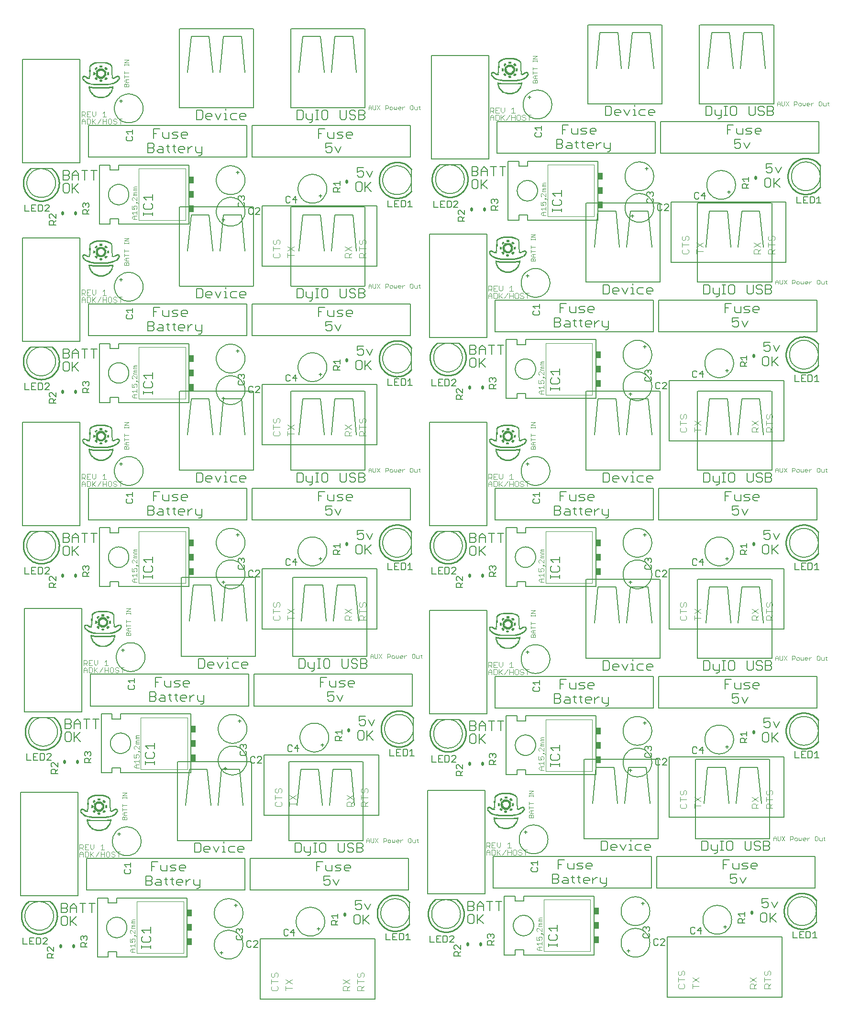
<source format=gto>
G75*
G70*
%OFA0B0*%
%FSLAX24Y24*%
%IPPOS*%
%LPD*%
G04 *
G04 macro definitions for tiled file 'silkStiched.GTO':*
G04 *
%AMOC8*
5,1,8,0,0,1.08239X$1,22.5*
%
G04 *
G04 aperture list for tiled file 'silkStiched.GTO':*
G04 *
%ADD40C,0.0050*%
%ADD28R,0.0060X0.0030*%
%ADD25R,0.1050X0.0030*%
%ADD46C,0.0100*%
%ADD13R,0.0600X0.0030*%
%ADD16R,0.0240X0.0030*%
%ADD31R,0.0540X0.0030*%
%ADD36R,0.0390X0.0030*%
%ADD24R,0.0300X0.0030*%
%ADD18R,0.0180X0.0030*%
%ADD21R,0.0090X0.0030*%
%ADD41C,0.0040*%
%ADD47C,0.0200*%
%ADD23R,0.1740X0.0030*%
%ADD43C,0.0020*%
%ADD34R,0.0330X0.0030*%
%ADD15R,0.0270X0.0030*%
%ADD33R,0.0570X0.0030*%
%ADD26R,0.1410X0.0030*%
%ADD20R,0.0120X0.0030*%
%ADD45C,0.0080*%
%ADD39R,0.0660X0.0030*%
%ADD14R,0.0750X0.0030*%
%ADD27R,0.1650X0.0030*%
%ADD29R,0.0360X0.0030*%
%ADD38R,0.0930X0.0030*%
%ADD11C,0.0030*%
%ADD30R,0.0450X0.0030*%
%ADD44R,0.0350X0.0500*%
%ADD37R,0.1080X0.0030*%
%ADD22R,0.1230X0.0030*%
%ADD19R,0.0150X0.0030*%
%ADD32R,0.0030X0.0030*%
%ADD12R,0.0420X0.0030*%
%ADD10C,0.0060*%
%ADD17R,0.0210X0.0030*%
%ADD42C,0.0070*%
%ADD35R,0.0480X0.0030*%
G04 *
G04 next data from source file './adk-aDAPTERanothercopy/top_silk.GTO', *
G04 source file key is 'infile_0003'. *
G04 *
D10*
X035775Y098666D02*
X036525Y098666D01*
X036525Y099016D01*
X037125Y099016D01*
X037125Y098666D01*
X042025Y098666D01*
X042025Y102766D01*
X037125Y102766D01*
X037125Y102416D01*
X036525Y102416D01*
X036525Y102766D01*
X035775Y102766D01*
X035775Y098666D01*
X036415Y100716D02*
X036417Y100769D01*
X036423Y100822D01*
X036433Y100874D01*
X036447Y100925D01*
X036464Y100975D01*
X036485Y101024D01*
X036510Y101071D01*
X036538Y101116D01*
X036570Y101159D01*
X036605Y101199D01*
X036642Y101236D01*
X036682Y101271D01*
X036725Y101303D01*
X036770Y101331D01*
X036817Y101356D01*
X036866Y101377D01*
X036916Y101394D01*
X036967Y101408D01*
X037019Y101418D01*
X037072Y101424D01*
X037125Y101426D01*
X037178Y101424D01*
X037231Y101418D01*
X037283Y101408D01*
X037334Y101394D01*
X037384Y101377D01*
X037433Y101356D01*
X037480Y101331D01*
X037525Y101303D01*
X037568Y101271D01*
X037608Y101236D01*
X037645Y101199D01*
X037680Y101159D01*
X037712Y101116D01*
X037740Y101071D01*
X037765Y101024D01*
X037786Y100975D01*
X037803Y100925D01*
X037817Y100874D01*
X037827Y100822D01*
X037833Y100769D01*
X037835Y100716D01*
X037833Y100663D01*
X037827Y100610D01*
X037817Y100558D01*
X037803Y100507D01*
X037786Y100457D01*
X037765Y100408D01*
X037740Y100361D01*
X037712Y100316D01*
X037680Y100273D01*
X037645Y100233D01*
X037608Y100196D01*
X037568Y100161D01*
X037525Y100129D01*
X037480Y100101D01*
X037433Y100076D01*
X037384Y100055D01*
X037334Y100038D01*
X037283Y100024D01*
X037231Y100014D01*
X037178Y100008D01*
X037125Y100006D01*
X037072Y100008D01*
X037019Y100014D01*
X036967Y100024D01*
X036916Y100038D01*
X036866Y100055D01*
X036817Y100076D01*
X036770Y100101D01*
X036725Y100129D01*
X036682Y100161D01*
X036642Y100196D01*
X036605Y100233D01*
X036570Y100273D01*
X036538Y100316D01*
X036510Y100361D01*
X036485Y100408D01*
X036464Y100457D01*
X036447Y100507D01*
X036433Y100558D01*
X036423Y100610D01*
X036417Y100663D01*
X036415Y100716D01*
X035402Y101746D02*
X035402Y102387D01*
X035189Y102387D02*
X035616Y102387D01*
X034971Y102387D02*
X034544Y102387D01*
X034758Y102387D02*
X034758Y101746D01*
X034327Y101746D02*
X034327Y102173D01*
X034113Y102387D01*
X033900Y102173D01*
X033900Y101746D01*
X033682Y101853D02*
X033682Y101960D01*
X033576Y102067D01*
X033255Y102067D01*
X033255Y102387D02*
X033576Y102387D01*
X033682Y102280D01*
X033682Y102173D01*
X033576Y102067D01*
X033900Y102067D02*
X034327Y102067D01*
X033682Y101853D02*
X033576Y101746D01*
X033255Y101746D01*
X033255Y102387D01*
X033362Y101487D02*
X033255Y101380D01*
X033255Y100953D01*
X033362Y100846D01*
X033576Y100846D01*
X033682Y100953D01*
X033682Y101380D01*
X033576Y101487D01*
X033362Y101487D01*
X033900Y101487D02*
X033900Y100846D01*
X033900Y101060D02*
X034327Y101487D01*
X034007Y101167D02*
X034327Y100846D01*
X030725Y101516D02*
X030727Y101579D01*
X030733Y101641D01*
X030743Y101703D01*
X030756Y101765D01*
X030774Y101825D01*
X030795Y101884D01*
X030820Y101942D01*
X030849Y101998D01*
X030881Y102052D01*
X030916Y102104D01*
X030954Y102153D01*
X030996Y102201D01*
X031040Y102245D01*
X031088Y102287D01*
X031137Y102325D01*
X031189Y102360D01*
X031243Y102392D01*
X031299Y102421D01*
X031357Y102446D01*
X031416Y102467D01*
X031476Y102485D01*
X031538Y102498D01*
X031600Y102508D01*
X031662Y102514D01*
X031725Y102516D01*
X031788Y102514D01*
X031850Y102508D01*
X031912Y102498D01*
X031974Y102485D01*
X032034Y102467D01*
X032093Y102446D01*
X032151Y102421D01*
X032207Y102392D01*
X032261Y102360D01*
X032313Y102325D01*
X032362Y102287D01*
X032410Y102245D01*
X032454Y102201D01*
X032496Y102153D01*
X032534Y102104D01*
X032569Y102052D01*
X032601Y101998D01*
X032630Y101942D01*
X032655Y101884D01*
X032676Y101825D01*
X032694Y101765D01*
X032707Y101703D01*
X032717Y101641D01*
X032723Y101579D01*
X032725Y101516D01*
X032723Y101453D01*
X032717Y101391D01*
X032707Y101329D01*
X032694Y101267D01*
X032676Y101207D01*
X032655Y101148D01*
X032630Y101090D01*
X032601Y101034D01*
X032569Y100980D01*
X032534Y100928D01*
X032496Y100879D01*
X032454Y100831D01*
X032410Y100787D01*
X032362Y100745D01*
X032313Y100707D01*
X032261Y100672D01*
X032207Y100640D01*
X032151Y100611D01*
X032093Y100586D01*
X032034Y100565D01*
X031974Y100547D01*
X031912Y100534D01*
X031850Y100524D01*
X031788Y100518D01*
X031725Y100516D01*
X031662Y100518D01*
X031600Y100524D01*
X031538Y100534D01*
X031476Y100547D01*
X031416Y100565D01*
X031357Y100586D01*
X031299Y100611D01*
X031243Y100640D01*
X031189Y100672D01*
X031137Y100707D01*
X031088Y100745D01*
X031040Y100787D01*
X030996Y100831D01*
X030954Y100879D01*
X030916Y100928D01*
X030881Y100980D01*
X030849Y101034D01*
X030820Y101090D01*
X030795Y101148D01*
X030774Y101207D01*
X030756Y101267D01*
X030743Y101329D01*
X030733Y101391D01*
X030727Y101453D01*
X030725Y101516D01*
X039155Y103646D02*
X039476Y103646D01*
X039582Y103753D01*
X039582Y103860D01*
X039476Y103967D01*
X039155Y103967D01*
X039476Y103967D02*
X039582Y104073D01*
X039582Y104180D01*
X039476Y104287D01*
X039155Y104287D01*
X039155Y103646D01*
X039800Y103753D02*
X039907Y103860D01*
X040227Y103860D01*
X040227Y103967D02*
X040227Y103646D01*
X039907Y103646D01*
X039800Y103753D01*
X039907Y104073D02*
X040120Y104073D01*
X040227Y103967D01*
X040444Y104073D02*
X040658Y104073D01*
X040551Y104180D02*
X040551Y103753D01*
X040658Y103646D01*
X040981Y103753D02*
X041088Y103646D01*
X040981Y103753D02*
X040981Y104180D01*
X040874Y104073D02*
X041088Y104073D01*
X041304Y103967D02*
X041411Y104073D01*
X041624Y104073D01*
X041731Y103967D01*
X041731Y103860D01*
X041304Y103860D01*
X041304Y103753D02*
X041304Y103967D01*
X041304Y103753D02*
X041411Y103646D01*
X041624Y103646D01*
X041948Y103646D02*
X041948Y104073D01*
X041948Y103860D02*
X042162Y104073D01*
X042269Y104073D01*
X042485Y104073D02*
X042485Y103753D01*
X042592Y103646D01*
X042912Y103646D01*
X042912Y103540D02*
X042806Y103433D01*
X042699Y103433D01*
X042912Y103540D02*
X042912Y104073D01*
X041809Y104646D02*
X041596Y104646D01*
X041489Y104753D01*
X041489Y104967D01*
X041596Y105073D01*
X041809Y105073D01*
X041916Y104967D01*
X041916Y104860D01*
X041489Y104860D01*
X041271Y104753D02*
X041165Y104860D01*
X040951Y104860D01*
X040844Y104967D01*
X040951Y105073D01*
X041271Y105073D01*
X041271Y104753D02*
X041165Y104646D01*
X040844Y104646D01*
X040627Y104646D02*
X040627Y105073D01*
X040200Y105073D02*
X040200Y104753D01*
X040307Y104646D01*
X040627Y104646D01*
X039982Y105287D02*
X039555Y105287D01*
X039555Y104646D01*
X039555Y104967D02*
X039769Y104967D01*
X036825Y106716D02*
X036827Y106779D01*
X036833Y106841D01*
X036843Y106903D01*
X036856Y106965D01*
X036874Y107025D01*
X036895Y107084D01*
X036920Y107142D01*
X036949Y107198D01*
X036981Y107252D01*
X037016Y107304D01*
X037054Y107353D01*
X037096Y107401D01*
X037140Y107445D01*
X037188Y107487D01*
X037237Y107525D01*
X037289Y107560D01*
X037343Y107592D01*
X037399Y107621D01*
X037457Y107646D01*
X037516Y107667D01*
X037576Y107685D01*
X037638Y107698D01*
X037700Y107708D01*
X037762Y107714D01*
X037825Y107716D01*
X037888Y107714D01*
X037950Y107708D01*
X038012Y107698D01*
X038074Y107685D01*
X038134Y107667D01*
X038193Y107646D01*
X038251Y107621D01*
X038307Y107592D01*
X038361Y107560D01*
X038413Y107525D01*
X038462Y107487D01*
X038510Y107445D01*
X038554Y107401D01*
X038596Y107353D01*
X038634Y107304D01*
X038669Y107252D01*
X038701Y107198D01*
X038730Y107142D01*
X038755Y107084D01*
X038776Y107025D01*
X038794Y106965D01*
X038807Y106903D01*
X038817Y106841D01*
X038823Y106779D01*
X038825Y106716D01*
X038823Y106653D01*
X038817Y106591D01*
X038807Y106529D01*
X038794Y106467D01*
X038776Y106407D01*
X038755Y106348D01*
X038730Y106290D01*
X038701Y106234D01*
X038669Y106180D01*
X038634Y106128D01*
X038596Y106079D01*
X038554Y106031D01*
X038510Y105987D01*
X038462Y105945D01*
X038413Y105907D01*
X038361Y105872D01*
X038307Y105840D01*
X038251Y105811D01*
X038193Y105786D01*
X038134Y105765D01*
X038074Y105747D01*
X038012Y105734D01*
X037950Y105724D01*
X037888Y105718D01*
X037825Y105716D01*
X037762Y105718D01*
X037700Y105724D01*
X037638Y105734D01*
X037576Y105747D01*
X037516Y105765D01*
X037457Y105786D01*
X037399Y105811D01*
X037343Y105840D01*
X037289Y105872D01*
X037237Y105907D01*
X037188Y105945D01*
X037140Y105987D01*
X037096Y106031D01*
X037054Y106079D01*
X037016Y106128D01*
X036981Y106180D01*
X036949Y106234D01*
X036920Y106290D01*
X036895Y106348D01*
X036874Y106407D01*
X036856Y106467D01*
X036843Y106529D01*
X036833Y106591D01*
X036827Y106653D01*
X036825Y106716D01*
X037275Y107116D02*
X037275Y107216D01*
X037275Y107316D01*
X037275Y107216D02*
X037375Y107216D01*
X037275Y107216D02*
X037175Y107216D01*
X042555Y106587D02*
X042555Y105946D01*
X042876Y105946D01*
X042982Y106053D01*
X042982Y106480D01*
X042876Y106587D01*
X042555Y106587D01*
X043200Y106267D02*
X043200Y106053D01*
X043307Y105946D01*
X043520Y105946D01*
X043627Y106160D02*
X043200Y106160D01*
X043200Y106267D02*
X043307Y106373D01*
X043520Y106373D01*
X043627Y106267D01*
X043627Y106160D01*
X043844Y106373D02*
X044058Y105946D01*
X044271Y106373D01*
X044489Y106373D02*
X044596Y106373D01*
X044596Y105946D01*
X044702Y105946D02*
X044489Y105946D01*
X044919Y106053D02*
X045025Y105946D01*
X045346Y105946D01*
X045563Y106053D02*
X045563Y106267D01*
X045670Y106373D01*
X045883Y106373D01*
X045990Y106267D01*
X045990Y106160D01*
X045563Y106160D01*
X045563Y106053D02*
X045670Y105946D01*
X045883Y105946D01*
X045346Y106373D02*
X045025Y106373D01*
X044919Y106267D01*
X044919Y106053D01*
X044596Y106587D02*
X044596Y106694D01*
X049555Y106587D02*
X049555Y105946D01*
X049876Y105946D01*
X049982Y106053D01*
X049982Y106480D01*
X049876Y106587D01*
X049555Y106587D01*
X050200Y106373D02*
X050200Y106053D01*
X050307Y105946D01*
X050627Y105946D01*
X050627Y105840D02*
X050520Y105733D01*
X050413Y105733D01*
X050627Y105840D02*
X050627Y106373D01*
X050844Y106587D02*
X051058Y106587D01*
X050951Y106587D02*
X050951Y105946D01*
X050844Y105946D02*
X051058Y105946D01*
X051274Y106053D02*
X051381Y105946D01*
X051594Y105946D01*
X051701Y106053D01*
X051701Y106480D01*
X051594Y106587D01*
X051381Y106587D01*
X051274Y106480D01*
X051274Y106053D01*
X052563Y106053D02*
X052670Y105946D01*
X052883Y105946D01*
X052990Y106053D01*
X052990Y106587D01*
X053208Y106480D02*
X053208Y106373D01*
X053314Y106267D01*
X053528Y106267D01*
X053635Y106160D01*
X053635Y106053D01*
X053528Y105946D01*
X053314Y105946D01*
X053208Y106053D01*
X053208Y106480D02*
X053314Y106587D01*
X053528Y106587D01*
X053635Y106480D01*
X053852Y106587D02*
X054172Y106587D01*
X054279Y106480D01*
X054279Y106373D01*
X054172Y106267D01*
X053852Y106267D01*
X053852Y106587D02*
X053852Y105946D01*
X054172Y105946D01*
X054279Y106053D01*
X054279Y106160D01*
X054172Y106267D01*
X052563Y106053D02*
X052563Y106587D01*
X051482Y105287D02*
X051055Y105287D01*
X051055Y104646D01*
X051055Y104967D02*
X051269Y104967D01*
X051700Y105073D02*
X051700Y104753D01*
X051807Y104646D01*
X052127Y104646D01*
X052127Y105073D01*
X052344Y104967D02*
X052451Y104860D01*
X052665Y104860D01*
X052771Y104753D01*
X052665Y104646D01*
X052344Y104646D01*
X052344Y104967D02*
X052451Y105073D01*
X052771Y105073D01*
X052989Y104967D02*
X053096Y105073D01*
X053309Y105073D01*
X053416Y104967D01*
X053416Y104860D01*
X052989Y104860D01*
X052989Y104753D02*
X052989Y104967D01*
X052989Y104753D02*
X053096Y104646D01*
X053309Y104646D01*
X052627Y104073D02*
X052413Y103646D01*
X052200Y104073D01*
X051982Y103967D02*
X051982Y103753D01*
X051876Y103646D01*
X051662Y103646D01*
X051555Y103753D01*
X051555Y103967D02*
X051769Y104073D01*
X051876Y104073D01*
X051982Y103967D01*
X051555Y103967D02*
X051555Y104287D01*
X051982Y104287D01*
X053755Y102587D02*
X053755Y102267D01*
X053969Y102373D01*
X054076Y102373D01*
X054182Y102267D01*
X054182Y102053D01*
X054076Y101946D01*
X053862Y101946D01*
X053755Y102053D01*
X053755Y102587D02*
X054182Y102587D01*
X054400Y102373D02*
X054613Y101946D01*
X054827Y102373D01*
X054727Y101587D02*
X054300Y101160D01*
X054407Y101267D02*
X054727Y100946D01*
X054300Y100946D02*
X054300Y101587D01*
X054082Y101480D02*
X053976Y101587D01*
X053762Y101587D01*
X053655Y101480D01*
X053655Y101053D01*
X053762Y100946D01*
X053976Y100946D01*
X054082Y101053D01*
X054082Y101480D01*
X055525Y101716D02*
X055527Y101779D01*
X055533Y101841D01*
X055543Y101903D01*
X055556Y101965D01*
X055574Y102025D01*
X055595Y102084D01*
X055620Y102142D01*
X055649Y102198D01*
X055681Y102252D01*
X055716Y102304D01*
X055754Y102353D01*
X055796Y102401D01*
X055840Y102445D01*
X055888Y102487D01*
X055937Y102525D01*
X055989Y102560D01*
X056043Y102592D01*
X056099Y102621D01*
X056157Y102646D01*
X056216Y102667D01*
X056276Y102685D01*
X056338Y102698D01*
X056400Y102708D01*
X056462Y102714D01*
X056525Y102716D01*
X056588Y102714D01*
X056650Y102708D01*
X056712Y102698D01*
X056774Y102685D01*
X056834Y102667D01*
X056893Y102646D01*
X056951Y102621D01*
X057007Y102592D01*
X057061Y102560D01*
X057113Y102525D01*
X057162Y102487D01*
X057210Y102445D01*
X057254Y102401D01*
X057296Y102353D01*
X057334Y102304D01*
X057369Y102252D01*
X057401Y102198D01*
X057430Y102142D01*
X057455Y102084D01*
X057476Y102025D01*
X057494Y101965D01*
X057507Y101903D01*
X057517Y101841D01*
X057523Y101779D01*
X057525Y101716D01*
X057523Y101653D01*
X057517Y101591D01*
X057507Y101529D01*
X057494Y101467D01*
X057476Y101407D01*
X057455Y101348D01*
X057430Y101290D01*
X057401Y101234D01*
X057369Y101180D01*
X057334Y101128D01*
X057296Y101079D01*
X057254Y101031D01*
X057210Y100987D01*
X057162Y100945D01*
X057113Y100907D01*
X057061Y100872D01*
X057007Y100840D01*
X056951Y100811D01*
X056893Y100786D01*
X056834Y100765D01*
X056774Y100747D01*
X056712Y100734D01*
X056650Y100724D01*
X056588Y100718D01*
X056525Y100716D01*
X056462Y100718D01*
X056400Y100724D01*
X056338Y100734D01*
X056276Y100747D01*
X056216Y100765D01*
X056157Y100786D01*
X056099Y100811D01*
X056043Y100840D01*
X055989Y100872D01*
X055937Y100907D01*
X055888Y100945D01*
X055840Y100987D01*
X055796Y101031D01*
X055754Y101079D01*
X055716Y101128D01*
X055681Y101180D01*
X055649Y101234D01*
X055620Y101290D01*
X055595Y101348D01*
X055574Y101407D01*
X055556Y101467D01*
X055543Y101529D01*
X055533Y101591D01*
X055527Y101653D01*
X055525Y101716D01*
X051275Y100616D02*
X051175Y100616D01*
X051175Y100516D01*
X051175Y100616D02*
X051075Y100616D01*
X051175Y100616D02*
X051175Y100716D01*
X049625Y101116D02*
X049627Y101179D01*
X049633Y101241D01*
X049643Y101303D01*
X049656Y101365D01*
X049674Y101425D01*
X049695Y101484D01*
X049720Y101542D01*
X049749Y101598D01*
X049781Y101652D01*
X049816Y101704D01*
X049854Y101753D01*
X049896Y101801D01*
X049940Y101845D01*
X049988Y101887D01*
X050037Y101925D01*
X050089Y101960D01*
X050143Y101992D01*
X050199Y102021D01*
X050257Y102046D01*
X050316Y102067D01*
X050376Y102085D01*
X050438Y102098D01*
X050500Y102108D01*
X050562Y102114D01*
X050625Y102116D01*
X050688Y102114D01*
X050750Y102108D01*
X050812Y102098D01*
X050874Y102085D01*
X050934Y102067D01*
X050993Y102046D01*
X051051Y102021D01*
X051107Y101992D01*
X051161Y101960D01*
X051213Y101925D01*
X051262Y101887D01*
X051310Y101845D01*
X051354Y101801D01*
X051396Y101753D01*
X051434Y101704D01*
X051469Y101652D01*
X051501Y101598D01*
X051530Y101542D01*
X051555Y101484D01*
X051576Y101425D01*
X051594Y101365D01*
X051607Y101303D01*
X051617Y101241D01*
X051623Y101179D01*
X051625Y101116D01*
X051623Y101053D01*
X051617Y100991D01*
X051607Y100929D01*
X051594Y100867D01*
X051576Y100807D01*
X051555Y100748D01*
X051530Y100690D01*
X051501Y100634D01*
X051469Y100580D01*
X051434Y100528D01*
X051396Y100479D01*
X051354Y100431D01*
X051310Y100387D01*
X051262Y100345D01*
X051213Y100307D01*
X051161Y100272D01*
X051107Y100240D01*
X051051Y100211D01*
X050993Y100186D01*
X050934Y100165D01*
X050874Y100147D01*
X050812Y100134D01*
X050750Y100124D01*
X050688Y100118D01*
X050625Y100116D01*
X050562Y100118D01*
X050500Y100124D01*
X050438Y100134D01*
X050376Y100147D01*
X050316Y100165D01*
X050257Y100186D01*
X050199Y100211D01*
X050143Y100240D01*
X050089Y100272D01*
X050037Y100307D01*
X049988Y100345D01*
X049940Y100387D01*
X049896Y100431D01*
X049854Y100479D01*
X049816Y100528D01*
X049781Y100580D01*
X049749Y100634D01*
X049720Y100690D01*
X049695Y100748D01*
X049674Y100807D01*
X049656Y100867D01*
X049643Y100929D01*
X049633Y100991D01*
X049627Y101053D01*
X049625Y101116D01*
X045525Y102266D02*
X045425Y102266D01*
X045425Y102166D01*
X045425Y102266D02*
X045325Y102266D01*
X045425Y102266D02*
X045425Y102366D01*
X043925Y101716D02*
X043927Y101779D01*
X043933Y101841D01*
X043943Y101903D01*
X043956Y101965D01*
X043974Y102025D01*
X043995Y102084D01*
X044020Y102142D01*
X044049Y102198D01*
X044081Y102252D01*
X044116Y102304D01*
X044154Y102353D01*
X044196Y102401D01*
X044240Y102445D01*
X044288Y102487D01*
X044337Y102525D01*
X044389Y102560D01*
X044443Y102592D01*
X044499Y102621D01*
X044557Y102646D01*
X044616Y102667D01*
X044676Y102685D01*
X044738Y102698D01*
X044800Y102708D01*
X044862Y102714D01*
X044925Y102716D01*
X044988Y102714D01*
X045050Y102708D01*
X045112Y102698D01*
X045174Y102685D01*
X045234Y102667D01*
X045293Y102646D01*
X045351Y102621D01*
X045407Y102592D01*
X045461Y102560D01*
X045513Y102525D01*
X045562Y102487D01*
X045610Y102445D01*
X045654Y102401D01*
X045696Y102353D01*
X045734Y102304D01*
X045769Y102252D01*
X045801Y102198D01*
X045830Y102142D01*
X045855Y102084D01*
X045876Y102025D01*
X045894Y101965D01*
X045907Y101903D01*
X045917Y101841D01*
X045923Y101779D01*
X045925Y101716D01*
X045923Y101653D01*
X045917Y101591D01*
X045907Y101529D01*
X045894Y101467D01*
X045876Y101407D01*
X045855Y101348D01*
X045830Y101290D01*
X045801Y101234D01*
X045769Y101180D01*
X045734Y101128D01*
X045696Y101079D01*
X045654Y101031D01*
X045610Y100987D01*
X045562Y100945D01*
X045513Y100907D01*
X045461Y100872D01*
X045407Y100840D01*
X045351Y100811D01*
X045293Y100786D01*
X045234Y100765D01*
X045174Y100747D01*
X045112Y100734D01*
X045050Y100724D01*
X044988Y100718D01*
X044925Y100716D01*
X044862Y100718D01*
X044800Y100724D01*
X044738Y100734D01*
X044676Y100747D01*
X044616Y100765D01*
X044557Y100786D01*
X044499Y100811D01*
X044443Y100840D01*
X044389Y100872D01*
X044337Y100907D01*
X044288Y100945D01*
X044240Y100987D01*
X044196Y101031D01*
X044154Y101079D01*
X044116Y101128D01*
X044081Y101180D01*
X044049Y101234D01*
X044020Y101290D01*
X043995Y101348D01*
X043974Y101407D01*
X043956Y101467D01*
X043943Y101529D01*
X043933Y101591D01*
X043927Y101653D01*
X043925Y101716D01*
X043925Y099516D02*
X043927Y099579D01*
X043933Y099641D01*
X043943Y099703D01*
X043956Y099765D01*
X043974Y099825D01*
X043995Y099884D01*
X044020Y099942D01*
X044049Y099998D01*
X044081Y100052D01*
X044116Y100104D01*
X044154Y100153D01*
X044196Y100201D01*
X044240Y100245D01*
X044288Y100287D01*
X044337Y100325D01*
X044389Y100360D01*
X044443Y100392D01*
X044499Y100421D01*
X044557Y100446D01*
X044616Y100467D01*
X044676Y100485D01*
X044738Y100498D01*
X044800Y100508D01*
X044862Y100514D01*
X044925Y100516D01*
X044988Y100514D01*
X045050Y100508D01*
X045112Y100498D01*
X045174Y100485D01*
X045234Y100467D01*
X045293Y100446D01*
X045351Y100421D01*
X045407Y100392D01*
X045461Y100360D01*
X045513Y100325D01*
X045562Y100287D01*
X045610Y100245D01*
X045654Y100201D01*
X045696Y100153D01*
X045734Y100104D01*
X045769Y100052D01*
X045801Y099998D01*
X045830Y099942D01*
X045855Y099884D01*
X045876Y099825D01*
X045894Y099765D01*
X045907Y099703D01*
X045917Y099641D01*
X045923Y099579D01*
X045925Y099516D01*
X045923Y099453D01*
X045917Y099391D01*
X045907Y099329D01*
X045894Y099267D01*
X045876Y099207D01*
X045855Y099148D01*
X045830Y099090D01*
X045801Y099034D01*
X045769Y098980D01*
X045734Y098928D01*
X045696Y098879D01*
X045654Y098831D01*
X045610Y098787D01*
X045562Y098745D01*
X045513Y098707D01*
X045461Y098672D01*
X045407Y098640D01*
X045351Y098611D01*
X045293Y098586D01*
X045234Y098565D01*
X045174Y098547D01*
X045112Y098534D01*
X045050Y098524D01*
X044988Y098518D01*
X044925Y098516D01*
X044862Y098518D01*
X044800Y098524D01*
X044738Y098534D01*
X044676Y098547D01*
X044616Y098565D01*
X044557Y098586D01*
X044499Y098611D01*
X044443Y098640D01*
X044389Y098672D01*
X044337Y098707D01*
X044288Y098745D01*
X044240Y098787D01*
X044196Y098831D01*
X044154Y098879D01*
X044116Y098928D01*
X044081Y098980D01*
X044049Y099034D01*
X044020Y099090D01*
X043995Y099148D01*
X043974Y099207D01*
X043956Y099267D01*
X043943Y099329D01*
X043933Y099391D01*
X043927Y099453D01*
X043925Y099516D01*
X044425Y099066D02*
X044425Y098966D01*
X044325Y098966D01*
X044425Y098966D02*
X044425Y098866D01*
X044425Y098966D02*
X044525Y098966D01*
D11*
X037242Y105631D02*
X037242Y106002D01*
X037119Y106002D02*
X037365Y106002D01*
X036997Y105940D02*
X036935Y106002D01*
X036812Y106002D01*
X036750Y105940D01*
X036750Y105878D01*
X036812Y105816D01*
X036935Y105816D01*
X036997Y105755D01*
X036997Y105693D01*
X036935Y105631D01*
X036812Y105631D01*
X036750Y105693D01*
X036629Y105693D02*
X036629Y105940D01*
X036567Y106002D01*
X036444Y106002D01*
X036382Y105940D01*
X036382Y105693D01*
X036444Y105631D01*
X036567Y105631D01*
X036629Y105693D01*
X036260Y105631D02*
X036260Y106002D01*
X036260Y106131D02*
X036014Y106131D01*
X036137Y106131D02*
X036137Y106502D01*
X036014Y106378D01*
X036014Y106002D02*
X036014Y105631D01*
X036014Y105816D02*
X036260Y105816D01*
X035892Y106002D02*
X035645Y105631D01*
X035524Y105631D02*
X035339Y105816D01*
X035277Y105755D02*
X035524Y106002D01*
X035400Y106131D02*
X035524Y106255D01*
X035524Y106502D01*
X035277Y106502D02*
X035277Y106255D01*
X035400Y106131D01*
X035277Y106002D02*
X035277Y105631D01*
X035156Y105693D02*
X035156Y105940D01*
X035094Y106002D01*
X034909Y106002D01*
X034909Y105631D01*
X035094Y105631D01*
X035156Y105693D01*
X034787Y105631D02*
X034787Y105878D01*
X034664Y106002D01*
X034540Y105878D01*
X034540Y105631D01*
X034540Y105816D02*
X034787Y105816D01*
X034787Y106131D02*
X034664Y106255D01*
X034726Y106255D02*
X034540Y106255D01*
X034540Y106131D02*
X034540Y106502D01*
X034726Y106502D01*
X034787Y106440D01*
X034787Y106316D01*
X034726Y106255D01*
X034909Y106316D02*
X035032Y106316D01*
X034909Y106131D02*
X035156Y106131D01*
X034909Y106131D02*
X034909Y106502D01*
X035156Y106502D01*
X037520Y108231D02*
X037520Y108376D01*
X037569Y108425D01*
X037617Y108425D01*
X037665Y108376D01*
X037665Y108231D01*
X037810Y108231D02*
X037520Y108231D01*
X037665Y108376D02*
X037714Y108425D01*
X037762Y108425D01*
X037810Y108376D01*
X037810Y108231D01*
X037810Y108526D02*
X037617Y108526D01*
X037520Y108623D01*
X037617Y108719D01*
X037810Y108719D01*
X037665Y108719D02*
X037665Y108526D01*
X037520Y108821D02*
X037520Y109014D01*
X037520Y108917D02*
X037810Y108917D01*
X037520Y109115D02*
X037520Y109309D01*
X037520Y109212D02*
X037810Y109212D01*
X037810Y109705D02*
X037810Y109801D01*
X037810Y109753D02*
X037520Y109753D01*
X037520Y109705D02*
X037520Y109801D01*
X037520Y109901D02*
X037810Y110094D01*
X037520Y110094D01*
X037520Y109901D02*
X037810Y109901D01*
X054540Y106825D02*
X054540Y106631D01*
X054540Y106776D02*
X054734Y106776D01*
X054734Y106825D02*
X054734Y106631D01*
X054835Y106680D02*
X054835Y106922D01*
X054734Y106825D02*
X054637Y106922D01*
X054540Y106825D01*
X054835Y106680D02*
X054883Y106631D01*
X054980Y106631D01*
X055029Y106680D01*
X055029Y106922D01*
X055130Y106922D02*
X055323Y106631D01*
X055130Y106631D02*
X055323Y106922D01*
X055719Y106922D02*
X055719Y106631D01*
X055719Y106728D02*
X055864Y106728D01*
X055912Y106776D01*
X055912Y106873D01*
X055864Y106922D01*
X055719Y106922D01*
X056014Y106776D02*
X056014Y106680D01*
X056062Y106631D01*
X056159Y106631D01*
X056207Y106680D01*
X056207Y106776D01*
X056159Y106825D01*
X056062Y106825D01*
X056014Y106776D01*
X056308Y106825D02*
X056308Y106680D01*
X056357Y106631D01*
X056405Y106680D01*
X056453Y106631D01*
X056502Y106680D01*
X056502Y106825D01*
X056603Y106776D02*
X056603Y106680D01*
X056651Y106631D01*
X056748Y106631D01*
X056796Y106728D02*
X056603Y106728D01*
X056603Y106776D02*
X056651Y106825D01*
X056748Y106825D01*
X056796Y106776D01*
X056796Y106728D01*
X056898Y106728D02*
X056994Y106825D01*
X057043Y106825D01*
X056898Y106825D02*
X056898Y106631D01*
X057438Y106680D02*
X057486Y106631D01*
X057583Y106631D01*
X057631Y106680D01*
X057631Y106873D01*
X057583Y106922D01*
X057486Y106922D01*
X057438Y106873D01*
X057438Y106680D01*
X057732Y106680D02*
X057732Y106825D01*
X057732Y106680D02*
X057781Y106631D01*
X057926Y106631D01*
X057926Y106825D01*
X058027Y106825D02*
X058124Y106825D01*
X058075Y106873D02*
X058075Y106680D01*
X058124Y106631D01*
D12*
X036593Y108411D03*
X035903Y107421D03*
X035183Y108411D03*
D13*
X035903Y107451D03*
X035903Y109341D03*
D14*
X035888Y107481D03*
D15*
X035588Y107511D03*
X035168Y108201D03*
X034988Y108831D03*
X034748Y108921D03*
X035888Y109461D03*
D16*
X035693Y109311D03*
X035693Y108921D03*
X035903Y108771D03*
X035003Y108801D03*
X034973Y108471D03*
X035513Y107541D03*
X036203Y107511D03*
X036803Y108471D03*
X037043Y108921D03*
X036443Y109791D03*
D17*
X036248Y109461D03*
X036098Y109311D03*
X036128Y109281D03*
X035558Y109461D03*
X035348Y109791D03*
X035288Y109761D03*
X036128Y108951D03*
X036098Y108921D03*
X036248Y108771D03*
X035888Y108621D03*
X035888Y108591D03*
X035558Y108771D03*
X036788Y108801D03*
X036908Y108861D03*
X036878Y108501D03*
X036278Y107541D03*
D18*
X036323Y107571D03*
X036383Y107601D03*
X035453Y107571D03*
X034913Y108501D03*
X034853Y108531D03*
X035033Y108771D03*
X034883Y108861D03*
X035543Y108801D03*
X035663Y108951D03*
X035633Y108981D03*
X035633Y109011D03*
X035603Y109101D03*
X035603Y109131D03*
X035633Y109251D03*
X035663Y109281D03*
X036143Y109251D03*
X036173Y109221D03*
X036173Y109041D03*
X036143Y108981D03*
X036263Y108801D03*
X036233Y108741D03*
X035873Y108651D03*
X036923Y108531D03*
X036983Y108561D03*
X036263Y109431D03*
X036233Y109491D03*
X035903Y109551D03*
X035903Y109581D03*
X035903Y109611D03*
X035903Y109641D03*
X035903Y109671D03*
X036503Y109761D03*
X035243Y109731D03*
D19*
X035198Y109701D03*
X035558Y109491D03*
X035528Y109431D03*
X035618Y109221D03*
X035618Y109191D03*
X035618Y109161D03*
X035618Y109071D03*
X035618Y109041D03*
X035408Y109071D03*
X035408Y109101D03*
X035408Y109131D03*
X035408Y109161D03*
X035408Y109191D03*
X035558Y108741D03*
X035888Y108681D03*
X035888Y108561D03*
X036758Y108771D03*
X037028Y108591D03*
X037058Y108621D03*
X037088Y108651D03*
X037058Y108951D03*
X036398Y109131D03*
X036188Y109131D03*
X036188Y109161D03*
X036188Y109191D03*
X036188Y109101D03*
X036188Y109071D03*
X036158Y109011D03*
X036548Y109731D03*
X034808Y108561D03*
X034778Y108591D03*
X035378Y107631D03*
X035408Y107601D03*
X036428Y107631D03*
X036458Y107661D03*
X036488Y107691D03*
X036518Y107721D03*
D20*
X036533Y107751D03*
X036563Y107781D03*
X036593Y107811D03*
X036623Y107871D03*
X036653Y107931D03*
X036713Y108111D03*
X037103Y108681D03*
X037133Y108711D03*
X037163Y108771D03*
X037163Y108831D03*
X036383Y109041D03*
X036383Y109071D03*
X036383Y109101D03*
X036383Y109161D03*
X036383Y109191D03*
X036263Y109401D03*
X036233Y109521D03*
X036593Y109701D03*
X036623Y109671D03*
X035573Y109521D03*
X035183Y109671D03*
X035153Y109641D03*
X035123Y109371D03*
X035123Y109341D03*
X035123Y109311D03*
X035123Y109281D03*
X035123Y109251D03*
X035393Y109041D03*
X035543Y108831D03*
X035573Y108711D03*
X035093Y108921D03*
X034733Y108951D03*
X034643Y108861D03*
X034643Y108741D03*
X034673Y108681D03*
X034703Y108651D03*
X034733Y108621D03*
X035093Y108051D03*
X035123Y107961D03*
X035153Y107901D03*
X035183Y107841D03*
X035213Y107781D03*
X035243Y107751D03*
X035273Y107721D03*
X035303Y107691D03*
X035333Y107661D03*
X036233Y108711D03*
X036263Y108831D03*
D21*
X036698Y108861D03*
X036698Y108891D03*
X036698Y108921D03*
X036698Y108951D03*
X036698Y108981D03*
X036698Y109011D03*
X036668Y109041D03*
X036668Y109071D03*
X036668Y109101D03*
X036668Y109131D03*
X036668Y109161D03*
X036668Y109191D03*
X036668Y109221D03*
X036668Y109251D03*
X036668Y109281D03*
X036668Y109311D03*
X036668Y109341D03*
X036668Y109371D03*
X036668Y109401D03*
X036668Y109431D03*
X036668Y109461D03*
X036668Y109491D03*
X036668Y109521D03*
X036668Y109551D03*
X036668Y109581D03*
X036638Y109611D03*
X036638Y109641D03*
X037148Y108861D03*
X037178Y108801D03*
X037148Y108741D03*
X036728Y108231D03*
X036698Y108081D03*
X036698Y108051D03*
X036698Y108021D03*
X036668Y107991D03*
X036668Y107961D03*
X036638Y107901D03*
X036608Y107841D03*
X035198Y107811D03*
X035168Y107871D03*
X035138Y107931D03*
X035108Y107991D03*
X035108Y108021D03*
X035078Y108081D03*
X035078Y108111D03*
X035078Y108231D03*
X034658Y108711D03*
X034628Y108771D03*
X034628Y108801D03*
X034628Y108831D03*
X035078Y108861D03*
X035078Y108891D03*
X035108Y108951D03*
X035108Y108981D03*
X035108Y109011D03*
X035108Y109041D03*
X035108Y109071D03*
X035108Y109101D03*
X035108Y109131D03*
X035108Y109161D03*
X035108Y109191D03*
X035108Y109221D03*
X035138Y109401D03*
X035138Y109431D03*
X035138Y109461D03*
X035138Y109491D03*
X035138Y109521D03*
X035138Y109551D03*
X035138Y109581D03*
X035138Y109611D03*
X035528Y109401D03*
D22*
X035888Y108111D03*
D23*
X035903Y108141D03*
X035903Y108171D03*
D24*
X036623Y108201D03*
X036713Y108441D03*
X036803Y108831D03*
X036353Y109821D03*
X035453Y109821D03*
X034763Y108891D03*
X035063Y108441D03*
D25*
X035888Y108321D03*
D26*
X035888Y108351D03*
D27*
X035888Y108381D03*
D28*
X035573Y108681D03*
X035543Y108861D03*
X036233Y108681D03*
X035543Y109371D03*
X035573Y109551D03*
X036233Y109551D03*
D29*
X035903Y108801D03*
D30*
X035888Y108831D03*
D31*
X035903Y108861D03*
X035903Y109371D03*
D32*
X036248Y109371D03*
X036428Y109221D03*
X036248Y108861D03*
X035378Y109221D03*
D33*
X035888Y108891D03*
D34*
X037028Y108891D03*
D35*
X035903Y109401D03*
D36*
X035888Y109431D03*
D37*
X035903Y109851D03*
D38*
X035888Y109881D03*
D39*
X035903Y109911D03*
D40*
X032290Y098826D02*
X032290Y098601D01*
X032740Y098601D01*
X032590Y098601D02*
X032590Y098826D01*
X032515Y098902D01*
X032365Y098902D01*
X032290Y098826D01*
X032365Y099062D02*
X032290Y099137D01*
X032290Y099287D01*
X032365Y099362D01*
X032440Y099362D01*
X032740Y099062D01*
X032740Y099362D01*
X032282Y099551D02*
X031981Y099551D01*
X032282Y099852D01*
X032282Y099927D01*
X032207Y100002D01*
X032056Y100002D01*
X031981Y099927D01*
X031821Y099927D02*
X031746Y100002D01*
X031521Y100002D01*
X031521Y099551D01*
X031746Y099551D01*
X031821Y099626D01*
X031821Y099927D01*
X031361Y100002D02*
X031061Y100002D01*
X031061Y099551D01*
X031361Y099551D01*
X031211Y099776D02*
X031061Y099776D01*
X030901Y099551D02*
X030600Y099551D01*
X030600Y100002D01*
X032590Y098751D02*
X032740Y098902D01*
X034610Y099361D02*
X034610Y099586D01*
X034685Y099661D01*
X034835Y099661D01*
X034910Y099586D01*
X034910Y099361D01*
X034910Y099511D02*
X035060Y099661D01*
X034985Y099821D02*
X035060Y099896D01*
X035060Y100046D01*
X034985Y100121D01*
X034910Y100121D01*
X034835Y100046D01*
X034835Y099971D01*
X034835Y100046D02*
X034760Y100121D01*
X034685Y100121D01*
X034610Y100046D01*
X034610Y099896D01*
X034685Y099821D01*
X034610Y099361D02*
X035060Y099361D01*
X034425Y102916D02*
X030425Y102916D01*
X030425Y110116D01*
X034425Y110116D01*
X034425Y102916D01*
X035018Y103314D02*
X046042Y103314D01*
X046042Y105519D01*
X035018Y105519D01*
X035018Y103314D01*
X037650Y104546D02*
X037650Y104696D01*
X037725Y104771D01*
X037800Y104931D02*
X037650Y105081D01*
X038100Y105081D01*
X038100Y104931D02*
X038100Y105231D01*
X038025Y104771D02*
X038100Y104696D01*
X038100Y104546D01*
X038025Y104471D01*
X037725Y104471D01*
X037650Y104546D01*
X041350Y106771D02*
X041350Y112276D01*
X041385Y112276D02*
X046485Y112276D01*
X046520Y112276D02*
X046520Y106771D01*
X046495Y106766D02*
X041375Y106766D01*
X041935Y109226D02*
X042185Y111726D01*
X043435Y111726D01*
X043685Y109226D01*
X044185Y109226D02*
X044435Y111726D01*
X045685Y111726D01*
X045935Y109226D01*
X049705Y109226D02*
X049955Y111726D01*
X051205Y111726D01*
X051455Y109226D01*
X051955Y109226D02*
X052205Y111726D01*
X053455Y111726D01*
X053705Y109226D01*
X054265Y106766D02*
X049145Y106766D01*
X049120Y106771D02*
X049120Y112276D01*
X049155Y112276D02*
X054255Y112276D01*
X054290Y112276D02*
X054290Y106771D01*
X057442Y105519D02*
X046418Y105519D01*
X046418Y103314D01*
X057442Y103314D01*
X057442Y105519D01*
X052540Y101662D02*
X052540Y101362D01*
X052540Y101512D02*
X052090Y101512D01*
X052240Y101362D01*
X052165Y101202D02*
X052315Y101202D01*
X052390Y101126D01*
X052390Y100901D01*
X052540Y100901D02*
X052090Y100901D01*
X052090Y101126D01*
X052165Y101202D01*
X052390Y101051D02*
X052540Y101202D01*
X055125Y099916D02*
X055125Y095716D01*
X047125Y095716D01*
X047125Y099916D01*
X055125Y099916D01*
X055900Y099851D02*
X055900Y100302D01*
X056361Y100302D02*
X056361Y099851D01*
X056661Y099851D01*
X056821Y099851D02*
X057046Y099851D01*
X057121Y099926D01*
X057121Y100227D01*
X057046Y100302D01*
X056821Y100302D01*
X056821Y099851D01*
X056511Y100076D02*
X056361Y100076D01*
X056361Y100302D02*
X056661Y100302D01*
X057281Y100152D02*
X057432Y100302D01*
X057432Y099851D01*
X057582Y099851D02*
X057281Y099851D01*
X056201Y099851D02*
X055900Y099851D01*
X049540Y100366D02*
X049240Y100366D01*
X049465Y100592D01*
X049465Y100141D01*
X049080Y100216D02*
X049005Y100141D01*
X048855Y100141D01*
X048780Y100216D01*
X048780Y100517D01*
X048855Y100592D01*
X049005Y100592D01*
X049080Y100517D01*
X046961Y099717D02*
X046961Y099642D01*
X046661Y099341D01*
X046961Y099341D01*
X046961Y099717D02*
X046886Y099792D01*
X046736Y099792D01*
X046661Y099717D01*
X046501Y099717D02*
X046426Y099792D01*
X046275Y099792D01*
X046200Y099717D01*
X046200Y099416D01*
X046275Y099341D01*
X046426Y099341D01*
X046501Y099416D01*
X045900Y099946D02*
X045900Y100096D01*
X045825Y100171D01*
X045825Y100331D02*
X045900Y100406D01*
X045900Y100556D01*
X045825Y100631D01*
X045750Y100631D01*
X045675Y100556D01*
X045675Y100481D01*
X045675Y100556D02*
X045600Y100631D01*
X045525Y100631D01*
X045450Y100556D01*
X045450Y100406D01*
X045525Y100331D01*
X045525Y100171D02*
X045450Y100096D01*
X045450Y099946D01*
X045525Y099871D01*
X045825Y099871D01*
X045900Y099946D01*
D41*
X047972Y097564D02*
X047895Y097487D01*
X047895Y097334D01*
X047972Y097257D01*
X048049Y097257D01*
X048125Y097334D01*
X048125Y097487D01*
X048202Y097564D01*
X048279Y097564D01*
X048355Y097487D01*
X048355Y097334D01*
X048279Y097257D01*
X047895Y097104D02*
X047895Y096797D01*
X047895Y096950D02*
X048355Y096950D01*
X048279Y096643D02*
X048355Y096566D01*
X048355Y096413D01*
X048279Y096336D01*
X047972Y096336D01*
X047895Y096413D01*
X047895Y096566D01*
X047972Y096643D01*
X048895Y096643D02*
X048895Y096336D01*
X048895Y096490D02*
X049355Y096490D01*
X049355Y096797D02*
X048895Y097104D01*
X048895Y096797D02*
X049355Y097104D01*
X052895Y097104D02*
X053355Y096797D01*
X053355Y096643D02*
X053202Y096490D01*
X053202Y096566D02*
X053202Y096336D01*
X053355Y096336D02*
X052895Y096336D01*
X052895Y096566D01*
X052972Y096643D01*
X053125Y096643D01*
X053202Y096566D01*
X052895Y096797D02*
X053355Y097104D01*
X053895Y097104D02*
X053895Y096797D01*
X053895Y097104D01*
X053895Y096950D02*
X054355Y096950D01*
X053895Y096950D01*
X053972Y096643D02*
X054125Y096643D01*
X054202Y096566D01*
X054202Y096336D01*
X054202Y096566D01*
X054125Y096643D01*
X053972Y096643D01*
X053895Y096566D01*
X053895Y096336D01*
X054355Y096336D01*
X053895Y096336D01*
X053895Y096566D01*
X053972Y096643D01*
X054202Y096490D02*
X054355Y096643D01*
X054202Y096490D01*
X054279Y097257D02*
X054355Y097334D01*
X054355Y097487D01*
X054279Y097564D01*
X054202Y097564D01*
X054125Y097487D01*
X054125Y097334D01*
X054049Y097257D01*
X053972Y097257D01*
X053895Y097334D01*
X053895Y097487D01*
X053972Y097564D01*
X053895Y097487D01*
X053895Y097334D01*
X053972Y097257D01*
X054049Y097257D01*
X054125Y097334D01*
X054125Y097487D01*
X054202Y097564D01*
X054279Y097564D01*
X054355Y097487D01*
X054355Y097334D01*
X054279Y097257D01*
X038405Y098986D02*
X038172Y098986D01*
X038055Y099103D01*
X038172Y099220D01*
X038405Y099220D01*
X038405Y099345D02*
X038405Y099579D01*
X038405Y099462D02*
X038055Y099462D01*
X038172Y099345D01*
X038230Y099220D02*
X038230Y098986D01*
X038230Y099704D02*
X038172Y099821D01*
X038172Y099880D01*
X038230Y099938D01*
X038347Y099938D01*
X038405Y099880D01*
X038405Y099763D01*
X038347Y099704D01*
X038230Y099704D02*
X038055Y099704D01*
X038055Y099938D01*
X038347Y100122D02*
X038405Y100122D01*
X038405Y100180D01*
X038347Y100180D01*
X038347Y100122D01*
X038405Y100180D02*
X038522Y100064D01*
X038405Y100303D02*
X038172Y100536D01*
X038114Y100536D01*
X038055Y100478D01*
X038055Y100361D01*
X038114Y100303D01*
X038405Y100303D02*
X038405Y100536D01*
X038405Y100662D02*
X038172Y100662D01*
X038172Y100720D01*
X038230Y100779D01*
X038172Y100837D01*
X038230Y100896D01*
X038405Y100896D01*
X038405Y100779D02*
X038230Y100779D01*
X038172Y101021D02*
X038172Y101079D01*
X038230Y101138D01*
X038172Y101196D01*
X038230Y101255D01*
X038405Y101255D01*
X038405Y101138D02*
X038230Y101138D01*
X038172Y101021D02*
X038405Y101021D01*
D42*
X038860Y100536D02*
X039490Y100536D01*
X039490Y100326D02*
X039490Y100746D01*
X039070Y100326D02*
X038860Y100536D01*
X038965Y100101D02*
X038860Y099996D01*
X038860Y099786D01*
X038965Y099681D01*
X039385Y099681D01*
X039490Y099786D01*
X039490Y099996D01*
X039385Y100101D01*
X039490Y099461D02*
X039490Y099251D01*
X039490Y099356D02*
X038860Y099356D01*
X038860Y099251D02*
X038860Y099461D01*
D43*
X038525Y098916D02*
X041775Y098916D01*
X041775Y102516D01*
X038525Y102516D01*
X038525Y098916D01*
D44*
X042200Y099716D03*
X042200Y100716D03*
X042200Y101716D03*
D45*
X032475Y102516D02*
X030975Y102516D01*
X057525Y102466D02*
X057525Y100966D01*
D46*
X057482Y100912D01*
X057436Y100860D01*
X057387Y100811D01*
X057335Y100764D01*
X057281Y100721D01*
X057225Y100680D01*
X057166Y100643D01*
X057106Y100609D01*
X057043Y100579D01*
X056980Y100552D01*
X056914Y100528D01*
X056848Y100508D01*
X056780Y100492D01*
X056712Y100480D01*
X056643Y100472D01*
X056574Y100467D01*
X056504Y100466D01*
X056435Y100469D01*
X056366Y100476D01*
X056298Y100487D01*
X056230Y100501D01*
X056163Y100520D01*
X056097Y100542D01*
X056032Y100567D01*
X055969Y100596D01*
X055908Y100629D01*
X055849Y100665D01*
X055792Y100704D01*
X055736Y100746D01*
X055684Y100791D01*
X055634Y100839D01*
X055587Y100890D01*
X055542Y100944D01*
X055501Y100999D01*
X055463Y101057D01*
X055428Y101117D01*
X055396Y101179D01*
X055368Y101242D01*
X055344Y101307D01*
X055323Y101373D01*
X055306Y101441D01*
X055292Y101509D01*
X055283Y101578D01*
X055277Y101647D01*
X055275Y101716D01*
X055277Y101785D01*
X055283Y101854D01*
X055292Y101923D01*
X055306Y101991D01*
X055323Y102059D01*
X055344Y102125D01*
X055368Y102190D01*
X055396Y102253D01*
X055428Y102315D01*
X055463Y102375D01*
X055501Y102433D01*
X055542Y102488D01*
X055587Y102542D01*
X055634Y102593D01*
X055684Y102641D01*
X055736Y102686D01*
X055792Y102728D01*
X055849Y102767D01*
X055908Y102803D01*
X055969Y102836D01*
X056032Y102865D01*
X056097Y102890D01*
X056163Y102912D01*
X056230Y102931D01*
X056298Y102945D01*
X056366Y102956D01*
X056435Y102963D01*
X056504Y102966D01*
X056574Y102965D01*
X056643Y102960D01*
X056712Y102952D01*
X056780Y102940D01*
X056848Y102924D01*
X056914Y102904D01*
X056980Y102880D01*
X057043Y102853D01*
X057106Y102823D01*
X057166Y102789D01*
X057225Y102752D01*
X057281Y102711D01*
X057335Y102668D01*
X057387Y102621D01*
X057436Y102572D01*
X057482Y102520D01*
X057525Y102466D01*
X032475Y102516D02*
X032529Y102473D01*
X032581Y102427D01*
X032630Y102378D01*
X032677Y102326D01*
X032720Y102272D01*
X032761Y102216D01*
X032798Y102157D01*
X032832Y102097D01*
X032862Y102034D01*
X032889Y101971D01*
X032913Y101905D01*
X032933Y101839D01*
X032949Y101771D01*
X032961Y101703D01*
X032969Y101634D01*
X032974Y101565D01*
X032975Y101495D01*
X032972Y101426D01*
X032965Y101357D01*
X032954Y101289D01*
X032940Y101221D01*
X032921Y101154D01*
X032899Y101088D01*
X032874Y101023D01*
X032845Y100960D01*
X032812Y100899D01*
X032776Y100840D01*
X032737Y100783D01*
X032695Y100727D01*
X032650Y100675D01*
X032602Y100625D01*
X032551Y100578D01*
X032497Y100533D01*
X032442Y100492D01*
X032384Y100454D01*
X032324Y100419D01*
X032262Y100387D01*
X032199Y100359D01*
X032134Y100335D01*
X032068Y100314D01*
X032000Y100297D01*
X031932Y100283D01*
X031863Y100274D01*
X031794Y100268D01*
X031725Y100266D01*
X031656Y100268D01*
X031587Y100274D01*
X031518Y100283D01*
X031450Y100297D01*
X031382Y100314D01*
X031316Y100335D01*
X031251Y100359D01*
X031188Y100387D01*
X031126Y100419D01*
X031066Y100454D01*
X031008Y100492D01*
X030953Y100533D01*
X030899Y100578D01*
X030848Y100625D01*
X030800Y100675D01*
X030755Y100727D01*
X030713Y100783D01*
X030674Y100840D01*
X030638Y100899D01*
X030605Y100960D01*
X030576Y101023D01*
X030551Y101088D01*
X030529Y101154D01*
X030510Y101221D01*
X030496Y101289D01*
X030485Y101357D01*
X030478Y101426D01*
X030475Y101495D01*
X030476Y101565D01*
X030481Y101634D01*
X030489Y101703D01*
X030501Y101771D01*
X030517Y101839D01*
X030537Y101905D01*
X030561Y101971D01*
X030588Y102034D01*
X030618Y102097D01*
X030652Y102157D01*
X030689Y102216D01*
X030730Y102272D01*
X030773Y102326D01*
X030820Y102378D01*
X030869Y102427D01*
X030921Y102473D01*
X030975Y102516D01*
D47*
X033225Y099466D02*
X033225Y099366D01*
X034125Y099366D02*
X034125Y099466D01*
X053025Y101566D02*
X053025Y101666D01*
G04 *
G04 next data from source file './adk-aDAPTER/top_silk.GTO', *
G04 source file key is 'infile_0010'. *
G04 *
D10*
X035775Y072476D02*
X036525Y072476D01*
X036525Y072826D01*
X037125Y072826D01*
X037125Y072476D01*
X042025Y072476D01*
X042025Y076576D01*
X037125Y076576D01*
X037125Y076226D01*
X036525Y076226D01*
X036525Y076576D01*
X035775Y076576D01*
X035775Y072476D01*
X036415Y074526D02*
X036417Y074579D01*
X036423Y074632D01*
X036433Y074684D01*
X036447Y074735D01*
X036464Y074785D01*
X036485Y074834D01*
X036510Y074881D01*
X036538Y074926D01*
X036570Y074969D01*
X036605Y075009D01*
X036642Y075046D01*
X036682Y075081D01*
X036725Y075113D01*
X036770Y075141D01*
X036817Y075166D01*
X036866Y075187D01*
X036916Y075204D01*
X036967Y075218D01*
X037019Y075228D01*
X037072Y075234D01*
X037125Y075236D01*
X037178Y075234D01*
X037231Y075228D01*
X037283Y075218D01*
X037334Y075204D01*
X037384Y075187D01*
X037433Y075166D01*
X037480Y075141D01*
X037525Y075113D01*
X037568Y075081D01*
X037608Y075046D01*
X037645Y075009D01*
X037680Y074969D01*
X037712Y074926D01*
X037740Y074881D01*
X037765Y074834D01*
X037786Y074785D01*
X037803Y074735D01*
X037817Y074684D01*
X037827Y074632D01*
X037833Y074579D01*
X037835Y074526D01*
X037833Y074473D01*
X037827Y074420D01*
X037817Y074368D01*
X037803Y074317D01*
X037786Y074267D01*
X037765Y074218D01*
X037740Y074171D01*
X037712Y074126D01*
X037680Y074083D01*
X037645Y074043D01*
X037608Y074006D01*
X037568Y073971D01*
X037525Y073939D01*
X037480Y073911D01*
X037433Y073886D01*
X037384Y073865D01*
X037334Y073848D01*
X037283Y073834D01*
X037231Y073824D01*
X037178Y073818D01*
X037125Y073816D01*
X037072Y073818D01*
X037019Y073824D01*
X036967Y073834D01*
X036916Y073848D01*
X036866Y073865D01*
X036817Y073886D01*
X036770Y073911D01*
X036725Y073939D01*
X036682Y073971D01*
X036642Y074006D01*
X036605Y074043D01*
X036570Y074083D01*
X036538Y074126D01*
X036510Y074171D01*
X036485Y074218D01*
X036464Y074267D01*
X036447Y074317D01*
X036433Y074368D01*
X036423Y074420D01*
X036417Y074473D01*
X036415Y074526D01*
X035402Y075556D02*
X035402Y076197D01*
X035189Y076197D02*
X035616Y076197D01*
X034971Y076197D02*
X034544Y076197D01*
X034758Y076197D02*
X034758Y075556D01*
X034327Y075556D02*
X034327Y075983D01*
X034113Y076197D01*
X033900Y075983D01*
X033900Y075556D01*
X033682Y075663D02*
X033682Y075770D01*
X033576Y075877D01*
X033255Y075877D01*
X033255Y076197D02*
X033576Y076197D01*
X033682Y076090D01*
X033682Y075983D01*
X033576Y075877D01*
X033900Y075877D02*
X034327Y075877D01*
X033682Y075663D02*
X033576Y075556D01*
X033255Y075556D01*
X033255Y076197D01*
X033362Y075297D02*
X033255Y075190D01*
X033255Y074763D01*
X033362Y074656D01*
X033576Y074656D01*
X033682Y074763D01*
X033682Y075190D01*
X033576Y075297D01*
X033362Y075297D01*
X033900Y075297D02*
X033900Y074656D01*
X033900Y074870D02*
X034327Y075297D01*
X034007Y074977D02*
X034327Y074656D01*
X030725Y075326D02*
X030727Y075389D01*
X030733Y075451D01*
X030743Y075513D01*
X030756Y075575D01*
X030774Y075635D01*
X030795Y075694D01*
X030820Y075752D01*
X030849Y075808D01*
X030881Y075862D01*
X030916Y075914D01*
X030954Y075963D01*
X030996Y076011D01*
X031040Y076055D01*
X031088Y076097D01*
X031137Y076135D01*
X031189Y076170D01*
X031243Y076202D01*
X031299Y076231D01*
X031357Y076256D01*
X031416Y076277D01*
X031476Y076295D01*
X031538Y076308D01*
X031600Y076318D01*
X031662Y076324D01*
X031725Y076326D01*
X031788Y076324D01*
X031850Y076318D01*
X031912Y076308D01*
X031974Y076295D01*
X032034Y076277D01*
X032093Y076256D01*
X032151Y076231D01*
X032207Y076202D01*
X032261Y076170D01*
X032313Y076135D01*
X032362Y076097D01*
X032410Y076055D01*
X032454Y076011D01*
X032496Y075963D01*
X032534Y075914D01*
X032569Y075862D01*
X032601Y075808D01*
X032630Y075752D01*
X032655Y075694D01*
X032676Y075635D01*
X032694Y075575D01*
X032707Y075513D01*
X032717Y075451D01*
X032723Y075389D01*
X032725Y075326D01*
X032723Y075263D01*
X032717Y075201D01*
X032707Y075139D01*
X032694Y075077D01*
X032676Y075017D01*
X032655Y074958D01*
X032630Y074900D01*
X032601Y074844D01*
X032569Y074790D01*
X032534Y074738D01*
X032496Y074689D01*
X032454Y074641D01*
X032410Y074597D01*
X032362Y074555D01*
X032313Y074517D01*
X032261Y074482D01*
X032207Y074450D01*
X032151Y074421D01*
X032093Y074396D01*
X032034Y074375D01*
X031974Y074357D01*
X031912Y074344D01*
X031850Y074334D01*
X031788Y074328D01*
X031725Y074326D01*
X031662Y074328D01*
X031600Y074334D01*
X031538Y074344D01*
X031476Y074357D01*
X031416Y074375D01*
X031357Y074396D01*
X031299Y074421D01*
X031243Y074450D01*
X031189Y074482D01*
X031137Y074517D01*
X031088Y074555D01*
X031040Y074597D01*
X030996Y074641D01*
X030954Y074689D01*
X030916Y074738D01*
X030881Y074790D01*
X030849Y074844D01*
X030820Y074900D01*
X030795Y074958D01*
X030774Y075017D01*
X030756Y075077D01*
X030743Y075139D01*
X030733Y075201D01*
X030727Y075263D01*
X030725Y075326D01*
X039155Y077456D02*
X039476Y077456D01*
X039582Y077563D01*
X039582Y077670D01*
X039476Y077777D01*
X039155Y077777D01*
X039476Y077777D02*
X039582Y077883D01*
X039582Y077990D01*
X039476Y078097D01*
X039155Y078097D01*
X039155Y077456D01*
X039800Y077563D02*
X039907Y077670D01*
X040227Y077670D01*
X040227Y077777D02*
X040227Y077456D01*
X039907Y077456D01*
X039800Y077563D01*
X039907Y077883D02*
X040120Y077883D01*
X040227Y077777D01*
X040444Y077883D02*
X040658Y077883D01*
X040551Y077990D02*
X040551Y077563D01*
X040658Y077456D01*
X040981Y077563D02*
X041088Y077456D01*
X040981Y077563D02*
X040981Y077990D01*
X040874Y077883D02*
X041088Y077883D01*
X041304Y077777D02*
X041411Y077883D01*
X041624Y077883D01*
X041731Y077777D01*
X041731Y077670D01*
X041304Y077670D01*
X041304Y077563D02*
X041304Y077777D01*
X041304Y077563D02*
X041411Y077456D01*
X041624Y077456D01*
X041948Y077456D02*
X041948Y077883D01*
X041948Y077670D02*
X042162Y077883D01*
X042269Y077883D01*
X042485Y077883D02*
X042485Y077563D01*
X042592Y077456D01*
X042912Y077456D01*
X042912Y077350D02*
X042806Y077243D01*
X042699Y077243D01*
X042912Y077350D02*
X042912Y077883D01*
X041809Y078456D02*
X041596Y078456D01*
X041489Y078563D01*
X041489Y078777D01*
X041596Y078883D01*
X041809Y078883D01*
X041916Y078777D01*
X041916Y078670D01*
X041489Y078670D01*
X041271Y078563D02*
X041165Y078670D01*
X040951Y078670D01*
X040844Y078777D01*
X040951Y078883D01*
X041271Y078883D01*
X041271Y078563D02*
X041165Y078456D01*
X040844Y078456D01*
X040627Y078456D02*
X040627Y078883D01*
X040200Y078883D02*
X040200Y078563D01*
X040307Y078456D01*
X040627Y078456D01*
X039982Y079097D02*
X039555Y079097D01*
X039555Y078456D01*
X039555Y078777D02*
X039769Y078777D01*
X036825Y080526D02*
X036827Y080589D01*
X036833Y080651D01*
X036843Y080713D01*
X036856Y080775D01*
X036874Y080835D01*
X036895Y080894D01*
X036920Y080952D01*
X036949Y081008D01*
X036981Y081062D01*
X037016Y081114D01*
X037054Y081163D01*
X037096Y081211D01*
X037140Y081255D01*
X037188Y081297D01*
X037237Y081335D01*
X037289Y081370D01*
X037343Y081402D01*
X037399Y081431D01*
X037457Y081456D01*
X037516Y081477D01*
X037576Y081495D01*
X037638Y081508D01*
X037700Y081518D01*
X037762Y081524D01*
X037825Y081526D01*
X037888Y081524D01*
X037950Y081518D01*
X038012Y081508D01*
X038074Y081495D01*
X038134Y081477D01*
X038193Y081456D01*
X038251Y081431D01*
X038307Y081402D01*
X038361Y081370D01*
X038413Y081335D01*
X038462Y081297D01*
X038510Y081255D01*
X038554Y081211D01*
X038596Y081163D01*
X038634Y081114D01*
X038669Y081062D01*
X038701Y081008D01*
X038730Y080952D01*
X038755Y080894D01*
X038776Y080835D01*
X038794Y080775D01*
X038807Y080713D01*
X038817Y080651D01*
X038823Y080589D01*
X038825Y080526D01*
X038823Y080463D01*
X038817Y080401D01*
X038807Y080339D01*
X038794Y080277D01*
X038776Y080217D01*
X038755Y080158D01*
X038730Y080100D01*
X038701Y080044D01*
X038669Y079990D01*
X038634Y079938D01*
X038596Y079889D01*
X038554Y079841D01*
X038510Y079797D01*
X038462Y079755D01*
X038413Y079717D01*
X038361Y079682D01*
X038307Y079650D01*
X038251Y079621D01*
X038193Y079596D01*
X038134Y079575D01*
X038074Y079557D01*
X038012Y079544D01*
X037950Y079534D01*
X037888Y079528D01*
X037825Y079526D01*
X037762Y079528D01*
X037700Y079534D01*
X037638Y079544D01*
X037576Y079557D01*
X037516Y079575D01*
X037457Y079596D01*
X037399Y079621D01*
X037343Y079650D01*
X037289Y079682D01*
X037237Y079717D01*
X037188Y079755D01*
X037140Y079797D01*
X037096Y079841D01*
X037054Y079889D01*
X037016Y079938D01*
X036981Y079990D01*
X036949Y080044D01*
X036920Y080100D01*
X036895Y080158D01*
X036874Y080217D01*
X036856Y080277D01*
X036843Y080339D01*
X036833Y080401D01*
X036827Y080463D01*
X036825Y080526D01*
X037275Y080926D02*
X037275Y081026D01*
X037275Y081126D01*
X037275Y081026D02*
X037375Y081026D01*
X037275Y081026D02*
X037175Y081026D01*
X042555Y080397D02*
X042555Y079756D01*
X042876Y079756D01*
X042982Y079863D01*
X042982Y080290D01*
X042876Y080397D01*
X042555Y080397D01*
X043200Y080077D02*
X043200Y079863D01*
X043307Y079756D01*
X043520Y079756D01*
X043627Y079970D02*
X043200Y079970D01*
X043200Y080077D02*
X043307Y080183D01*
X043520Y080183D01*
X043627Y080077D01*
X043627Y079970D01*
X043844Y080183D02*
X044058Y079756D01*
X044271Y080183D01*
X044489Y080183D02*
X044596Y080183D01*
X044596Y079756D01*
X044702Y079756D02*
X044489Y079756D01*
X044919Y079863D02*
X045025Y079756D01*
X045346Y079756D01*
X045563Y079863D02*
X045563Y080077D01*
X045670Y080183D01*
X045883Y080183D01*
X045990Y080077D01*
X045990Y079970D01*
X045563Y079970D01*
X045563Y079863D02*
X045670Y079756D01*
X045883Y079756D01*
X045346Y080183D02*
X045025Y080183D01*
X044919Y080077D01*
X044919Y079863D01*
X044596Y080397D02*
X044596Y080504D01*
X049555Y080397D02*
X049555Y079756D01*
X049876Y079756D01*
X049982Y079863D01*
X049982Y080290D01*
X049876Y080397D01*
X049555Y080397D01*
X050200Y080183D02*
X050200Y079863D01*
X050307Y079756D01*
X050627Y079756D01*
X050627Y079650D02*
X050520Y079543D01*
X050413Y079543D01*
X050627Y079650D02*
X050627Y080183D01*
X050844Y080397D02*
X051058Y080397D01*
X050951Y080397D02*
X050951Y079756D01*
X050844Y079756D02*
X051058Y079756D01*
X051274Y079863D02*
X051381Y079756D01*
X051594Y079756D01*
X051701Y079863D01*
X051701Y080290D01*
X051594Y080397D01*
X051381Y080397D01*
X051274Y080290D01*
X051274Y079863D01*
X052563Y079863D02*
X052670Y079756D01*
X052883Y079756D01*
X052990Y079863D01*
X052990Y080397D01*
X053208Y080290D02*
X053208Y080183D01*
X053314Y080077D01*
X053528Y080077D01*
X053635Y079970D01*
X053635Y079863D01*
X053528Y079756D01*
X053314Y079756D01*
X053208Y079863D01*
X053208Y080290D02*
X053314Y080397D01*
X053528Y080397D01*
X053635Y080290D01*
X053852Y080397D02*
X054172Y080397D01*
X054279Y080290D01*
X054279Y080183D01*
X054172Y080077D01*
X053852Y080077D01*
X053852Y080397D02*
X053852Y079756D01*
X054172Y079756D01*
X054279Y079863D01*
X054279Y079970D01*
X054172Y080077D01*
X052563Y079863D02*
X052563Y080397D01*
X051482Y079097D02*
X051055Y079097D01*
X051055Y078456D01*
X051055Y078777D02*
X051269Y078777D01*
X051700Y078883D02*
X051700Y078563D01*
X051807Y078456D01*
X052127Y078456D01*
X052127Y078883D01*
X052344Y078777D02*
X052451Y078670D01*
X052665Y078670D01*
X052771Y078563D01*
X052665Y078456D01*
X052344Y078456D01*
X052344Y078777D02*
X052451Y078883D01*
X052771Y078883D01*
X052989Y078777D02*
X053096Y078883D01*
X053309Y078883D01*
X053416Y078777D01*
X053416Y078670D01*
X052989Y078670D01*
X052989Y078563D02*
X052989Y078777D01*
X052989Y078563D02*
X053096Y078456D01*
X053309Y078456D01*
X052627Y077883D02*
X052413Y077456D01*
X052200Y077883D01*
X051982Y077777D02*
X051982Y077563D01*
X051876Y077456D01*
X051662Y077456D01*
X051555Y077563D01*
X051555Y077777D02*
X051769Y077883D01*
X051876Y077883D01*
X051982Y077777D01*
X051555Y077777D02*
X051555Y078097D01*
X051982Y078097D01*
X053755Y076397D02*
X053755Y076077D01*
X053969Y076183D01*
X054076Y076183D01*
X054182Y076077D01*
X054182Y075863D01*
X054076Y075756D01*
X053862Y075756D01*
X053755Y075863D01*
X053755Y076397D02*
X054182Y076397D01*
X054400Y076183D02*
X054613Y075756D01*
X054827Y076183D01*
X054727Y075397D02*
X054300Y074970D01*
X054407Y075077D02*
X054727Y074756D01*
X054300Y074756D02*
X054300Y075397D01*
X054082Y075290D02*
X053976Y075397D01*
X053762Y075397D01*
X053655Y075290D01*
X053655Y074863D01*
X053762Y074756D01*
X053976Y074756D01*
X054082Y074863D01*
X054082Y075290D01*
X055525Y075526D02*
X055527Y075589D01*
X055533Y075651D01*
X055543Y075713D01*
X055556Y075775D01*
X055574Y075835D01*
X055595Y075894D01*
X055620Y075952D01*
X055649Y076008D01*
X055681Y076062D01*
X055716Y076114D01*
X055754Y076163D01*
X055796Y076211D01*
X055840Y076255D01*
X055888Y076297D01*
X055937Y076335D01*
X055989Y076370D01*
X056043Y076402D01*
X056099Y076431D01*
X056157Y076456D01*
X056216Y076477D01*
X056276Y076495D01*
X056338Y076508D01*
X056400Y076518D01*
X056462Y076524D01*
X056525Y076526D01*
X056588Y076524D01*
X056650Y076518D01*
X056712Y076508D01*
X056774Y076495D01*
X056834Y076477D01*
X056893Y076456D01*
X056951Y076431D01*
X057007Y076402D01*
X057061Y076370D01*
X057113Y076335D01*
X057162Y076297D01*
X057210Y076255D01*
X057254Y076211D01*
X057296Y076163D01*
X057334Y076114D01*
X057369Y076062D01*
X057401Y076008D01*
X057430Y075952D01*
X057455Y075894D01*
X057476Y075835D01*
X057494Y075775D01*
X057507Y075713D01*
X057517Y075651D01*
X057523Y075589D01*
X057525Y075526D01*
X057523Y075463D01*
X057517Y075401D01*
X057507Y075339D01*
X057494Y075277D01*
X057476Y075217D01*
X057455Y075158D01*
X057430Y075100D01*
X057401Y075044D01*
X057369Y074990D01*
X057334Y074938D01*
X057296Y074889D01*
X057254Y074841D01*
X057210Y074797D01*
X057162Y074755D01*
X057113Y074717D01*
X057061Y074682D01*
X057007Y074650D01*
X056951Y074621D01*
X056893Y074596D01*
X056834Y074575D01*
X056774Y074557D01*
X056712Y074544D01*
X056650Y074534D01*
X056588Y074528D01*
X056525Y074526D01*
X056462Y074528D01*
X056400Y074534D01*
X056338Y074544D01*
X056276Y074557D01*
X056216Y074575D01*
X056157Y074596D01*
X056099Y074621D01*
X056043Y074650D01*
X055989Y074682D01*
X055937Y074717D01*
X055888Y074755D01*
X055840Y074797D01*
X055796Y074841D01*
X055754Y074889D01*
X055716Y074938D01*
X055681Y074990D01*
X055649Y075044D01*
X055620Y075100D01*
X055595Y075158D01*
X055574Y075217D01*
X055556Y075277D01*
X055543Y075339D01*
X055533Y075401D01*
X055527Y075463D01*
X055525Y075526D01*
X051275Y074426D02*
X051175Y074426D01*
X051175Y074326D01*
X051175Y074426D02*
X051075Y074426D01*
X051175Y074426D02*
X051175Y074526D01*
X049625Y074926D02*
X049627Y074989D01*
X049633Y075051D01*
X049643Y075113D01*
X049656Y075175D01*
X049674Y075235D01*
X049695Y075294D01*
X049720Y075352D01*
X049749Y075408D01*
X049781Y075462D01*
X049816Y075514D01*
X049854Y075563D01*
X049896Y075611D01*
X049940Y075655D01*
X049988Y075697D01*
X050037Y075735D01*
X050089Y075770D01*
X050143Y075802D01*
X050199Y075831D01*
X050257Y075856D01*
X050316Y075877D01*
X050376Y075895D01*
X050438Y075908D01*
X050500Y075918D01*
X050562Y075924D01*
X050625Y075926D01*
X050688Y075924D01*
X050750Y075918D01*
X050812Y075908D01*
X050874Y075895D01*
X050934Y075877D01*
X050993Y075856D01*
X051051Y075831D01*
X051107Y075802D01*
X051161Y075770D01*
X051213Y075735D01*
X051262Y075697D01*
X051310Y075655D01*
X051354Y075611D01*
X051396Y075563D01*
X051434Y075514D01*
X051469Y075462D01*
X051501Y075408D01*
X051530Y075352D01*
X051555Y075294D01*
X051576Y075235D01*
X051594Y075175D01*
X051607Y075113D01*
X051617Y075051D01*
X051623Y074989D01*
X051625Y074926D01*
X051623Y074863D01*
X051617Y074801D01*
X051607Y074739D01*
X051594Y074677D01*
X051576Y074617D01*
X051555Y074558D01*
X051530Y074500D01*
X051501Y074444D01*
X051469Y074390D01*
X051434Y074338D01*
X051396Y074289D01*
X051354Y074241D01*
X051310Y074197D01*
X051262Y074155D01*
X051213Y074117D01*
X051161Y074082D01*
X051107Y074050D01*
X051051Y074021D01*
X050993Y073996D01*
X050934Y073975D01*
X050874Y073957D01*
X050812Y073944D01*
X050750Y073934D01*
X050688Y073928D01*
X050625Y073926D01*
X050562Y073928D01*
X050500Y073934D01*
X050438Y073944D01*
X050376Y073957D01*
X050316Y073975D01*
X050257Y073996D01*
X050199Y074021D01*
X050143Y074050D01*
X050089Y074082D01*
X050037Y074117D01*
X049988Y074155D01*
X049940Y074197D01*
X049896Y074241D01*
X049854Y074289D01*
X049816Y074338D01*
X049781Y074390D01*
X049749Y074444D01*
X049720Y074500D01*
X049695Y074558D01*
X049674Y074617D01*
X049656Y074677D01*
X049643Y074739D01*
X049633Y074801D01*
X049627Y074863D01*
X049625Y074926D01*
X045525Y076076D02*
X045425Y076076D01*
X045425Y075976D01*
X045425Y076076D02*
X045325Y076076D01*
X045425Y076076D02*
X045425Y076176D01*
X043925Y075526D02*
X043927Y075589D01*
X043933Y075651D01*
X043943Y075713D01*
X043956Y075775D01*
X043974Y075835D01*
X043995Y075894D01*
X044020Y075952D01*
X044049Y076008D01*
X044081Y076062D01*
X044116Y076114D01*
X044154Y076163D01*
X044196Y076211D01*
X044240Y076255D01*
X044288Y076297D01*
X044337Y076335D01*
X044389Y076370D01*
X044443Y076402D01*
X044499Y076431D01*
X044557Y076456D01*
X044616Y076477D01*
X044676Y076495D01*
X044738Y076508D01*
X044800Y076518D01*
X044862Y076524D01*
X044925Y076526D01*
X044988Y076524D01*
X045050Y076518D01*
X045112Y076508D01*
X045174Y076495D01*
X045234Y076477D01*
X045293Y076456D01*
X045351Y076431D01*
X045407Y076402D01*
X045461Y076370D01*
X045513Y076335D01*
X045562Y076297D01*
X045610Y076255D01*
X045654Y076211D01*
X045696Y076163D01*
X045734Y076114D01*
X045769Y076062D01*
X045801Y076008D01*
X045830Y075952D01*
X045855Y075894D01*
X045876Y075835D01*
X045894Y075775D01*
X045907Y075713D01*
X045917Y075651D01*
X045923Y075589D01*
X045925Y075526D01*
X045923Y075463D01*
X045917Y075401D01*
X045907Y075339D01*
X045894Y075277D01*
X045876Y075217D01*
X045855Y075158D01*
X045830Y075100D01*
X045801Y075044D01*
X045769Y074990D01*
X045734Y074938D01*
X045696Y074889D01*
X045654Y074841D01*
X045610Y074797D01*
X045562Y074755D01*
X045513Y074717D01*
X045461Y074682D01*
X045407Y074650D01*
X045351Y074621D01*
X045293Y074596D01*
X045234Y074575D01*
X045174Y074557D01*
X045112Y074544D01*
X045050Y074534D01*
X044988Y074528D01*
X044925Y074526D01*
X044862Y074528D01*
X044800Y074534D01*
X044738Y074544D01*
X044676Y074557D01*
X044616Y074575D01*
X044557Y074596D01*
X044499Y074621D01*
X044443Y074650D01*
X044389Y074682D01*
X044337Y074717D01*
X044288Y074755D01*
X044240Y074797D01*
X044196Y074841D01*
X044154Y074889D01*
X044116Y074938D01*
X044081Y074990D01*
X044049Y075044D01*
X044020Y075100D01*
X043995Y075158D01*
X043974Y075217D01*
X043956Y075277D01*
X043943Y075339D01*
X043933Y075401D01*
X043927Y075463D01*
X043925Y075526D01*
X043925Y073326D02*
X043927Y073389D01*
X043933Y073451D01*
X043943Y073513D01*
X043956Y073575D01*
X043974Y073635D01*
X043995Y073694D01*
X044020Y073752D01*
X044049Y073808D01*
X044081Y073862D01*
X044116Y073914D01*
X044154Y073963D01*
X044196Y074011D01*
X044240Y074055D01*
X044288Y074097D01*
X044337Y074135D01*
X044389Y074170D01*
X044443Y074202D01*
X044499Y074231D01*
X044557Y074256D01*
X044616Y074277D01*
X044676Y074295D01*
X044738Y074308D01*
X044800Y074318D01*
X044862Y074324D01*
X044925Y074326D01*
X044988Y074324D01*
X045050Y074318D01*
X045112Y074308D01*
X045174Y074295D01*
X045234Y074277D01*
X045293Y074256D01*
X045351Y074231D01*
X045407Y074202D01*
X045461Y074170D01*
X045513Y074135D01*
X045562Y074097D01*
X045610Y074055D01*
X045654Y074011D01*
X045696Y073963D01*
X045734Y073914D01*
X045769Y073862D01*
X045801Y073808D01*
X045830Y073752D01*
X045855Y073694D01*
X045876Y073635D01*
X045894Y073575D01*
X045907Y073513D01*
X045917Y073451D01*
X045923Y073389D01*
X045925Y073326D01*
X045923Y073263D01*
X045917Y073201D01*
X045907Y073139D01*
X045894Y073077D01*
X045876Y073017D01*
X045855Y072958D01*
X045830Y072900D01*
X045801Y072844D01*
X045769Y072790D01*
X045734Y072738D01*
X045696Y072689D01*
X045654Y072641D01*
X045610Y072597D01*
X045562Y072555D01*
X045513Y072517D01*
X045461Y072482D01*
X045407Y072450D01*
X045351Y072421D01*
X045293Y072396D01*
X045234Y072375D01*
X045174Y072357D01*
X045112Y072344D01*
X045050Y072334D01*
X044988Y072328D01*
X044925Y072326D01*
X044862Y072328D01*
X044800Y072334D01*
X044738Y072344D01*
X044676Y072357D01*
X044616Y072375D01*
X044557Y072396D01*
X044499Y072421D01*
X044443Y072450D01*
X044389Y072482D01*
X044337Y072517D01*
X044288Y072555D01*
X044240Y072597D01*
X044196Y072641D01*
X044154Y072689D01*
X044116Y072738D01*
X044081Y072790D01*
X044049Y072844D01*
X044020Y072900D01*
X043995Y072958D01*
X043974Y073017D01*
X043956Y073077D01*
X043943Y073139D01*
X043933Y073201D01*
X043927Y073263D01*
X043925Y073326D01*
X044425Y072876D02*
X044425Y072776D01*
X044325Y072776D01*
X044425Y072776D02*
X044425Y072676D01*
X044425Y072776D02*
X044525Y072776D01*
D11*
X037242Y079441D02*
X037242Y079812D01*
X037119Y079812D02*
X037365Y079812D01*
X036997Y079750D02*
X036935Y079812D01*
X036812Y079812D01*
X036750Y079750D01*
X036750Y079688D01*
X036812Y079626D01*
X036935Y079626D01*
X036997Y079565D01*
X036997Y079503D01*
X036935Y079441D01*
X036812Y079441D01*
X036750Y079503D01*
X036629Y079503D02*
X036629Y079750D01*
X036567Y079812D01*
X036444Y079812D01*
X036382Y079750D01*
X036382Y079503D01*
X036444Y079441D01*
X036567Y079441D01*
X036629Y079503D01*
X036260Y079441D02*
X036260Y079812D01*
X036260Y079941D02*
X036014Y079941D01*
X036137Y079941D02*
X036137Y080312D01*
X036014Y080188D01*
X036014Y079812D02*
X036014Y079441D01*
X036014Y079626D02*
X036260Y079626D01*
X035892Y079812D02*
X035645Y079441D01*
X035524Y079441D02*
X035339Y079626D01*
X035277Y079565D02*
X035524Y079812D01*
X035400Y079941D02*
X035524Y080065D01*
X035524Y080312D01*
X035277Y080312D02*
X035277Y080065D01*
X035400Y079941D01*
X035277Y079812D02*
X035277Y079441D01*
X035156Y079503D02*
X035156Y079750D01*
X035094Y079812D01*
X034909Y079812D01*
X034909Y079441D01*
X035094Y079441D01*
X035156Y079503D01*
X034787Y079441D02*
X034787Y079688D01*
X034664Y079812D01*
X034540Y079688D01*
X034540Y079441D01*
X034540Y079626D02*
X034787Y079626D01*
X034787Y079941D02*
X034664Y080065D01*
X034726Y080065D02*
X034540Y080065D01*
X034540Y079941D02*
X034540Y080312D01*
X034726Y080312D01*
X034787Y080250D01*
X034787Y080126D01*
X034726Y080065D01*
X034909Y080126D02*
X035032Y080126D01*
X034909Y079941D02*
X035156Y079941D01*
X034909Y079941D02*
X034909Y080312D01*
X035156Y080312D01*
X037520Y082041D02*
X037520Y082186D01*
X037569Y082235D01*
X037617Y082235D01*
X037665Y082186D01*
X037665Y082041D01*
X037810Y082041D02*
X037520Y082041D01*
X037665Y082186D02*
X037714Y082235D01*
X037762Y082235D01*
X037810Y082186D01*
X037810Y082041D01*
X037810Y082336D02*
X037617Y082336D01*
X037520Y082433D01*
X037617Y082529D01*
X037810Y082529D01*
X037665Y082529D02*
X037665Y082336D01*
X037520Y082631D02*
X037520Y082824D01*
X037520Y082727D02*
X037810Y082727D01*
X037520Y082925D02*
X037520Y083119D01*
X037520Y083022D02*
X037810Y083022D01*
X037810Y083515D02*
X037810Y083611D01*
X037810Y083563D02*
X037520Y083563D01*
X037520Y083515D02*
X037520Y083611D01*
X037520Y083711D02*
X037810Y083904D01*
X037520Y083904D01*
X037520Y083711D02*
X037810Y083711D01*
X054540Y080635D02*
X054540Y080441D01*
X054540Y080586D02*
X054734Y080586D01*
X054734Y080635D02*
X054734Y080441D01*
X054835Y080490D02*
X054835Y080732D01*
X054734Y080635D02*
X054637Y080732D01*
X054540Y080635D01*
X054835Y080490D02*
X054883Y080441D01*
X054980Y080441D01*
X055029Y080490D01*
X055029Y080732D01*
X055130Y080732D02*
X055323Y080441D01*
X055130Y080441D02*
X055323Y080732D01*
X055719Y080732D02*
X055719Y080441D01*
X055719Y080538D02*
X055864Y080538D01*
X055912Y080586D01*
X055912Y080683D01*
X055864Y080732D01*
X055719Y080732D01*
X056014Y080586D02*
X056014Y080490D01*
X056062Y080441D01*
X056159Y080441D01*
X056207Y080490D01*
X056207Y080586D01*
X056159Y080635D01*
X056062Y080635D01*
X056014Y080586D01*
X056308Y080635D02*
X056308Y080490D01*
X056357Y080441D01*
X056405Y080490D01*
X056453Y080441D01*
X056502Y080490D01*
X056502Y080635D01*
X056603Y080586D02*
X056603Y080490D01*
X056651Y080441D01*
X056748Y080441D01*
X056796Y080538D02*
X056603Y080538D01*
X056603Y080586D02*
X056651Y080635D01*
X056748Y080635D01*
X056796Y080586D01*
X056796Y080538D01*
X056898Y080538D02*
X056994Y080635D01*
X057043Y080635D01*
X056898Y080635D02*
X056898Y080441D01*
X057438Y080490D02*
X057486Y080441D01*
X057583Y080441D01*
X057631Y080490D01*
X057631Y080683D01*
X057583Y080732D01*
X057486Y080732D01*
X057438Y080683D01*
X057438Y080490D01*
X057732Y080490D02*
X057732Y080635D01*
X057732Y080490D02*
X057781Y080441D01*
X057926Y080441D01*
X057926Y080635D01*
X058027Y080635D02*
X058124Y080635D01*
X058075Y080683D02*
X058075Y080490D01*
X058124Y080441D01*
D12*
X036593Y082221D03*
X035903Y081231D03*
X035183Y082221D03*
D13*
X035903Y081261D03*
X035903Y083151D03*
D14*
X035888Y081291D03*
D15*
X035588Y081321D03*
X035168Y082011D03*
X034988Y082641D03*
X034748Y082731D03*
X035888Y083271D03*
D16*
X035693Y083121D03*
X035693Y082731D03*
X035903Y082581D03*
X035003Y082611D03*
X034973Y082281D03*
X035513Y081351D03*
X036203Y081321D03*
X036803Y082281D03*
X037043Y082731D03*
X036443Y083601D03*
D17*
X036248Y083271D03*
X036098Y083121D03*
X036128Y083091D03*
X035558Y083271D03*
X035348Y083601D03*
X035288Y083571D03*
X036128Y082761D03*
X036098Y082731D03*
X036248Y082581D03*
X035888Y082431D03*
X035888Y082401D03*
X035558Y082581D03*
X036788Y082611D03*
X036908Y082671D03*
X036878Y082311D03*
X036278Y081351D03*
D18*
X036323Y081381D03*
X036383Y081411D03*
X035453Y081381D03*
X034913Y082311D03*
X034853Y082341D03*
X035033Y082581D03*
X034883Y082671D03*
X035543Y082611D03*
X035663Y082761D03*
X035633Y082791D03*
X035633Y082821D03*
X035603Y082911D03*
X035603Y082941D03*
X035633Y083061D03*
X035663Y083091D03*
X036143Y083061D03*
X036173Y083031D03*
X036173Y082851D03*
X036143Y082791D03*
X036263Y082611D03*
X036233Y082551D03*
X035873Y082461D03*
X036923Y082341D03*
X036983Y082371D03*
X036263Y083241D03*
X036233Y083301D03*
X035903Y083361D03*
X035903Y083391D03*
X035903Y083421D03*
X035903Y083451D03*
X035903Y083481D03*
X036503Y083571D03*
X035243Y083541D03*
D19*
X035198Y083511D03*
X035558Y083301D03*
X035528Y083241D03*
X035618Y083031D03*
X035618Y083001D03*
X035618Y082971D03*
X035618Y082881D03*
X035618Y082851D03*
X035408Y082881D03*
X035408Y082911D03*
X035408Y082941D03*
X035408Y082971D03*
X035408Y083001D03*
X035558Y082551D03*
X035888Y082491D03*
X035888Y082371D03*
X036758Y082581D03*
X037028Y082401D03*
X037058Y082431D03*
X037088Y082461D03*
X037058Y082761D03*
X036398Y082941D03*
X036188Y082941D03*
X036188Y082971D03*
X036188Y083001D03*
X036188Y082911D03*
X036188Y082881D03*
X036158Y082821D03*
X036548Y083541D03*
X034808Y082371D03*
X034778Y082401D03*
X035378Y081441D03*
X035408Y081411D03*
X036428Y081441D03*
X036458Y081471D03*
X036488Y081501D03*
X036518Y081531D03*
D20*
X036533Y081561D03*
X036563Y081591D03*
X036593Y081621D03*
X036623Y081681D03*
X036653Y081741D03*
X036713Y081921D03*
X037103Y082491D03*
X037133Y082521D03*
X037163Y082581D03*
X037163Y082641D03*
X036383Y082851D03*
X036383Y082881D03*
X036383Y082911D03*
X036383Y082971D03*
X036383Y083001D03*
X036263Y083211D03*
X036233Y083331D03*
X036593Y083511D03*
X036623Y083481D03*
X035573Y083331D03*
X035183Y083481D03*
X035153Y083451D03*
X035123Y083181D03*
X035123Y083151D03*
X035123Y083121D03*
X035123Y083091D03*
X035123Y083061D03*
X035393Y082851D03*
X035543Y082641D03*
X035573Y082521D03*
X035093Y082731D03*
X034733Y082761D03*
X034643Y082671D03*
X034643Y082551D03*
X034673Y082491D03*
X034703Y082461D03*
X034733Y082431D03*
X035093Y081861D03*
X035123Y081771D03*
X035153Y081711D03*
X035183Y081651D03*
X035213Y081591D03*
X035243Y081561D03*
X035273Y081531D03*
X035303Y081501D03*
X035333Y081471D03*
X036233Y082521D03*
X036263Y082641D03*
D21*
X036698Y082671D03*
X036698Y082701D03*
X036698Y082731D03*
X036698Y082761D03*
X036698Y082791D03*
X036698Y082821D03*
X036668Y082851D03*
X036668Y082881D03*
X036668Y082911D03*
X036668Y082941D03*
X036668Y082971D03*
X036668Y083001D03*
X036668Y083031D03*
X036668Y083061D03*
X036668Y083091D03*
X036668Y083121D03*
X036668Y083151D03*
X036668Y083181D03*
X036668Y083211D03*
X036668Y083241D03*
X036668Y083271D03*
X036668Y083301D03*
X036668Y083331D03*
X036668Y083361D03*
X036668Y083391D03*
X036638Y083421D03*
X036638Y083451D03*
X037148Y082671D03*
X037178Y082611D03*
X037148Y082551D03*
X036728Y082041D03*
X036698Y081891D03*
X036698Y081861D03*
X036698Y081831D03*
X036668Y081801D03*
X036668Y081771D03*
X036638Y081711D03*
X036608Y081651D03*
X035198Y081621D03*
X035168Y081681D03*
X035138Y081741D03*
X035108Y081801D03*
X035108Y081831D03*
X035078Y081891D03*
X035078Y081921D03*
X035078Y082041D03*
X034658Y082521D03*
X034628Y082581D03*
X034628Y082611D03*
X034628Y082641D03*
X035078Y082671D03*
X035078Y082701D03*
X035108Y082761D03*
X035108Y082791D03*
X035108Y082821D03*
X035108Y082851D03*
X035108Y082881D03*
X035108Y082911D03*
X035108Y082941D03*
X035108Y082971D03*
X035108Y083001D03*
X035108Y083031D03*
X035138Y083211D03*
X035138Y083241D03*
X035138Y083271D03*
X035138Y083301D03*
X035138Y083331D03*
X035138Y083361D03*
X035138Y083391D03*
X035138Y083421D03*
X035528Y083211D03*
D22*
X035888Y081921D03*
D23*
X035903Y081951D03*
X035903Y081981D03*
D24*
X036623Y082011D03*
X036713Y082251D03*
X036803Y082641D03*
X036353Y083631D03*
X035453Y083631D03*
X034763Y082701D03*
X035063Y082251D03*
D25*
X035888Y082131D03*
D26*
X035888Y082161D03*
D27*
X035888Y082191D03*
D28*
X035573Y082491D03*
X035543Y082671D03*
X036233Y082491D03*
X035543Y083181D03*
X035573Y083361D03*
X036233Y083361D03*
D29*
X035903Y082611D03*
D30*
X035888Y082641D03*
D31*
X035903Y082671D03*
X035903Y083181D03*
D32*
X036248Y083181D03*
X036428Y083031D03*
X036248Y082671D03*
X035378Y083031D03*
D33*
X035888Y082701D03*
D34*
X037028Y082701D03*
D35*
X035903Y083211D03*
D36*
X035888Y083241D03*
D37*
X035903Y083661D03*
D38*
X035888Y083691D03*
D39*
X035903Y083721D03*
D40*
X032290Y072636D02*
X032290Y072411D01*
X032740Y072411D01*
X032590Y072411D02*
X032590Y072636D01*
X032515Y072712D01*
X032365Y072712D01*
X032290Y072636D01*
X032365Y072872D02*
X032290Y072947D01*
X032290Y073097D01*
X032365Y073172D01*
X032440Y073172D01*
X032740Y072872D01*
X032740Y073172D01*
X032282Y073361D02*
X031981Y073361D01*
X032282Y073662D01*
X032282Y073737D01*
X032207Y073812D01*
X032056Y073812D01*
X031981Y073737D01*
X031821Y073737D02*
X031746Y073812D01*
X031521Y073812D01*
X031521Y073361D01*
X031746Y073361D01*
X031821Y073436D01*
X031821Y073737D01*
X031361Y073812D02*
X031061Y073812D01*
X031061Y073361D01*
X031361Y073361D01*
X031211Y073586D02*
X031061Y073586D01*
X030901Y073361D02*
X030600Y073361D01*
X030600Y073812D01*
X032590Y072561D02*
X032740Y072712D01*
X034610Y073171D02*
X034610Y073396D01*
X034685Y073471D01*
X034835Y073471D01*
X034910Y073396D01*
X034910Y073171D01*
X034910Y073321D02*
X035060Y073471D01*
X034985Y073631D02*
X035060Y073706D01*
X035060Y073856D01*
X034985Y073931D01*
X034910Y073931D01*
X034835Y073856D01*
X034835Y073781D01*
X034835Y073856D02*
X034760Y073931D01*
X034685Y073931D01*
X034610Y073856D01*
X034610Y073706D01*
X034685Y073631D01*
X034610Y073171D02*
X035060Y073171D01*
X034425Y076726D02*
X030425Y076726D01*
X030425Y083926D01*
X034425Y083926D01*
X034425Y076726D01*
X035018Y077124D02*
X046042Y077124D01*
X046042Y079329D01*
X035018Y079329D01*
X035018Y077124D01*
X037650Y078356D02*
X037650Y078506D01*
X037725Y078581D01*
X037800Y078741D02*
X037650Y078891D01*
X038100Y078891D01*
X038100Y078741D02*
X038100Y079041D01*
X038025Y078581D02*
X038100Y078506D01*
X038100Y078356D01*
X038025Y078281D01*
X037725Y078281D01*
X037650Y078356D01*
X041350Y080581D02*
X041350Y086086D01*
X041385Y086086D02*
X046485Y086086D01*
X046520Y086086D02*
X046520Y080581D01*
X046495Y080576D02*
X041375Y080576D01*
X041935Y083036D02*
X042185Y085536D01*
X043435Y085536D01*
X043685Y083036D01*
X044185Y083036D02*
X044435Y085536D01*
X045685Y085536D01*
X045935Y083036D01*
X049705Y083036D02*
X049955Y085536D01*
X051205Y085536D01*
X051455Y083036D01*
X051955Y083036D02*
X052205Y085536D01*
X053455Y085536D01*
X053705Y083036D01*
X054265Y080576D02*
X049145Y080576D01*
X049120Y080581D02*
X049120Y086086D01*
X049155Y086086D02*
X054255Y086086D01*
X054290Y086086D02*
X054290Y080581D01*
X057442Y079329D02*
X046418Y079329D01*
X046418Y077124D01*
X057442Y077124D01*
X057442Y079329D01*
X052540Y075472D02*
X052540Y075172D01*
X052540Y075322D02*
X052090Y075322D01*
X052240Y075172D01*
X052165Y075012D02*
X052315Y075012D01*
X052390Y074936D01*
X052390Y074711D01*
X052540Y074711D02*
X052090Y074711D01*
X052090Y074936D01*
X052165Y075012D01*
X052390Y074861D02*
X052540Y075012D01*
X055125Y073726D02*
X055125Y069526D01*
X047125Y069526D01*
X047125Y073726D01*
X055125Y073726D01*
X055900Y073661D02*
X055900Y074112D01*
X056361Y074112D02*
X056361Y073661D01*
X056661Y073661D01*
X056821Y073661D02*
X057046Y073661D01*
X057121Y073736D01*
X057121Y074037D01*
X057046Y074112D01*
X056821Y074112D01*
X056821Y073661D01*
X056511Y073886D02*
X056361Y073886D01*
X056361Y074112D02*
X056661Y074112D01*
X057281Y073962D02*
X057432Y074112D01*
X057432Y073661D01*
X057582Y073661D02*
X057281Y073661D01*
X056201Y073661D02*
X055900Y073661D01*
X049540Y074176D02*
X049240Y074176D01*
X049465Y074402D01*
X049465Y073951D01*
X049080Y074026D02*
X049005Y073951D01*
X048855Y073951D01*
X048780Y074026D01*
X048780Y074327D01*
X048855Y074402D01*
X049005Y074402D01*
X049080Y074327D01*
X046961Y073527D02*
X046961Y073452D01*
X046661Y073151D01*
X046961Y073151D01*
X046961Y073527D02*
X046886Y073602D01*
X046736Y073602D01*
X046661Y073527D01*
X046501Y073527D02*
X046426Y073602D01*
X046275Y073602D01*
X046200Y073527D01*
X046200Y073226D01*
X046275Y073151D01*
X046426Y073151D01*
X046501Y073226D01*
X045900Y073756D02*
X045900Y073906D01*
X045825Y073981D01*
X045825Y074141D02*
X045900Y074216D01*
X045900Y074366D01*
X045825Y074441D01*
X045750Y074441D01*
X045675Y074366D01*
X045675Y074291D01*
X045675Y074366D02*
X045600Y074441D01*
X045525Y074441D01*
X045450Y074366D01*
X045450Y074216D01*
X045525Y074141D01*
X045525Y073981D02*
X045450Y073906D01*
X045450Y073756D01*
X045525Y073681D01*
X045825Y073681D01*
X045900Y073756D01*
D41*
X047972Y071374D02*
X047895Y071297D01*
X047895Y071144D01*
X047972Y071067D01*
X048049Y071067D01*
X048125Y071144D01*
X048125Y071297D01*
X048202Y071374D01*
X048279Y071374D01*
X048355Y071297D01*
X048355Y071144D01*
X048279Y071067D01*
X047895Y070914D02*
X047895Y070607D01*
X047895Y070760D02*
X048355Y070760D01*
X048279Y070453D02*
X048355Y070376D01*
X048355Y070223D01*
X048279Y070146D01*
X047972Y070146D01*
X047895Y070223D01*
X047895Y070376D01*
X047972Y070453D01*
X048895Y070453D02*
X048895Y070146D01*
X048895Y070300D02*
X049355Y070300D01*
X049355Y070607D02*
X048895Y070914D01*
X048895Y070607D02*
X049355Y070914D01*
X052895Y070914D02*
X053355Y070607D01*
X053355Y070453D02*
X053202Y070300D01*
X053202Y070376D02*
X053202Y070146D01*
X053355Y070146D02*
X052895Y070146D01*
X052895Y070376D01*
X052972Y070453D01*
X053125Y070453D01*
X053202Y070376D01*
X052895Y070607D02*
X053355Y070914D01*
X053895Y070914D02*
X053895Y070607D01*
X053895Y070914D01*
X053895Y070760D02*
X054355Y070760D01*
X053895Y070760D01*
X053972Y070453D02*
X054125Y070453D01*
X054202Y070376D01*
X054202Y070146D01*
X054202Y070376D01*
X054125Y070453D01*
X053972Y070453D01*
X053895Y070376D01*
X053895Y070146D01*
X054355Y070146D01*
X053895Y070146D01*
X053895Y070376D01*
X053972Y070453D01*
X054202Y070300D02*
X054355Y070453D01*
X054202Y070300D01*
X054279Y071067D02*
X054355Y071144D01*
X054355Y071297D01*
X054279Y071374D01*
X054202Y071374D01*
X054125Y071297D01*
X054125Y071144D01*
X054049Y071067D01*
X053972Y071067D01*
X053895Y071144D01*
X053895Y071297D01*
X053972Y071374D01*
X053895Y071297D01*
X053895Y071144D01*
X053972Y071067D01*
X054049Y071067D01*
X054125Y071144D01*
X054125Y071297D01*
X054202Y071374D01*
X054279Y071374D01*
X054355Y071297D01*
X054355Y071144D01*
X054279Y071067D01*
X038405Y072796D02*
X038172Y072796D01*
X038055Y072913D01*
X038172Y073030D01*
X038405Y073030D01*
X038405Y073155D02*
X038405Y073389D01*
X038405Y073272D02*
X038055Y073272D01*
X038172Y073155D01*
X038230Y073030D02*
X038230Y072796D01*
X038230Y073514D02*
X038172Y073631D01*
X038172Y073690D01*
X038230Y073748D01*
X038347Y073748D01*
X038405Y073690D01*
X038405Y073573D01*
X038347Y073514D01*
X038230Y073514D02*
X038055Y073514D01*
X038055Y073748D01*
X038347Y073932D02*
X038405Y073932D01*
X038405Y073990D01*
X038347Y073990D01*
X038347Y073932D01*
X038405Y073990D02*
X038522Y073874D01*
X038405Y074113D02*
X038172Y074346D01*
X038114Y074346D01*
X038055Y074288D01*
X038055Y074171D01*
X038114Y074113D01*
X038405Y074113D02*
X038405Y074346D01*
X038405Y074472D02*
X038172Y074472D01*
X038172Y074530D01*
X038230Y074589D01*
X038172Y074647D01*
X038230Y074706D01*
X038405Y074706D01*
X038405Y074589D02*
X038230Y074589D01*
X038172Y074831D02*
X038172Y074889D01*
X038230Y074948D01*
X038172Y075006D01*
X038230Y075065D01*
X038405Y075065D01*
X038405Y074948D02*
X038230Y074948D01*
X038172Y074831D02*
X038405Y074831D01*
D42*
X038860Y074346D02*
X039490Y074346D01*
X039490Y074136D02*
X039490Y074556D01*
X039070Y074136D02*
X038860Y074346D01*
X038965Y073911D02*
X038860Y073806D01*
X038860Y073596D01*
X038965Y073491D01*
X039385Y073491D01*
X039490Y073596D01*
X039490Y073806D01*
X039385Y073911D01*
X039490Y073271D02*
X039490Y073061D01*
X039490Y073166D02*
X038860Y073166D01*
X038860Y073061D02*
X038860Y073271D01*
D43*
X038525Y072726D02*
X041775Y072726D01*
X041775Y076326D01*
X038525Y076326D01*
X038525Y072726D01*
D44*
X042200Y073526D03*
X042200Y074526D03*
X042200Y075526D03*
D45*
X032475Y076326D02*
X030975Y076326D01*
X057525Y076276D02*
X057525Y074776D01*
D46*
X057482Y074722D01*
X057436Y074670D01*
X057387Y074621D01*
X057335Y074574D01*
X057281Y074531D01*
X057225Y074490D01*
X057166Y074453D01*
X057106Y074419D01*
X057043Y074389D01*
X056980Y074362D01*
X056914Y074338D01*
X056848Y074318D01*
X056780Y074302D01*
X056712Y074290D01*
X056643Y074282D01*
X056574Y074277D01*
X056504Y074276D01*
X056435Y074279D01*
X056366Y074286D01*
X056298Y074297D01*
X056230Y074311D01*
X056163Y074330D01*
X056097Y074352D01*
X056032Y074377D01*
X055969Y074406D01*
X055908Y074439D01*
X055849Y074475D01*
X055792Y074514D01*
X055736Y074556D01*
X055684Y074601D01*
X055634Y074649D01*
X055587Y074700D01*
X055542Y074754D01*
X055501Y074809D01*
X055463Y074867D01*
X055428Y074927D01*
X055396Y074989D01*
X055368Y075052D01*
X055344Y075117D01*
X055323Y075183D01*
X055306Y075251D01*
X055292Y075319D01*
X055283Y075388D01*
X055277Y075457D01*
X055275Y075526D01*
X055277Y075595D01*
X055283Y075664D01*
X055292Y075733D01*
X055306Y075801D01*
X055323Y075869D01*
X055344Y075935D01*
X055368Y076000D01*
X055396Y076063D01*
X055428Y076125D01*
X055463Y076185D01*
X055501Y076243D01*
X055542Y076298D01*
X055587Y076352D01*
X055634Y076403D01*
X055684Y076451D01*
X055736Y076496D01*
X055792Y076538D01*
X055849Y076577D01*
X055908Y076613D01*
X055969Y076646D01*
X056032Y076675D01*
X056097Y076700D01*
X056163Y076722D01*
X056230Y076741D01*
X056298Y076755D01*
X056366Y076766D01*
X056435Y076773D01*
X056504Y076776D01*
X056574Y076775D01*
X056643Y076770D01*
X056712Y076762D01*
X056780Y076750D01*
X056848Y076734D01*
X056914Y076714D01*
X056980Y076690D01*
X057043Y076663D01*
X057106Y076633D01*
X057166Y076599D01*
X057225Y076562D01*
X057281Y076521D01*
X057335Y076478D01*
X057387Y076431D01*
X057436Y076382D01*
X057482Y076330D01*
X057525Y076276D01*
X032475Y076326D02*
X032529Y076283D01*
X032581Y076237D01*
X032630Y076188D01*
X032677Y076136D01*
X032720Y076082D01*
X032761Y076026D01*
X032798Y075967D01*
X032832Y075907D01*
X032862Y075844D01*
X032889Y075781D01*
X032913Y075715D01*
X032933Y075649D01*
X032949Y075581D01*
X032961Y075513D01*
X032969Y075444D01*
X032974Y075375D01*
X032975Y075305D01*
X032972Y075236D01*
X032965Y075167D01*
X032954Y075099D01*
X032940Y075031D01*
X032921Y074964D01*
X032899Y074898D01*
X032874Y074833D01*
X032845Y074770D01*
X032812Y074709D01*
X032776Y074650D01*
X032737Y074593D01*
X032695Y074537D01*
X032650Y074485D01*
X032602Y074435D01*
X032551Y074388D01*
X032497Y074343D01*
X032442Y074302D01*
X032384Y074264D01*
X032324Y074229D01*
X032262Y074197D01*
X032199Y074169D01*
X032134Y074145D01*
X032068Y074124D01*
X032000Y074107D01*
X031932Y074093D01*
X031863Y074084D01*
X031794Y074078D01*
X031725Y074076D01*
X031656Y074078D01*
X031587Y074084D01*
X031518Y074093D01*
X031450Y074107D01*
X031382Y074124D01*
X031316Y074145D01*
X031251Y074169D01*
X031188Y074197D01*
X031126Y074229D01*
X031066Y074264D01*
X031008Y074302D01*
X030953Y074343D01*
X030899Y074388D01*
X030848Y074435D01*
X030800Y074485D01*
X030755Y074537D01*
X030713Y074593D01*
X030674Y074650D01*
X030638Y074709D01*
X030605Y074770D01*
X030576Y074833D01*
X030551Y074898D01*
X030529Y074964D01*
X030510Y075031D01*
X030496Y075099D01*
X030485Y075167D01*
X030478Y075236D01*
X030475Y075305D01*
X030476Y075375D01*
X030481Y075444D01*
X030489Y075513D01*
X030501Y075581D01*
X030517Y075649D01*
X030537Y075715D01*
X030561Y075781D01*
X030588Y075844D01*
X030618Y075907D01*
X030652Y075967D01*
X030689Y076026D01*
X030730Y076082D01*
X030773Y076136D01*
X030820Y076188D01*
X030869Y076237D01*
X030921Y076283D01*
X030975Y076326D01*
D47*
X033225Y073276D02*
X033225Y073176D01*
X034125Y073176D02*
X034125Y073276D01*
X053025Y075376D02*
X053025Y075476D01*
G04 *
G04 next data from source file './adk-aDAPTER6thcopy/top_silk.GTO', *
G04 source file key is 'infile_0008'. *
G04 *
D10*
X035775Y085571D02*
X036525Y085571D01*
X036525Y085921D01*
X037125Y085921D01*
X037125Y085571D01*
X042025Y085571D01*
X042025Y089671D01*
X037125Y089671D01*
X037125Y089321D01*
X036525Y089321D01*
X036525Y089671D01*
X035775Y089671D01*
X035775Y085571D01*
X036415Y087621D02*
X036417Y087674D01*
X036423Y087727D01*
X036433Y087779D01*
X036447Y087830D01*
X036464Y087880D01*
X036485Y087929D01*
X036510Y087976D01*
X036538Y088021D01*
X036570Y088064D01*
X036605Y088104D01*
X036642Y088141D01*
X036682Y088176D01*
X036725Y088208D01*
X036770Y088236D01*
X036817Y088261D01*
X036866Y088282D01*
X036916Y088299D01*
X036967Y088313D01*
X037019Y088323D01*
X037072Y088329D01*
X037125Y088331D01*
X037178Y088329D01*
X037231Y088323D01*
X037283Y088313D01*
X037334Y088299D01*
X037384Y088282D01*
X037433Y088261D01*
X037480Y088236D01*
X037525Y088208D01*
X037568Y088176D01*
X037608Y088141D01*
X037645Y088104D01*
X037680Y088064D01*
X037712Y088021D01*
X037740Y087976D01*
X037765Y087929D01*
X037786Y087880D01*
X037803Y087830D01*
X037817Y087779D01*
X037827Y087727D01*
X037833Y087674D01*
X037835Y087621D01*
X037833Y087568D01*
X037827Y087515D01*
X037817Y087463D01*
X037803Y087412D01*
X037786Y087362D01*
X037765Y087313D01*
X037740Y087266D01*
X037712Y087221D01*
X037680Y087178D01*
X037645Y087138D01*
X037608Y087101D01*
X037568Y087066D01*
X037525Y087034D01*
X037480Y087006D01*
X037433Y086981D01*
X037384Y086960D01*
X037334Y086943D01*
X037283Y086929D01*
X037231Y086919D01*
X037178Y086913D01*
X037125Y086911D01*
X037072Y086913D01*
X037019Y086919D01*
X036967Y086929D01*
X036916Y086943D01*
X036866Y086960D01*
X036817Y086981D01*
X036770Y087006D01*
X036725Y087034D01*
X036682Y087066D01*
X036642Y087101D01*
X036605Y087138D01*
X036570Y087178D01*
X036538Y087221D01*
X036510Y087266D01*
X036485Y087313D01*
X036464Y087362D01*
X036447Y087412D01*
X036433Y087463D01*
X036423Y087515D01*
X036417Y087568D01*
X036415Y087621D01*
X035402Y088651D02*
X035402Y089292D01*
X035189Y089292D02*
X035616Y089292D01*
X034971Y089292D02*
X034544Y089292D01*
X034758Y089292D02*
X034758Y088651D01*
X034327Y088651D02*
X034327Y089078D01*
X034113Y089292D01*
X033900Y089078D01*
X033900Y088651D01*
X033682Y088758D02*
X033682Y088865D01*
X033576Y088972D01*
X033255Y088972D01*
X033255Y089292D02*
X033576Y089292D01*
X033682Y089185D01*
X033682Y089078D01*
X033576Y088972D01*
X033900Y088972D02*
X034327Y088972D01*
X033682Y088758D02*
X033576Y088651D01*
X033255Y088651D01*
X033255Y089292D01*
X033362Y088392D02*
X033255Y088285D01*
X033255Y087858D01*
X033362Y087751D01*
X033576Y087751D01*
X033682Y087858D01*
X033682Y088285D01*
X033576Y088392D01*
X033362Y088392D01*
X033900Y088392D02*
X033900Y087751D01*
X033900Y087965D02*
X034327Y088392D01*
X034007Y088072D02*
X034327Y087751D01*
X030725Y088421D02*
X030727Y088484D01*
X030733Y088546D01*
X030743Y088608D01*
X030756Y088670D01*
X030774Y088730D01*
X030795Y088789D01*
X030820Y088847D01*
X030849Y088903D01*
X030881Y088957D01*
X030916Y089009D01*
X030954Y089058D01*
X030996Y089106D01*
X031040Y089150D01*
X031088Y089192D01*
X031137Y089230D01*
X031189Y089265D01*
X031243Y089297D01*
X031299Y089326D01*
X031357Y089351D01*
X031416Y089372D01*
X031476Y089390D01*
X031538Y089403D01*
X031600Y089413D01*
X031662Y089419D01*
X031725Y089421D01*
X031788Y089419D01*
X031850Y089413D01*
X031912Y089403D01*
X031974Y089390D01*
X032034Y089372D01*
X032093Y089351D01*
X032151Y089326D01*
X032207Y089297D01*
X032261Y089265D01*
X032313Y089230D01*
X032362Y089192D01*
X032410Y089150D01*
X032454Y089106D01*
X032496Y089058D01*
X032534Y089009D01*
X032569Y088957D01*
X032601Y088903D01*
X032630Y088847D01*
X032655Y088789D01*
X032676Y088730D01*
X032694Y088670D01*
X032707Y088608D01*
X032717Y088546D01*
X032723Y088484D01*
X032725Y088421D01*
X032723Y088358D01*
X032717Y088296D01*
X032707Y088234D01*
X032694Y088172D01*
X032676Y088112D01*
X032655Y088053D01*
X032630Y087995D01*
X032601Y087939D01*
X032569Y087885D01*
X032534Y087833D01*
X032496Y087784D01*
X032454Y087736D01*
X032410Y087692D01*
X032362Y087650D01*
X032313Y087612D01*
X032261Y087577D01*
X032207Y087545D01*
X032151Y087516D01*
X032093Y087491D01*
X032034Y087470D01*
X031974Y087452D01*
X031912Y087439D01*
X031850Y087429D01*
X031788Y087423D01*
X031725Y087421D01*
X031662Y087423D01*
X031600Y087429D01*
X031538Y087439D01*
X031476Y087452D01*
X031416Y087470D01*
X031357Y087491D01*
X031299Y087516D01*
X031243Y087545D01*
X031189Y087577D01*
X031137Y087612D01*
X031088Y087650D01*
X031040Y087692D01*
X030996Y087736D01*
X030954Y087784D01*
X030916Y087833D01*
X030881Y087885D01*
X030849Y087939D01*
X030820Y087995D01*
X030795Y088053D01*
X030774Y088112D01*
X030756Y088172D01*
X030743Y088234D01*
X030733Y088296D01*
X030727Y088358D01*
X030725Y088421D01*
X039155Y090551D02*
X039476Y090551D01*
X039582Y090658D01*
X039582Y090765D01*
X039476Y090872D01*
X039155Y090872D01*
X039476Y090872D02*
X039582Y090978D01*
X039582Y091085D01*
X039476Y091192D01*
X039155Y091192D01*
X039155Y090551D01*
X039800Y090658D02*
X039907Y090765D01*
X040227Y090765D01*
X040227Y090872D02*
X040227Y090551D01*
X039907Y090551D01*
X039800Y090658D01*
X039907Y090978D02*
X040120Y090978D01*
X040227Y090872D01*
X040444Y090978D02*
X040658Y090978D01*
X040551Y091085D02*
X040551Y090658D01*
X040658Y090551D01*
X040981Y090658D02*
X041088Y090551D01*
X040981Y090658D02*
X040981Y091085D01*
X040874Y090978D02*
X041088Y090978D01*
X041304Y090872D02*
X041411Y090978D01*
X041624Y090978D01*
X041731Y090872D01*
X041731Y090765D01*
X041304Y090765D01*
X041304Y090658D02*
X041304Y090872D01*
X041304Y090658D02*
X041411Y090551D01*
X041624Y090551D01*
X041948Y090551D02*
X041948Y090978D01*
X041948Y090765D02*
X042162Y090978D01*
X042269Y090978D01*
X042485Y090978D02*
X042485Y090658D01*
X042592Y090551D01*
X042912Y090551D01*
X042912Y090445D02*
X042806Y090338D01*
X042699Y090338D01*
X042912Y090445D02*
X042912Y090978D01*
X041809Y091551D02*
X041596Y091551D01*
X041489Y091658D01*
X041489Y091872D01*
X041596Y091978D01*
X041809Y091978D01*
X041916Y091872D01*
X041916Y091765D01*
X041489Y091765D01*
X041271Y091658D02*
X041165Y091765D01*
X040951Y091765D01*
X040844Y091872D01*
X040951Y091978D01*
X041271Y091978D01*
X041271Y091658D02*
X041165Y091551D01*
X040844Y091551D01*
X040627Y091551D02*
X040627Y091978D01*
X040200Y091978D02*
X040200Y091658D01*
X040307Y091551D01*
X040627Y091551D01*
X039982Y092192D02*
X039555Y092192D01*
X039555Y091551D01*
X039555Y091872D02*
X039769Y091872D01*
X036825Y093621D02*
X036827Y093684D01*
X036833Y093746D01*
X036843Y093808D01*
X036856Y093870D01*
X036874Y093930D01*
X036895Y093989D01*
X036920Y094047D01*
X036949Y094103D01*
X036981Y094157D01*
X037016Y094209D01*
X037054Y094258D01*
X037096Y094306D01*
X037140Y094350D01*
X037188Y094392D01*
X037237Y094430D01*
X037289Y094465D01*
X037343Y094497D01*
X037399Y094526D01*
X037457Y094551D01*
X037516Y094572D01*
X037576Y094590D01*
X037638Y094603D01*
X037700Y094613D01*
X037762Y094619D01*
X037825Y094621D01*
X037888Y094619D01*
X037950Y094613D01*
X038012Y094603D01*
X038074Y094590D01*
X038134Y094572D01*
X038193Y094551D01*
X038251Y094526D01*
X038307Y094497D01*
X038361Y094465D01*
X038413Y094430D01*
X038462Y094392D01*
X038510Y094350D01*
X038554Y094306D01*
X038596Y094258D01*
X038634Y094209D01*
X038669Y094157D01*
X038701Y094103D01*
X038730Y094047D01*
X038755Y093989D01*
X038776Y093930D01*
X038794Y093870D01*
X038807Y093808D01*
X038817Y093746D01*
X038823Y093684D01*
X038825Y093621D01*
X038823Y093558D01*
X038817Y093496D01*
X038807Y093434D01*
X038794Y093372D01*
X038776Y093312D01*
X038755Y093253D01*
X038730Y093195D01*
X038701Y093139D01*
X038669Y093085D01*
X038634Y093033D01*
X038596Y092984D01*
X038554Y092936D01*
X038510Y092892D01*
X038462Y092850D01*
X038413Y092812D01*
X038361Y092777D01*
X038307Y092745D01*
X038251Y092716D01*
X038193Y092691D01*
X038134Y092670D01*
X038074Y092652D01*
X038012Y092639D01*
X037950Y092629D01*
X037888Y092623D01*
X037825Y092621D01*
X037762Y092623D01*
X037700Y092629D01*
X037638Y092639D01*
X037576Y092652D01*
X037516Y092670D01*
X037457Y092691D01*
X037399Y092716D01*
X037343Y092745D01*
X037289Y092777D01*
X037237Y092812D01*
X037188Y092850D01*
X037140Y092892D01*
X037096Y092936D01*
X037054Y092984D01*
X037016Y093033D01*
X036981Y093085D01*
X036949Y093139D01*
X036920Y093195D01*
X036895Y093253D01*
X036874Y093312D01*
X036856Y093372D01*
X036843Y093434D01*
X036833Y093496D01*
X036827Y093558D01*
X036825Y093621D01*
X037275Y094021D02*
X037275Y094121D01*
X037275Y094221D01*
X037275Y094121D02*
X037375Y094121D01*
X037275Y094121D02*
X037175Y094121D01*
X042555Y093492D02*
X042555Y092851D01*
X042876Y092851D01*
X042982Y092958D01*
X042982Y093385D01*
X042876Y093492D01*
X042555Y093492D01*
X043200Y093172D02*
X043200Y092958D01*
X043307Y092851D01*
X043520Y092851D01*
X043627Y093065D02*
X043200Y093065D01*
X043200Y093172D02*
X043307Y093278D01*
X043520Y093278D01*
X043627Y093172D01*
X043627Y093065D01*
X043844Y093278D02*
X044058Y092851D01*
X044271Y093278D01*
X044489Y093278D02*
X044596Y093278D01*
X044596Y092851D01*
X044702Y092851D02*
X044489Y092851D01*
X044919Y092958D02*
X045025Y092851D01*
X045346Y092851D01*
X045563Y092958D02*
X045563Y093172D01*
X045670Y093278D01*
X045883Y093278D01*
X045990Y093172D01*
X045990Y093065D01*
X045563Y093065D01*
X045563Y092958D02*
X045670Y092851D01*
X045883Y092851D01*
X045346Y093278D02*
X045025Y093278D01*
X044919Y093172D01*
X044919Y092958D01*
X044596Y093492D02*
X044596Y093599D01*
X049555Y093492D02*
X049555Y092851D01*
X049876Y092851D01*
X049982Y092958D01*
X049982Y093385D01*
X049876Y093492D01*
X049555Y093492D01*
X050200Y093278D02*
X050200Y092958D01*
X050307Y092851D01*
X050627Y092851D01*
X050627Y092745D02*
X050520Y092638D01*
X050413Y092638D01*
X050627Y092745D02*
X050627Y093278D01*
X050844Y093492D02*
X051058Y093492D01*
X050951Y093492D02*
X050951Y092851D01*
X050844Y092851D02*
X051058Y092851D01*
X051274Y092958D02*
X051381Y092851D01*
X051594Y092851D01*
X051701Y092958D01*
X051701Y093385D01*
X051594Y093492D01*
X051381Y093492D01*
X051274Y093385D01*
X051274Y092958D01*
X052563Y092958D02*
X052670Y092851D01*
X052883Y092851D01*
X052990Y092958D01*
X052990Y093492D01*
X053208Y093385D02*
X053208Y093278D01*
X053314Y093172D01*
X053528Y093172D01*
X053635Y093065D01*
X053635Y092958D01*
X053528Y092851D01*
X053314Y092851D01*
X053208Y092958D01*
X053208Y093385D02*
X053314Y093492D01*
X053528Y093492D01*
X053635Y093385D01*
X053852Y093492D02*
X054172Y093492D01*
X054279Y093385D01*
X054279Y093278D01*
X054172Y093172D01*
X053852Y093172D01*
X053852Y093492D02*
X053852Y092851D01*
X054172Y092851D01*
X054279Y092958D01*
X054279Y093065D01*
X054172Y093172D01*
X052563Y092958D02*
X052563Y093492D01*
X051482Y092192D02*
X051055Y092192D01*
X051055Y091551D01*
X051055Y091872D02*
X051269Y091872D01*
X051700Y091978D02*
X051700Y091658D01*
X051807Y091551D01*
X052127Y091551D01*
X052127Y091978D01*
X052344Y091872D02*
X052451Y091765D01*
X052665Y091765D01*
X052771Y091658D01*
X052665Y091551D01*
X052344Y091551D01*
X052344Y091872D02*
X052451Y091978D01*
X052771Y091978D01*
X052989Y091872D02*
X053096Y091978D01*
X053309Y091978D01*
X053416Y091872D01*
X053416Y091765D01*
X052989Y091765D01*
X052989Y091658D02*
X052989Y091872D01*
X052989Y091658D02*
X053096Y091551D01*
X053309Y091551D01*
X052627Y090978D02*
X052413Y090551D01*
X052200Y090978D01*
X051982Y090872D02*
X051982Y090658D01*
X051876Y090551D01*
X051662Y090551D01*
X051555Y090658D01*
X051555Y090872D02*
X051769Y090978D01*
X051876Y090978D01*
X051982Y090872D01*
X051555Y090872D02*
X051555Y091192D01*
X051982Y091192D01*
X053755Y089492D02*
X053755Y089172D01*
X053969Y089278D01*
X054076Y089278D01*
X054182Y089172D01*
X054182Y088958D01*
X054076Y088851D01*
X053862Y088851D01*
X053755Y088958D01*
X053755Y089492D02*
X054182Y089492D01*
X054400Y089278D02*
X054613Y088851D01*
X054827Y089278D01*
X054727Y088492D02*
X054300Y088065D01*
X054407Y088172D02*
X054727Y087851D01*
X054300Y087851D02*
X054300Y088492D01*
X054082Y088385D02*
X053976Y088492D01*
X053762Y088492D01*
X053655Y088385D01*
X053655Y087958D01*
X053762Y087851D01*
X053976Y087851D01*
X054082Y087958D01*
X054082Y088385D01*
X055525Y088621D02*
X055527Y088684D01*
X055533Y088746D01*
X055543Y088808D01*
X055556Y088870D01*
X055574Y088930D01*
X055595Y088989D01*
X055620Y089047D01*
X055649Y089103D01*
X055681Y089157D01*
X055716Y089209D01*
X055754Y089258D01*
X055796Y089306D01*
X055840Y089350D01*
X055888Y089392D01*
X055937Y089430D01*
X055989Y089465D01*
X056043Y089497D01*
X056099Y089526D01*
X056157Y089551D01*
X056216Y089572D01*
X056276Y089590D01*
X056338Y089603D01*
X056400Y089613D01*
X056462Y089619D01*
X056525Y089621D01*
X056588Y089619D01*
X056650Y089613D01*
X056712Y089603D01*
X056774Y089590D01*
X056834Y089572D01*
X056893Y089551D01*
X056951Y089526D01*
X057007Y089497D01*
X057061Y089465D01*
X057113Y089430D01*
X057162Y089392D01*
X057210Y089350D01*
X057254Y089306D01*
X057296Y089258D01*
X057334Y089209D01*
X057369Y089157D01*
X057401Y089103D01*
X057430Y089047D01*
X057455Y088989D01*
X057476Y088930D01*
X057494Y088870D01*
X057507Y088808D01*
X057517Y088746D01*
X057523Y088684D01*
X057525Y088621D01*
X057523Y088558D01*
X057517Y088496D01*
X057507Y088434D01*
X057494Y088372D01*
X057476Y088312D01*
X057455Y088253D01*
X057430Y088195D01*
X057401Y088139D01*
X057369Y088085D01*
X057334Y088033D01*
X057296Y087984D01*
X057254Y087936D01*
X057210Y087892D01*
X057162Y087850D01*
X057113Y087812D01*
X057061Y087777D01*
X057007Y087745D01*
X056951Y087716D01*
X056893Y087691D01*
X056834Y087670D01*
X056774Y087652D01*
X056712Y087639D01*
X056650Y087629D01*
X056588Y087623D01*
X056525Y087621D01*
X056462Y087623D01*
X056400Y087629D01*
X056338Y087639D01*
X056276Y087652D01*
X056216Y087670D01*
X056157Y087691D01*
X056099Y087716D01*
X056043Y087745D01*
X055989Y087777D01*
X055937Y087812D01*
X055888Y087850D01*
X055840Y087892D01*
X055796Y087936D01*
X055754Y087984D01*
X055716Y088033D01*
X055681Y088085D01*
X055649Y088139D01*
X055620Y088195D01*
X055595Y088253D01*
X055574Y088312D01*
X055556Y088372D01*
X055543Y088434D01*
X055533Y088496D01*
X055527Y088558D01*
X055525Y088621D01*
X051275Y087521D02*
X051175Y087521D01*
X051175Y087421D01*
X051175Y087521D02*
X051075Y087521D01*
X051175Y087521D02*
X051175Y087621D01*
X049625Y088021D02*
X049627Y088084D01*
X049633Y088146D01*
X049643Y088208D01*
X049656Y088270D01*
X049674Y088330D01*
X049695Y088389D01*
X049720Y088447D01*
X049749Y088503D01*
X049781Y088557D01*
X049816Y088609D01*
X049854Y088658D01*
X049896Y088706D01*
X049940Y088750D01*
X049988Y088792D01*
X050037Y088830D01*
X050089Y088865D01*
X050143Y088897D01*
X050199Y088926D01*
X050257Y088951D01*
X050316Y088972D01*
X050376Y088990D01*
X050438Y089003D01*
X050500Y089013D01*
X050562Y089019D01*
X050625Y089021D01*
X050688Y089019D01*
X050750Y089013D01*
X050812Y089003D01*
X050874Y088990D01*
X050934Y088972D01*
X050993Y088951D01*
X051051Y088926D01*
X051107Y088897D01*
X051161Y088865D01*
X051213Y088830D01*
X051262Y088792D01*
X051310Y088750D01*
X051354Y088706D01*
X051396Y088658D01*
X051434Y088609D01*
X051469Y088557D01*
X051501Y088503D01*
X051530Y088447D01*
X051555Y088389D01*
X051576Y088330D01*
X051594Y088270D01*
X051607Y088208D01*
X051617Y088146D01*
X051623Y088084D01*
X051625Y088021D01*
X051623Y087958D01*
X051617Y087896D01*
X051607Y087834D01*
X051594Y087772D01*
X051576Y087712D01*
X051555Y087653D01*
X051530Y087595D01*
X051501Y087539D01*
X051469Y087485D01*
X051434Y087433D01*
X051396Y087384D01*
X051354Y087336D01*
X051310Y087292D01*
X051262Y087250D01*
X051213Y087212D01*
X051161Y087177D01*
X051107Y087145D01*
X051051Y087116D01*
X050993Y087091D01*
X050934Y087070D01*
X050874Y087052D01*
X050812Y087039D01*
X050750Y087029D01*
X050688Y087023D01*
X050625Y087021D01*
X050562Y087023D01*
X050500Y087029D01*
X050438Y087039D01*
X050376Y087052D01*
X050316Y087070D01*
X050257Y087091D01*
X050199Y087116D01*
X050143Y087145D01*
X050089Y087177D01*
X050037Y087212D01*
X049988Y087250D01*
X049940Y087292D01*
X049896Y087336D01*
X049854Y087384D01*
X049816Y087433D01*
X049781Y087485D01*
X049749Y087539D01*
X049720Y087595D01*
X049695Y087653D01*
X049674Y087712D01*
X049656Y087772D01*
X049643Y087834D01*
X049633Y087896D01*
X049627Y087958D01*
X049625Y088021D01*
X045525Y089171D02*
X045425Y089171D01*
X045425Y089071D01*
X045425Y089171D02*
X045325Y089171D01*
X045425Y089171D02*
X045425Y089271D01*
X043925Y088621D02*
X043927Y088684D01*
X043933Y088746D01*
X043943Y088808D01*
X043956Y088870D01*
X043974Y088930D01*
X043995Y088989D01*
X044020Y089047D01*
X044049Y089103D01*
X044081Y089157D01*
X044116Y089209D01*
X044154Y089258D01*
X044196Y089306D01*
X044240Y089350D01*
X044288Y089392D01*
X044337Y089430D01*
X044389Y089465D01*
X044443Y089497D01*
X044499Y089526D01*
X044557Y089551D01*
X044616Y089572D01*
X044676Y089590D01*
X044738Y089603D01*
X044800Y089613D01*
X044862Y089619D01*
X044925Y089621D01*
X044988Y089619D01*
X045050Y089613D01*
X045112Y089603D01*
X045174Y089590D01*
X045234Y089572D01*
X045293Y089551D01*
X045351Y089526D01*
X045407Y089497D01*
X045461Y089465D01*
X045513Y089430D01*
X045562Y089392D01*
X045610Y089350D01*
X045654Y089306D01*
X045696Y089258D01*
X045734Y089209D01*
X045769Y089157D01*
X045801Y089103D01*
X045830Y089047D01*
X045855Y088989D01*
X045876Y088930D01*
X045894Y088870D01*
X045907Y088808D01*
X045917Y088746D01*
X045923Y088684D01*
X045925Y088621D01*
X045923Y088558D01*
X045917Y088496D01*
X045907Y088434D01*
X045894Y088372D01*
X045876Y088312D01*
X045855Y088253D01*
X045830Y088195D01*
X045801Y088139D01*
X045769Y088085D01*
X045734Y088033D01*
X045696Y087984D01*
X045654Y087936D01*
X045610Y087892D01*
X045562Y087850D01*
X045513Y087812D01*
X045461Y087777D01*
X045407Y087745D01*
X045351Y087716D01*
X045293Y087691D01*
X045234Y087670D01*
X045174Y087652D01*
X045112Y087639D01*
X045050Y087629D01*
X044988Y087623D01*
X044925Y087621D01*
X044862Y087623D01*
X044800Y087629D01*
X044738Y087639D01*
X044676Y087652D01*
X044616Y087670D01*
X044557Y087691D01*
X044499Y087716D01*
X044443Y087745D01*
X044389Y087777D01*
X044337Y087812D01*
X044288Y087850D01*
X044240Y087892D01*
X044196Y087936D01*
X044154Y087984D01*
X044116Y088033D01*
X044081Y088085D01*
X044049Y088139D01*
X044020Y088195D01*
X043995Y088253D01*
X043974Y088312D01*
X043956Y088372D01*
X043943Y088434D01*
X043933Y088496D01*
X043927Y088558D01*
X043925Y088621D01*
X043925Y086421D02*
X043927Y086484D01*
X043933Y086546D01*
X043943Y086608D01*
X043956Y086670D01*
X043974Y086730D01*
X043995Y086789D01*
X044020Y086847D01*
X044049Y086903D01*
X044081Y086957D01*
X044116Y087009D01*
X044154Y087058D01*
X044196Y087106D01*
X044240Y087150D01*
X044288Y087192D01*
X044337Y087230D01*
X044389Y087265D01*
X044443Y087297D01*
X044499Y087326D01*
X044557Y087351D01*
X044616Y087372D01*
X044676Y087390D01*
X044738Y087403D01*
X044800Y087413D01*
X044862Y087419D01*
X044925Y087421D01*
X044988Y087419D01*
X045050Y087413D01*
X045112Y087403D01*
X045174Y087390D01*
X045234Y087372D01*
X045293Y087351D01*
X045351Y087326D01*
X045407Y087297D01*
X045461Y087265D01*
X045513Y087230D01*
X045562Y087192D01*
X045610Y087150D01*
X045654Y087106D01*
X045696Y087058D01*
X045734Y087009D01*
X045769Y086957D01*
X045801Y086903D01*
X045830Y086847D01*
X045855Y086789D01*
X045876Y086730D01*
X045894Y086670D01*
X045907Y086608D01*
X045917Y086546D01*
X045923Y086484D01*
X045925Y086421D01*
X045923Y086358D01*
X045917Y086296D01*
X045907Y086234D01*
X045894Y086172D01*
X045876Y086112D01*
X045855Y086053D01*
X045830Y085995D01*
X045801Y085939D01*
X045769Y085885D01*
X045734Y085833D01*
X045696Y085784D01*
X045654Y085736D01*
X045610Y085692D01*
X045562Y085650D01*
X045513Y085612D01*
X045461Y085577D01*
X045407Y085545D01*
X045351Y085516D01*
X045293Y085491D01*
X045234Y085470D01*
X045174Y085452D01*
X045112Y085439D01*
X045050Y085429D01*
X044988Y085423D01*
X044925Y085421D01*
X044862Y085423D01*
X044800Y085429D01*
X044738Y085439D01*
X044676Y085452D01*
X044616Y085470D01*
X044557Y085491D01*
X044499Y085516D01*
X044443Y085545D01*
X044389Y085577D01*
X044337Y085612D01*
X044288Y085650D01*
X044240Y085692D01*
X044196Y085736D01*
X044154Y085784D01*
X044116Y085833D01*
X044081Y085885D01*
X044049Y085939D01*
X044020Y085995D01*
X043995Y086053D01*
X043974Y086112D01*
X043956Y086172D01*
X043943Y086234D01*
X043933Y086296D01*
X043927Y086358D01*
X043925Y086421D01*
X044425Y085971D02*
X044425Y085871D01*
X044325Y085871D01*
X044425Y085871D02*
X044425Y085771D01*
X044425Y085871D02*
X044525Y085871D01*
D11*
X037242Y092536D02*
X037242Y092907D01*
X037119Y092907D02*
X037365Y092907D01*
X036997Y092845D02*
X036935Y092907D01*
X036812Y092907D01*
X036750Y092845D01*
X036750Y092783D01*
X036812Y092721D01*
X036935Y092721D01*
X036997Y092660D01*
X036997Y092598D01*
X036935Y092536D01*
X036812Y092536D01*
X036750Y092598D01*
X036629Y092598D02*
X036629Y092845D01*
X036567Y092907D01*
X036444Y092907D01*
X036382Y092845D01*
X036382Y092598D01*
X036444Y092536D01*
X036567Y092536D01*
X036629Y092598D01*
X036260Y092536D02*
X036260Y092907D01*
X036260Y093036D02*
X036014Y093036D01*
X036137Y093036D02*
X036137Y093407D01*
X036014Y093283D01*
X036014Y092907D02*
X036014Y092536D01*
X036014Y092721D02*
X036260Y092721D01*
X035892Y092907D02*
X035645Y092536D01*
X035524Y092536D02*
X035339Y092721D01*
X035277Y092660D02*
X035524Y092907D01*
X035400Y093036D02*
X035524Y093160D01*
X035524Y093407D01*
X035277Y093407D02*
X035277Y093160D01*
X035400Y093036D01*
X035277Y092907D02*
X035277Y092536D01*
X035156Y092598D02*
X035156Y092845D01*
X035094Y092907D01*
X034909Y092907D01*
X034909Y092536D01*
X035094Y092536D01*
X035156Y092598D01*
X034787Y092536D02*
X034787Y092783D01*
X034664Y092907D01*
X034540Y092783D01*
X034540Y092536D01*
X034540Y092721D02*
X034787Y092721D01*
X034787Y093036D02*
X034664Y093160D01*
X034726Y093160D02*
X034540Y093160D01*
X034540Y093036D02*
X034540Y093407D01*
X034726Y093407D01*
X034787Y093345D01*
X034787Y093221D01*
X034726Y093160D01*
X034909Y093221D02*
X035032Y093221D01*
X034909Y093036D02*
X035156Y093036D01*
X034909Y093036D02*
X034909Y093407D01*
X035156Y093407D01*
X037520Y095136D02*
X037520Y095281D01*
X037569Y095330D01*
X037617Y095330D01*
X037665Y095281D01*
X037665Y095136D01*
X037810Y095136D02*
X037520Y095136D01*
X037665Y095281D02*
X037714Y095330D01*
X037762Y095330D01*
X037810Y095281D01*
X037810Y095136D01*
X037810Y095431D02*
X037617Y095431D01*
X037520Y095528D01*
X037617Y095624D01*
X037810Y095624D01*
X037665Y095624D02*
X037665Y095431D01*
X037520Y095726D02*
X037520Y095919D01*
X037520Y095822D02*
X037810Y095822D01*
X037520Y096020D02*
X037520Y096214D01*
X037520Y096117D02*
X037810Y096117D01*
X037810Y096610D02*
X037810Y096706D01*
X037810Y096658D02*
X037520Y096658D01*
X037520Y096610D02*
X037520Y096706D01*
X037520Y096806D02*
X037810Y096999D01*
X037520Y096999D01*
X037520Y096806D02*
X037810Y096806D01*
X054540Y093730D02*
X054540Y093536D01*
X054540Y093681D02*
X054734Y093681D01*
X054734Y093730D02*
X054734Y093536D01*
X054835Y093585D02*
X054835Y093827D01*
X054734Y093730D02*
X054637Y093827D01*
X054540Y093730D01*
X054835Y093585D02*
X054883Y093536D01*
X054980Y093536D01*
X055029Y093585D01*
X055029Y093827D01*
X055130Y093827D02*
X055323Y093536D01*
X055130Y093536D02*
X055323Y093827D01*
X055719Y093827D02*
X055719Y093536D01*
X055719Y093633D02*
X055864Y093633D01*
X055912Y093681D01*
X055912Y093778D01*
X055864Y093827D01*
X055719Y093827D01*
X056014Y093681D02*
X056014Y093585D01*
X056062Y093536D01*
X056159Y093536D01*
X056207Y093585D01*
X056207Y093681D01*
X056159Y093730D01*
X056062Y093730D01*
X056014Y093681D01*
X056308Y093730D02*
X056308Y093585D01*
X056357Y093536D01*
X056405Y093585D01*
X056453Y093536D01*
X056502Y093585D01*
X056502Y093730D01*
X056603Y093681D02*
X056603Y093585D01*
X056651Y093536D01*
X056748Y093536D01*
X056796Y093633D02*
X056603Y093633D01*
X056603Y093681D02*
X056651Y093730D01*
X056748Y093730D01*
X056796Y093681D01*
X056796Y093633D01*
X056898Y093633D02*
X056994Y093730D01*
X057043Y093730D01*
X056898Y093730D02*
X056898Y093536D01*
X057438Y093585D02*
X057486Y093536D01*
X057583Y093536D01*
X057631Y093585D01*
X057631Y093778D01*
X057583Y093827D01*
X057486Y093827D01*
X057438Y093778D01*
X057438Y093585D01*
X057732Y093585D02*
X057732Y093730D01*
X057732Y093585D02*
X057781Y093536D01*
X057926Y093536D01*
X057926Y093730D01*
X058027Y093730D02*
X058124Y093730D01*
X058075Y093778D02*
X058075Y093585D01*
X058124Y093536D01*
D12*
X036593Y095316D03*
X035903Y094326D03*
X035183Y095316D03*
D13*
X035903Y094356D03*
X035903Y096246D03*
D14*
X035888Y094386D03*
D15*
X035588Y094416D03*
X035168Y095106D03*
X034988Y095736D03*
X034748Y095826D03*
X035888Y096366D03*
D16*
X035693Y096216D03*
X035693Y095826D03*
X035903Y095676D03*
X035003Y095706D03*
X034973Y095376D03*
X035513Y094446D03*
X036203Y094416D03*
X036803Y095376D03*
X037043Y095826D03*
X036443Y096696D03*
D17*
X036248Y096366D03*
X036098Y096216D03*
X036128Y096186D03*
X035558Y096366D03*
X035348Y096696D03*
X035288Y096666D03*
X036128Y095856D03*
X036098Y095826D03*
X036248Y095676D03*
X035888Y095526D03*
X035888Y095496D03*
X035558Y095676D03*
X036788Y095706D03*
X036908Y095766D03*
X036878Y095406D03*
X036278Y094446D03*
D18*
X036323Y094476D03*
X036383Y094506D03*
X035453Y094476D03*
X034913Y095406D03*
X034853Y095436D03*
X035033Y095676D03*
X034883Y095766D03*
X035543Y095706D03*
X035663Y095856D03*
X035633Y095886D03*
X035633Y095916D03*
X035603Y096006D03*
X035603Y096036D03*
X035633Y096156D03*
X035663Y096186D03*
X036143Y096156D03*
X036173Y096126D03*
X036173Y095946D03*
X036143Y095886D03*
X036263Y095706D03*
X036233Y095646D03*
X035873Y095556D03*
X036923Y095436D03*
X036983Y095466D03*
X036263Y096336D03*
X036233Y096396D03*
X035903Y096456D03*
X035903Y096486D03*
X035903Y096516D03*
X035903Y096546D03*
X035903Y096576D03*
X036503Y096666D03*
X035243Y096636D03*
D19*
X035198Y096606D03*
X035558Y096396D03*
X035528Y096336D03*
X035618Y096126D03*
X035618Y096096D03*
X035618Y096066D03*
X035618Y095976D03*
X035618Y095946D03*
X035408Y095976D03*
X035408Y096006D03*
X035408Y096036D03*
X035408Y096066D03*
X035408Y096096D03*
X035558Y095646D03*
X035888Y095586D03*
X035888Y095466D03*
X036758Y095676D03*
X037028Y095496D03*
X037058Y095526D03*
X037088Y095556D03*
X037058Y095856D03*
X036398Y096036D03*
X036188Y096036D03*
X036188Y096066D03*
X036188Y096096D03*
X036188Y096006D03*
X036188Y095976D03*
X036158Y095916D03*
X036548Y096636D03*
X034808Y095466D03*
X034778Y095496D03*
X035378Y094536D03*
X035408Y094506D03*
X036428Y094536D03*
X036458Y094566D03*
X036488Y094596D03*
X036518Y094626D03*
D20*
X036533Y094656D03*
X036563Y094686D03*
X036593Y094716D03*
X036623Y094776D03*
X036653Y094836D03*
X036713Y095016D03*
X037103Y095586D03*
X037133Y095616D03*
X037163Y095676D03*
X037163Y095736D03*
X036383Y095946D03*
X036383Y095976D03*
X036383Y096006D03*
X036383Y096066D03*
X036383Y096096D03*
X036263Y096306D03*
X036233Y096426D03*
X036593Y096606D03*
X036623Y096576D03*
X035573Y096426D03*
X035183Y096576D03*
X035153Y096546D03*
X035123Y096276D03*
X035123Y096246D03*
X035123Y096216D03*
X035123Y096186D03*
X035123Y096156D03*
X035393Y095946D03*
X035543Y095736D03*
X035573Y095616D03*
X035093Y095826D03*
X034733Y095856D03*
X034643Y095766D03*
X034643Y095646D03*
X034673Y095586D03*
X034703Y095556D03*
X034733Y095526D03*
X035093Y094956D03*
X035123Y094866D03*
X035153Y094806D03*
X035183Y094746D03*
X035213Y094686D03*
X035243Y094656D03*
X035273Y094626D03*
X035303Y094596D03*
X035333Y094566D03*
X036233Y095616D03*
X036263Y095736D03*
D21*
X036698Y095766D03*
X036698Y095796D03*
X036698Y095826D03*
X036698Y095856D03*
X036698Y095886D03*
X036698Y095916D03*
X036668Y095946D03*
X036668Y095976D03*
X036668Y096006D03*
X036668Y096036D03*
X036668Y096066D03*
X036668Y096096D03*
X036668Y096126D03*
X036668Y096156D03*
X036668Y096186D03*
X036668Y096216D03*
X036668Y096246D03*
X036668Y096276D03*
X036668Y096306D03*
X036668Y096336D03*
X036668Y096366D03*
X036668Y096396D03*
X036668Y096426D03*
X036668Y096456D03*
X036668Y096486D03*
X036638Y096516D03*
X036638Y096546D03*
X037148Y095766D03*
X037178Y095706D03*
X037148Y095646D03*
X036728Y095136D03*
X036698Y094986D03*
X036698Y094956D03*
X036698Y094926D03*
X036668Y094896D03*
X036668Y094866D03*
X036638Y094806D03*
X036608Y094746D03*
X035198Y094716D03*
X035168Y094776D03*
X035138Y094836D03*
X035108Y094896D03*
X035108Y094926D03*
X035078Y094986D03*
X035078Y095016D03*
X035078Y095136D03*
X034658Y095616D03*
X034628Y095676D03*
X034628Y095706D03*
X034628Y095736D03*
X035078Y095766D03*
X035078Y095796D03*
X035108Y095856D03*
X035108Y095886D03*
X035108Y095916D03*
X035108Y095946D03*
X035108Y095976D03*
X035108Y096006D03*
X035108Y096036D03*
X035108Y096066D03*
X035108Y096096D03*
X035108Y096126D03*
X035138Y096306D03*
X035138Y096336D03*
X035138Y096366D03*
X035138Y096396D03*
X035138Y096426D03*
X035138Y096456D03*
X035138Y096486D03*
X035138Y096516D03*
X035528Y096306D03*
D22*
X035888Y095016D03*
D23*
X035903Y095046D03*
X035903Y095076D03*
D24*
X036623Y095106D03*
X036713Y095346D03*
X036803Y095736D03*
X036353Y096726D03*
X035453Y096726D03*
X034763Y095796D03*
X035063Y095346D03*
D25*
X035888Y095226D03*
D26*
X035888Y095256D03*
D27*
X035888Y095286D03*
D28*
X035573Y095586D03*
X035543Y095766D03*
X036233Y095586D03*
X035543Y096276D03*
X035573Y096456D03*
X036233Y096456D03*
D29*
X035903Y095706D03*
D30*
X035888Y095736D03*
D31*
X035903Y095766D03*
X035903Y096276D03*
D32*
X036248Y096276D03*
X036428Y096126D03*
X036248Y095766D03*
X035378Y096126D03*
D33*
X035888Y095796D03*
D34*
X037028Y095796D03*
D35*
X035903Y096306D03*
D36*
X035888Y096336D03*
D37*
X035903Y096756D03*
D38*
X035888Y096786D03*
D39*
X035903Y096816D03*
D40*
X032290Y085731D02*
X032290Y085506D01*
X032740Y085506D01*
X032590Y085506D02*
X032590Y085731D01*
X032515Y085807D01*
X032365Y085807D01*
X032290Y085731D01*
X032365Y085967D02*
X032290Y086042D01*
X032290Y086192D01*
X032365Y086267D01*
X032440Y086267D01*
X032740Y085967D01*
X032740Y086267D01*
X032282Y086456D02*
X031981Y086456D01*
X032282Y086757D01*
X032282Y086832D01*
X032207Y086907D01*
X032056Y086907D01*
X031981Y086832D01*
X031821Y086832D02*
X031746Y086907D01*
X031521Y086907D01*
X031521Y086456D01*
X031746Y086456D01*
X031821Y086531D01*
X031821Y086832D01*
X031361Y086907D02*
X031061Y086907D01*
X031061Y086456D01*
X031361Y086456D01*
X031211Y086681D02*
X031061Y086681D01*
X030901Y086456D02*
X030600Y086456D01*
X030600Y086907D01*
X032590Y085656D02*
X032740Y085807D01*
X034610Y086266D02*
X034610Y086491D01*
X034685Y086566D01*
X034835Y086566D01*
X034910Y086491D01*
X034910Y086266D01*
X034910Y086416D02*
X035060Y086566D01*
X034985Y086726D02*
X035060Y086801D01*
X035060Y086951D01*
X034985Y087026D01*
X034910Y087026D01*
X034835Y086951D01*
X034835Y086876D01*
X034835Y086951D02*
X034760Y087026D01*
X034685Y087026D01*
X034610Y086951D01*
X034610Y086801D01*
X034685Y086726D01*
X034610Y086266D02*
X035060Y086266D01*
X034425Y089821D02*
X030425Y089821D01*
X030425Y097021D01*
X034425Y097021D01*
X034425Y089821D01*
X035018Y090219D02*
X046042Y090219D01*
X046042Y092424D01*
X035018Y092424D01*
X035018Y090219D01*
X037650Y091451D02*
X037650Y091601D01*
X037725Y091676D01*
X037800Y091836D02*
X037650Y091986D01*
X038100Y091986D01*
X038100Y091836D02*
X038100Y092136D01*
X038025Y091676D02*
X038100Y091601D01*
X038100Y091451D01*
X038025Y091376D01*
X037725Y091376D01*
X037650Y091451D01*
X041350Y093676D02*
X041350Y099181D01*
X041385Y099181D02*
X046485Y099181D01*
X046520Y099181D02*
X046520Y093676D01*
X046495Y093671D02*
X041375Y093671D01*
X041935Y096131D02*
X042185Y098631D01*
X043435Y098631D01*
X043685Y096131D01*
X044185Y096131D02*
X044435Y098631D01*
X045685Y098631D01*
X045935Y096131D01*
X049705Y096131D02*
X049955Y098631D01*
X051205Y098631D01*
X051455Y096131D01*
X051955Y096131D02*
X052205Y098631D01*
X053455Y098631D01*
X053705Y096131D01*
X054265Y093671D02*
X049145Y093671D01*
X049120Y093676D02*
X049120Y099181D01*
X049155Y099181D02*
X054255Y099181D01*
X054290Y099181D02*
X054290Y093676D01*
X057442Y092424D02*
X046418Y092424D01*
X046418Y090219D01*
X057442Y090219D01*
X057442Y092424D01*
X052540Y088567D02*
X052540Y088267D01*
X052540Y088417D02*
X052090Y088417D01*
X052240Y088267D01*
X052165Y088107D02*
X052315Y088107D01*
X052390Y088031D01*
X052390Y087806D01*
X052540Y087806D02*
X052090Y087806D01*
X052090Y088031D01*
X052165Y088107D01*
X052390Y087956D02*
X052540Y088107D01*
X055125Y086821D02*
X055125Y082621D01*
X047125Y082621D01*
X047125Y086821D01*
X055125Y086821D01*
X055900Y086756D02*
X055900Y087207D01*
X056361Y087207D02*
X056361Y086756D01*
X056661Y086756D01*
X056821Y086756D02*
X057046Y086756D01*
X057121Y086831D01*
X057121Y087132D01*
X057046Y087207D01*
X056821Y087207D01*
X056821Y086756D01*
X056511Y086981D02*
X056361Y086981D01*
X056361Y087207D02*
X056661Y087207D01*
X057281Y087057D02*
X057432Y087207D01*
X057432Y086756D01*
X057582Y086756D02*
X057281Y086756D01*
X056201Y086756D02*
X055900Y086756D01*
X049540Y087271D02*
X049240Y087271D01*
X049465Y087497D01*
X049465Y087046D01*
X049080Y087121D02*
X049005Y087046D01*
X048855Y087046D01*
X048780Y087121D01*
X048780Y087422D01*
X048855Y087497D01*
X049005Y087497D01*
X049080Y087422D01*
X046961Y086622D02*
X046961Y086547D01*
X046661Y086246D01*
X046961Y086246D01*
X046961Y086622D02*
X046886Y086697D01*
X046736Y086697D01*
X046661Y086622D01*
X046501Y086622D02*
X046426Y086697D01*
X046275Y086697D01*
X046200Y086622D01*
X046200Y086321D01*
X046275Y086246D01*
X046426Y086246D01*
X046501Y086321D01*
X045900Y086851D02*
X045900Y087001D01*
X045825Y087076D01*
X045825Y087236D02*
X045900Y087311D01*
X045900Y087461D01*
X045825Y087536D01*
X045750Y087536D01*
X045675Y087461D01*
X045675Y087386D01*
X045675Y087461D02*
X045600Y087536D01*
X045525Y087536D01*
X045450Y087461D01*
X045450Y087311D01*
X045525Y087236D01*
X045525Y087076D02*
X045450Y087001D01*
X045450Y086851D01*
X045525Y086776D01*
X045825Y086776D01*
X045900Y086851D01*
D41*
X047972Y084469D02*
X047895Y084392D01*
X047895Y084239D01*
X047972Y084162D01*
X048049Y084162D01*
X048125Y084239D01*
X048125Y084392D01*
X048202Y084469D01*
X048279Y084469D01*
X048355Y084392D01*
X048355Y084239D01*
X048279Y084162D01*
X047895Y084009D02*
X047895Y083702D01*
X047895Y083855D02*
X048355Y083855D01*
X048279Y083548D02*
X048355Y083471D01*
X048355Y083318D01*
X048279Y083241D01*
X047972Y083241D01*
X047895Y083318D01*
X047895Y083471D01*
X047972Y083548D01*
X048895Y083548D02*
X048895Y083241D01*
X048895Y083395D02*
X049355Y083395D01*
X049355Y083702D02*
X048895Y084009D01*
X048895Y083702D02*
X049355Y084009D01*
X052895Y084009D02*
X053355Y083702D01*
X053355Y083548D02*
X053202Y083395D01*
X053202Y083471D02*
X053202Y083241D01*
X053355Y083241D02*
X052895Y083241D01*
X052895Y083471D01*
X052972Y083548D01*
X053125Y083548D01*
X053202Y083471D01*
X052895Y083702D02*
X053355Y084009D01*
X053895Y084009D02*
X053895Y083702D01*
X053895Y084009D01*
X053895Y083855D02*
X054355Y083855D01*
X053895Y083855D01*
X053972Y083548D02*
X054125Y083548D01*
X054202Y083471D01*
X054202Y083241D01*
X054202Y083471D01*
X054125Y083548D01*
X053972Y083548D01*
X053895Y083471D01*
X053895Y083241D01*
X054355Y083241D01*
X053895Y083241D01*
X053895Y083471D01*
X053972Y083548D01*
X054202Y083395D02*
X054355Y083548D01*
X054202Y083395D01*
X054279Y084162D02*
X054355Y084239D01*
X054355Y084392D01*
X054279Y084469D01*
X054202Y084469D01*
X054125Y084392D01*
X054125Y084239D01*
X054049Y084162D01*
X053972Y084162D01*
X053895Y084239D01*
X053895Y084392D01*
X053972Y084469D01*
X053895Y084392D01*
X053895Y084239D01*
X053972Y084162D01*
X054049Y084162D01*
X054125Y084239D01*
X054125Y084392D01*
X054202Y084469D01*
X054279Y084469D01*
X054355Y084392D01*
X054355Y084239D01*
X054279Y084162D01*
X038405Y085891D02*
X038172Y085891D01*
X038055Y086008D01*
X038172Y086125D01*
X038405Y086125D01*
X038405Y086250D02*
X038405Y086484D01*
X038405Y086367D02*
X038055Y086367D01*
X038172Y086250D01*
X038230Y086125D02*
X038230Y085891D01*
X038230Y086609D02*
X038172Y086726D01*
X038172Y086785D01*
X038230Y086843D01*
X038347Y086843D01*
X038405Y086785D01*
X038405Y086668D01*
X038347Y086609D01*
X038230Y086609D02*
X038055Y086609D01*
X038055Y086843D01*
X038347Y087027D02*
X038405Y087027D01*
X038405Y087085D01*
X038347Y087085D01*
X038347Y087027D01*
X038405Y087085D02*
X038522Y086969D01*
X038405Y087208D02*
X038172Y087441D01*
X038114Y087441D01*
X038055Y087383D01*
X038055Y087266D01*
X038114Y087208D01*
X038405Y087208D02*
X038405Y087441D01*
X038405Y087567D02*
X038172Y087567D01*
X038172Y087625D01*
X038230Y087684D01*
X038172Y087742D01*
X038230Y087801D01*
X038405Y087801D01*
X038405Y087684D02*
X038230Y087684D01*
X038172Y087926D02*
X038172Y087984D01*
X038230Y088043D01*
X038172Y088101D01*
X038230Y088160D01*
X038405Y088160D01*
X038405Y088043D02*
X038230Y088043D01*
X038172Y087926D02*
X038405Y087926D01*
D42*
X038860Y087441D02*
X039490Y087441D01*
X039490Y087231D02*
X039490Y087651D01*
X039070Y087231D02*
X038860Y087441D01*
X038965Y087006D02*
X038860Y086901D01*
X038860Y086691D01*
X038965Y086586D01*
X039385Y086586D01*
X039490Y086691D01*
X039490Y086901D01*
X039385Y087006D01*
X039490Y086366D02*
X039490Y086156D01*
X039490Y086261D02*
X038860Y086261D01*
X038860Y086156D02*
X038860Y086366D01*
D43*
X038525Y085821D02*
X041775Y085821D01*
X041775Y089421D01*
X038525Y089421D01*
X038525Y085821D01*
D44*
X042200Y086621D03*
X042200Y087621D03*
X042200Y088621D03*
D45*
X032475Y089421D02*
X030975Y089421D01*
X057525Y089371D02*
X057525Y087871D01*
D46*
X057482Y087817D01*
X057436Y087765D01*
X057387Y087716D01*
X057335Y087669D01*
X057281Y087626D01*
X057225Y087585D01*
X057166Y087548D01*
X057106Y087514D01*
X057043Y087484D01*
X056980Y087457D01*
X056914Y087433D01*
X056848Y087413D01*
X056780Y087397D01*
X056712Y087385D01*
X056643Y087377D01*
X056574Y087372D01*
X056504Y087371D01*
X056435Y087374D01*
X056366Y087381D01*
X056298Y087392D01*
X056230Y087406D01*
X056163Y087425D01*
X056097Y087447D01*
X056032Y087472D01*
X055969Y087501D01*
X055908Y087534D01*
X055849Y087570D01*
X055792Y087609D01*
X055736Y087651D01*
X055684Y087696D01*
X055634Y087744D01*
X055587Y087795D01*
X055542Y087849D01*
X055501Y087904D01*
X055463Y087962D01*
X055428Y088022D01*
X055396Y088084D01*
X055368Y088147D01*
X055344Y088212D01*
X055323Y088278D01*
X055306Y088346D01*
X055292Y088414D01*
X055283Y088483D01*
X055277Y088552D01*
X055275Y088621D01*
X055277Y088690D01*
X055283Y088759D01*
X055292Y088828D01*
X055306Y088896D01*
X055323Y088964D01*
X055344Y089030D01*
X055368Y089095D01*
X055396Y089158D01*
X055428Y089220D01*
X055463Y089280D01*
X055501Y089338D01*
X055542Y089393D01*
X055587Y089447D01*
X055634Y089498D01*
X055684Y089546D01*
X055736Y089591D01*
X055792Y089633D01*
X055849Y089672D01*
X055908Y089708D01*
X055969Y089741D01*
X056032Y089770D01*
X056097Y089795D01*
X056163Y089817D01*
X056230Y089836D01*
X056298Y089850D01*
X056366Y089861D01*
X056435Y089868D01*
X056504Y089871D01*
X056574Y089870D01*
X056643Y089865D01*
X056712Y089857D01*
X056780Y089845D01*
X056848Y089829D01*
X056914Y089809D01*
X056980Y089785D01*
X057043Y089758D01*
X057106Y089728D01*
X057166Y089694D01*
X057225Y089657D01*
X057281Y089616D01*
X057335Y089573D01*
X057387Y089526D01*
X057436Y089477D01*
X057482Y089425D01*
X057525Y089371D01*
X032475Y089421D02*
X032529Y089378D01*
X032581Y089332D01*
X032630Y089283D01*
X032677Y089231D01*
X032720Y089177D01*
X032761Y089121D01*
X032798Y089062D01*
X032832Y089002D01*
X032862Y088939D01*
X032889Y088876D01*
X032913Y088810D01*
X032933Y088744D01*
X032949Y088676D01*
X032961Y088608D01*
X032969Y088539D01*
X032974Y088470D01*
X032975Y088400D01*
X032972Y088331D01*
X032965Y088262D01*
X032954Y088194D01*
X032940Y088126D01*
X032921Y088059D01*
X032899Y087993D01*
X032874Y087928D01*
X032845Y087865D01*
X032812Y087804D01*
X032776Y087745D01*
X032737Y087688D01*
X032695Y087632D01*
X032650Y087580D01*
X032602Y087530D01*
X032551Y087483D01*
X032497Y087438D01*
X032442Y087397D01*
X032384Y087359D01*
X032324Y087324D01*
X032262Y087292D01*
X032199Y087264D01*
X032134Y087240D01*
X032068Y087219D01*
X032000Y087202D01*
X031932Y087188D01*
X031863Y087179D01*
X031794Y087173D01*
X031725Y087171D01*
X031656Y087173D01*
X031587Y087179D01*
X031518Y087188D01*
X031450Y087202D01*
X031382Y087219D01*
X031316Y087240D01*
X031251Y087264D01*
X031188Y087292D01*
X031126Y087324D01*
X031066Y087359D01*
X031008Y087397D01*
X030953Y087438D01*
X030899Y087483D01*
X030848Y087530D01*
X030800Y087580D01*
X030755Y087632D01*
X030713Y087688D01*
X030674Y087745D01*
X030638Y087804D01*
X030605Y087865D01*
X030576Y087928D01*
X030551Y087993D01*
X030529Y088059D01*
X030510Y088126D01*
X030496Y088194D01*
X030485Y088262D01*
X030478Y088331D01*
X030475Y088400D01*
X030476Y088470D01*
X030481Y088539D01*
X030489Y088608D01*
X030501Y088676D01*
X030517Y088744D01*
X030537Y088810D01*
X030561Y088876D01*
X030588Y088939D01*
X030618Y089002D01*
X030652Y089062D01*
X030689Y089121D01*
X030730Y089177D01*
X030773Y089231D01*
X030820Y089283D01*
X030869Y089332D01*
X030921Y089378D01*
X030975Y089421D01*
D47*
X033225Y086371D02*
X033225Y086271D01*
X034125Y086271D02*
X034125Y086371D01*
X053025Y088471D02*
X053025Y088571D01*
G04 *
G04 next data from source file './adk-aDAPTERcopy/top_silk.GTO', *
G04 source file key is 'infile_0007'. *
G04 *
D10*
X007560Y072611D02*
X008310Y072611D01*
X008310Y072961D01*
X008910Y072961D01*
X008910Y072611D01*
X013810Y072611D01*
X013810Y076711D01*
X008910Y076711D01*
X008910Y076361D01*
X008310Y076361D01*
X008310Y076711D01*
X007560Y076711D01*
X007560Y072611D01*
X008200Y074661D02*
X008202Y074714D01*
X008208Y074767D01*
X008218Y074819D01*
X008232Y074870D01*
X008249Y074920D01*
X008270Y074969D01*
X008295Y075016D01*
X008323Y075061D01*
X008355Y075104D01*
X008390Y075144D01*
X008427Y075181D01*
X008467Y075216D01*
X008510Y075248D01*
X008555Y075276D01*
X008602Y075301D01*
X008651Y075322D01*
X008701Y075339D01*
X008752Y075353D01*
X008804Y075363D01*
X008857Y075369D01*
X008910Y075371D01*
X008963Y075369D01*
X009016Y075363D01*
X009068Y075353D01*
X009119Y075339D01*
X009169Y075322D01*
X009218Y075301D01*
X009265Y075276D01*
X009310Y075248D01*
X009353Y075216D01*
X009393Y075181D01*
X009430Y075144D01*
X009465Y075104D01*
X009497Y075061D01*
X009525Y075016D01*
X009550Y074969D01*
X009571Y074920D01*
X009588Y074870D01*
X009602Y074819D01*
X009612Y074767D01*
X009618Y074714D01*
X009620Y074661D01*
X009618Y074608D01*
X009612Y074555D01*
X009602Y074503D01*
X009588Y074452D01*
X009571Y074402D01*
X009550Y074353D01*
X009525Y074306D01*
X009497Y074261D01*
X009465Y074218D01*
X009430Y074178D01*
X009393Y074141D01*
X009353Y074106D01*
X009310Y074074D01*
X009265Y074046D01*
X009218Y074021D01*
X009169Y074000D01*
X009119Y073983D01*
X009068Y073969D01*
X009016Y073959D01*
X008963Y073953D01*
X008910Y073951D01*
X008857Y073953D01*
X008804Y073959D01*
X008752Y073969D01*
X008701Y073983D01*
X008651Y074000D01*
X008602Y074021D01*
X008555Y074046D01*
X008510Y074074D01*
X008467Y074106D01*
X008427Y074141D01*
X008390Y074178D01*
X008355Y074218D01*
X008323Y074261D01*
X008295Y074306D01*
X008270Y074353D01*
X008249Y074402D01*
X008232Y074452D01*
X008218Y074503D01*
X008208Y074555D01*
X008202Y074608D01*
X008200Y074661D01*
X007187Y075691D02*
X007187Y076332D01*
X006974Y076332D02*
X007401Y076332D01*
X006756Y076332D02*
X006329Y076332D01*
X006543Y076332D02*
X006543Y075691D01*
X006112Y075691D02*
X006112Y076118D01*
X005898Y076332D01*
X005685Y076118D01*
X005685Y075691D01*
X005467Y075798D02*
X005467Y075905D01*
X005361Y076012D01*
X005040Y076012D01*
X005040Y076332D02*
X005361Y076332D01*
X005467Y076225D01*
X005467Y076118D01*
X005361Y076012D01*
X005685Y076012D02*
X006112Y076012D01*
X005467Y075798D02*
X005361Y075691D01*
X005040Y075691D01*
X005040Y076332D01*
X005147Y075432D02*
X005040Y075325D01*
X005040Y074898D01*
X005147Y074791D01*
X005361Y074791D01*
X005467Y074898D01*
X005467Y075325D01*
X005361Y075432D01*
X005147Y075432D01*
X005685Y075432D02*
X005685Y074791D01*
X005685Y075005D02*
X006112Y075432D01*
X005792Y075112D02*
X006112Y074791D01*
X002510Y075461D02*
X002512Y075524D01*
X002518Y075586D01*
X002528Y075648D01*
X002541Y075710D01*
X002559Y075770D01*
X002580Y075829D01*
X002605Y075887D01*
X002634Y075943D01*
X002666Y075997D01*
X002701Y076049D01*
X002739Y076098D01*
X002781Y076146D01*
X002825Y076190D01*
X002873Y076232D01*
X002922Y076270D01*
X002974Y076305D01*
X003028Y076337D01*
X003084Y076366D01*
X003142Y076391D01*
X003201Y076412D01*
X003261Y076430D01*
X003323Y076443D01*
X003385Y076453D01*
X003447Y076459D01*
X003510Y076461D01*
X003573Y076459D01*
X003635Y076453D01*
X003697Y076443D01*
X003759Y076430D01*
X003819Y076412D01*
X003878Y076391D01*
X003936Y076366D01*
X003992Y076337D01*
X004046Y076305D01*
X004098Y076270D01*
X004147Y076232D01*
X004195Y076190D01*
X004239Y076146D01*
X004281Y076098D01*
X004319Y076049D01*
X004354Y075997D01*
X004386Y075943D01*
X004415Y075887D01*
X004440Y075829D01*
X004461Y075770D01*
X004479Y075710D01*
X004492Y075648D01*
X004502Y075586D01*
X004508Y075524D01*
X004510Y075461D01*
X004508Y075398D01*
X004502Y075336D01*
X004492Y075274D01*
X004479Y075212D01*
X004461Y075152D01*
X004440Y075093D01*
X004415Y075035D01*
X004386Y074979D01*
X004354Y074925D01*
X004319Y074873D01*
X004281Y074824D01*
X004239Y074776D01*
X004195Y074732D01*
X004147Y074690D01*
X004098Y074652D01*
X004046Y074617D01*
X003992Y074585D01*
X003936Y074556D01*
X003878Y074531D01*
X003819Y074510D01*
X003759Y074492D01*
X003697Y074479D01*
X003635Y074469D01*
X003573Y074463D01*
X003510Y074461D01*
X003447Y074463D01*
X003385Y074469D01*
X003323Y074479D01*
X003261Y074492D01*
X003201Y074510D01*
X003142Y074531D01*
X003084Y074556D01*
X003028Y074585D01*
X002974Y074617D01*
X002922Y074652D01*
X002873Y074690D01*
X002825Y074732D01*
X002781Y074776D01*
X002739Y074824D01*
X002701Y074873D01*
X002666Y074925D01*
X002634Y074979D01*
X002605Y075035D01*
X002580Y075093D01*
X002559Y075152D01*
X002541Y075212D01*
X002528Y075274D01*
X002518Y075336D01*
X002512Y075398D01*
X002510Y075461D01*
X010940Y077591D02*
X011261Y077591D01*
X011367Y077698D01*
X011367Y077805D01*
X011261Y077912D01*
X010940Y077912D01*
X011261Y077912D02*
X011367Y078018D01*
X011367Y078125D01*
X011261Y078232D01*
X010940Y078232D01*
X010940Y077591D01*
X011585Y077698D02*
X011692Y077805D01*
X012012Y077805D01*
X012012Y077912D02*
X012012Y077591D01*
X011692Y077591D01*
X011585Y077698D01*
X011692Y078018D02*
X011905Y078018D01*
X012012Y077912D01*
X012229Y078018D02*
X012443Y078018D01*
X012336Y078125D02*
X012336Y077698D01*
X012443Y077591D01*
X012766Y077698D02*
X012873Y077591D01*
X012766Y077698D02*
X012766Y078125D01*
X012659Y078018D02*
X012873Y078018D01*
X013089Y077912D02*
X013196Y078018D01*
X013409Y078018D01*
X013516Y077912D01*
X013516Y077805D01*
X013089Y077805D01*
X013089Y077698D02*
X013089Y077912D01*
X013089Y077698D02*
X013196Y077591D01*
X013409Y077591D01*
X013733Y077591D02*
X013733Y078018D01*
X013733Y077805D02*
X013947Y078018D01*
X014054Y078018D01*
X014270Y078018D02*
X014270Y077698D01*
X014377Y077591D01*
X014697Y077591D01*
X014697Y077485D02*
X014591Y077378D01*
X014484Y077378D01*
X014697Y077485D02*
X014697Y078018D01*
X013594Y078591D02*
X013381Y078591D01*
X013274Y078698D01*
X013274Y078912D01*
X013381Y079018D01*
X013594Y079018D01*
X013701Y078912D01*
X013701Y078805D01*
X013274Y078805D01*
X013056Y078698D02*
X012950Y078805D01*
X012736Y078805D01*
X012629Y078912D01*
X012736Y079018D01*
X013056Y079018D01*
X013056Y078698D02*
X012950Y078591D01*
X012629Y078591D01*
X012412Y078591D02*
X012412Y079018D01*
X011985Y079018D02*
X011985Y078698D01*
X012092Y078591D01*
X012412Y078591D01*
X011767Y079232D02*
X011340Y079232D01*
X011340Y078591D01*
X011340Y078912D02*
X011554Y078912D01*
X008610Y080661D02*
X008612Y080724D01*
X008618Y080786D01*
X008628Y080848D01*
X008641Y080910D01*
X008659Y080970D01*
X008680Y081029D01*
X008705Y081087D01*
X008734Y081143D01*
X008766Y081197D01*
X008801Y081249D01*
X008839Y081298D01*
X008881Y081346D01*
X008925Y081390D01*
X008973Y081432D01*
X009022Y081470D01*
X009074Y081505D01*
X009128Y081537D01*
X009184Y081566D01*
X009242Y081591D01*
X009301Y081612D01*
X009361Y081630D01*
X009423Y081643D01*
X009485Y081653D01*
X009547Y081659D01*
X009610Y081661D01*
X009673Y081659D01*
X009735Y081653D01*
X009797Y081643D01*
X009859Y081630D01*
X009919Y081612D01*
X009978Y081591D01*
X010036Y081566D01*
X010092Y081537D01*
X010146Y081505D01*
X010198Y081470D01*
X010247Y081432D01*
X010295Y081390D01*
X010339Y081346D01*
X010381Y081298D01*
X010419Y081249D01*
X010454Y081197D01*
X010486Y081143D01*
X010515Y081087D01*
X010540Y081029D01*
X010561Y080970D01*
X010579Y080910D01*
X010592Y080848D01*
X010602Y080786D01*
X010608Y080724D01*
X010610Y080661D01*
X010608Y080598D01*
X010602Y080536D01*
X010592Y080474D01*
X010579Y080412D01*
X010561Y080352D01*
X010540Y080293D01*
X010515Y080235D01*
X010486Y080179D01*
X010454Y080125D01*
X010419Y080073D01*
X010381Y080024D01*
X010339Y079976D01*
X010295Y079932D01*
X010247Y079890D01*
X010198Y079852D01*
X010146Y079817D01*
X010092Y079785D01*
X010036Y079756D01*
X009978Y079731D01*
X009919Y079710D01*
X009859Y079692D01*
X009797Y079679D01*
X009735Y079669D01*
X009673Y079663D01*
X009610Y079661D01*
X009547Y079663D01*
X009485Y079669D01*
X009423Y079679D01*
X009361Y079692D01*
X009301Y079710D01*
X009242Y079731D01*
X009184Y079756D01*
X009128Y079785D01*
X009074Y079817D01*
X009022Y079852D01*
X008973Y079890D01*
X008925Y079932D01*
X008881Y079976D01*
X008839Y080024D01*
X008801Y080073D01*
X008766Y080125D01*
X008734Y080179D01*
X008705Y080235D01*
X008680Y080293D01*
X008659Y080352D01*
X008641Y080412D01*
X008628Y080474D01*
X008618Y080536D01*
X008612Y080598D01*
X008610Y080661D01*
X009060Y081061D02*
X009060Y081161D01*
X009060Y081261D01*
X009060Y081161D02*
X009160Y081161D01*
X009060Y081161D02*
X008960Y081161D01*
X014340Y080532D02*
X014340Y079891D01*
X014661Y079891D01*
X014767Y079998D01*
X014767Y080425D01*
X014661Y080532D01*
X014340Y080532D01*
X014985Y080212D02*
X014985Y079998D01*
X015092Y079891D01*
X015305Y079891D01*
X015412Y080105D02*
X014985Y080105D01*
X014985Y080212D02*
X015092Y080318D01*
X015305Y080318D01*
X015412Y080212D01*
X015412Y080105D01*
X015629Y080318D02*
X015843Y079891D01*
X016056Y080318D01*
X016274Y080318D02*
X016381Y080318D01*
X016381Y079891D01*
X016487Y079891D02*
X016274Y079891D01*
X016704Y079998D02*
X016810Y079891D01*
X017131Y079891D01*
X017348Y079998D02*
X017348Y080212D01*
X017455Y080318D01*
X017668Y080318D01*
X017775Y080212D01*
X017775Y080105D01*
X017348Y080105D01*
X017348Y079998D02*
X017455Y079891D01*
X017668Y079891D01*
X017131Y080318D02*
X016810Y080318D01*
X016704Y080212D01*
X016704Y079998D01*
X016381Y080532D02*
X016381Y080639D01*
X021340Y080532D02*
X021340Y079891D01*
X021661Y079891D01*
X021767Y079998D01*
X021767Y080425D01*
X021661Y080532D01*
X021340Y080532D01*
X021985Y080318D02*
X021985Y079998D01*
X022092Y079891D01*
X022412Y079891D01*
X022412Y079785D02*
X022305Y079678D01*
X022198Y079678D01*
X022412Y079785D02*
X022412Y080318D01*
X022629Y080532D02*
X022843Y080532D01*
X022736Y080532D02*
X022736Y079891D01*
X022629Y079891D02*
X022843Y079891D01*
X023059Y079998D02*
X023166Y079891D01*
X023379Y079891D01*
X023486Y079998D01*
X023486Y080425D01*
X023379Y080532D01*
X023166Y080532D01*
X023059Y080425D01*
X023059Y079998D01*
X024348Y079998D02*
X024455Y079891D01*
X024668Y079891D01*
X024775Y079998D01*
X024775Y080532D01*
X024993Y080425D02*
X024993Y080318D01*
X025099Y080212D01*
X025313Y080212D01*
X025420Y080105D01*
X025420Y079998D01*
X025313Y079891D01*
X025099Y079891D01*
X024993Y079998D01*
X024993Y080425D02*
X025099Y080532D01*
X025313Y080532D01*
X025420Y080425D01*
X025637Y080532D02*
X025957Y080532D01*
X026064Y080425D01*
X026064Y080318D01*
X025957Y080212D01*
X025637Y080212D01*
X025637Y080532D02*
X025637Y079891D01*
X025957Y079891D01*
X026064Y079998D01*
X026064Y080105D01*
X025957Y080212D01*
X024348Y079998D02*
X024348Y080532D01*
X023267Y079232D02*
X022840Y079232D01*
X022840Y078591D01*
X022840Y078912D02*
X023054Y078912D01*
X023485Y079018D02*
X023485Y078698D01*
X023592Y078591D01*
X023912Y078591D01*
X023912Y079018D01*
X024129Y078912D02*
X024236Y078805D01*
X024450Y078805D01*
X024556Y078698D01*
X024450Y078591D01*
X024129Y078591D01*
X024129Y078912D02*
X024236Y079018D01*
X024556Y079018D01*
X024774Y078912D02*
X024881Y079018D01*
X025094Y079018D01*
X025201Y078912D01*
X025201Y078805D01*
X024774Y078805D01*
X024774Y078698D02*
X024774Y078912D01*
X024774Y078698D02*
X024881Y078591D01*
X025094Y078591D01*
X024412Y078018D02*
X024198Y077591D01*
X023985Y078018D01*
X023767Y077912D02*
X023767Y077698D01*
X023661Y077591D01*
X023447Y077591D01*
X023340Y077698D01*
X023340Y077912D02*
X023554Y078018D01*
X023661Y078018D01*
X023767Y077912D01*
X023340Y077912D02*
X023340Y078232D01*
X023767Y078232D01*
X025540Y076532D02*
X025540Y076212D01*
X025754Y076318D01*
X025861Y076318D01*
X025967Y076212D01*
X025967Y075998D01*
X025861Y075891D01*
X025647Y075891D01*
X025540Y075998D01*
X025540Y076532D02*
X025967Y076532D01*
X026185Y076318D02*
X026398Y075891D01*
X026612Y076318D01*
X026512Y075532D02*
X026085Y075105D01*
X026192Y075212D02*
X026512Y074891D01*
X026085Y074891D02*
X026085Y075532D01*
X025867Y075425D02*
X025761Y075532D01*
X025547Y075532D01*
X025440Y075425D01*
X025440Y074998D01*
X025547Y074891D01*
X025761Y074891D01*
X025867Y074998D01*
X025867Y075425D01*
X027310Y075661D02*
X027312Y075724D01*
X027318Y075786D01*
X027328Y075848D01*
X027341Y075910D01*
X027359Y075970D01*
X027380Y076029D01*
X027405Y076087D01*
X027434Y076143D01*
X027466Y076197D01*
X027501Y076249D01*
X027539Y076298D01*
X027581Y076346D01*
X027625Y076390D01*
X027673Y076432D01*
X027722Y076470D01*
X027774Y076505D01*
X027828Y076537D01*
X027884Y076566D01*
X027942Y076591D01*
X028001Y076612D01*
X028061Y076630D01*
X028123Y076643D01*
X028185Y076653D01*
X028247Y076659D01*
X028310Y076661D01*
X028373Y076659D01*
X028435Y076653D01*
X028497Y076643D01*
X028559Y076630D01*
X028619Y076612D01*
X028678Y076591D01*
X028736Y076566D01*
X028792Y076537D01*
X028846Y076505D01*
X028898Y076470D01*
X028947Y076432D01*
X028995Y076390D01*
X029039Y076346D01*
X029081Y076298D01*
X029119Y076249D01*
X029154Y076197D01*
X029186Y076143D01*
X029215Y076087D01*
X029240Y076029D01*
X029261Y075970D01*
X029279Y075910D01*
X029292Y075848D01*
X029302Y075786D01*
X029308Y075724D01*
X029310Y075661D01*
X029308Y075598D01*
X029302Y075536D01*
X029292Y075474D01*
X029279Y075412D01*
X029261Y075352D01*
X029240Y075293D01*
X029215Y075235D01*
X029186Y075179D01*
X029154Y075125D01*
X029119Y075073D01*
X029081Y075024D01*
X029039Y074976D01*
X028995Y074932D01*
X028947Y074890D01*
X028898Y074852D01*
X028846Y074817D01*
X028792Y074785D01*
X028736Y074756D01*
X028678Y074731D01*
X028619Y074710D01*
X028559Y074692D01*
X028497Y074679D01*
X028435Y074669D01*
X028373Y074663D01*
X028310Y074661D01*
X028247Y074663D01*
X028185Y074669D01*
X028123Y074679D01*
X028061Y074692D01*
X028001Y074710D01*
X027942Y074731D01*
X027884Y074756D01*
X027828Y074785D01*
X027774Y074817D01*
X027722Y074852D01*
X027673Y074890D01*
X027625Y074932D01*
X027581Y074976D01*
X027539Y075024D01*
X027501Y075073D01*
X027466Y075125D01*
X027434Y075179D01*
X027405Y075235D01*
X027380Y075293D01*
X027359Y075352D01*
X027341Y075412D01*
X027328Y075474D01*
X027318Y075536D01*
X027312Y075598D01*
X027310Y075661D01*
X023060Y074561D02*
X022960Y074561D01*
X022960Y074461D01*
X022960Y074561D02*
X022860Y074561D01*
X022960Y074561D02*
X022960Y074661D01*
X021410Y075061D02*
X021412Y075124D01*
X021418Y075186D01*
X021428Y075248D01*
X021441Y075310D01*
X021459Y075370D01*
X021480Y075429D01*
X021505Y075487D01*
X021534Y075543D01*
X021566Y075597D01*
X021601Y075649D01*
X021639Y075698D01*
X021681Y075746D01*
X021725Y075790D01*
X021773Y075832D01*
X021822Y075870D01*
X021874Y075905D01*
X021928Y075937D01*
X021984Y075966D01*
X022042Y075991D01*
X022101Y076012D01*
X022161Y076030D01*
X022223Y076043D01*
X022285Y076053D01*
X022347Y076059D01*
X022410Y076061D01*
X022473Y076059D01*
X022535Y076053D01*
X022597Y076043D01*
X022659Y076030D01*
X022719Y076012D01*
X022778Y075991D01*
X022836Y075966D01*
X022892Y075937D01*
X022946Y075905D01*
X022998Y075870D01*
X023047Y075832D01*
X023095Y075790D01*
X023139Y075746D01*
X023181Y075698D01*
X023219Y075649D01*
X023254Y075597D01*
X023286Y075543D01*
X023315Y075487D01*
X023340Y075429D01*
X023361Y075370D01*
X023379Y075310D01*
X023392Y075248D01*
X023402Y075186D01*
X023408Y075124D01*
X023410Y075061D01*
X023408Y074998D01*
X023402Y074936D01*
X023392Y074874D01*
X023379Y074812D01*
X023361Y074752D01*
X023340Y074693D01*
X023315Y074635D01*
X023286Y074579D01*
X023254Y074525D01*
X023219Y074473D01*
X023181Y074424D01*
X023139Y074376D01*
X023095Y074332D01*
X023047Y074290D01*
X022998Y074252D01*
X022946Y074217D01*
X022892Y074185D01*
X022836Y074156D01*
X022778Y074131D01*
X022719Y074110D01*
X022659Y074092D01*
X022597Y074079D01*
X022535Y074069D01*
X022473Y074063D01*
X022410Y074061D01*
X022347Y074063D01*
X022285Y074069D01*
X022223Y074079D01*
X022161Y074092D01*
X022101Y074110D01*
X022042Y074131D01*
X021984Y074156D01*
X021928Y074185D01*
X021874Y074217D01*
X021822Y074252D01*
X021773Y074290D01*
X021725Y074332D01*
X021681Y074376D01*
X021639Y074424D01*
X021601Y074473D01*
X021566Y074525D01*
X021534Y074579D01*
X021505Y074635D01*
X021480Y074693D01*
X021459Y074752D01*
X021441Y074812D01*
X021428Y074874D01*
X021418Y074936D01*
X021412Y074998D01*
X021410Y075061D01*
X017310Y076211D02*
X017210Y076211D01*
X017210Y076111D01*
X017210Y076211D02*
X017110Y076211D01*
X017210Y076211D02*
X017210Y076311D01*
X015710Y075661D02*
X015712Y075724D01*
X015718Y075786D01*
X015728Y075848D01*
X015741Y075910D01*
X015759Y075970D01*
X015780Y076029D01*
X015805Y076087D01*
X015834Y076143D01*
X015866Y076197D01*
X015901Y076249D01*
X015939Y076298D01*
X015981Y076346D01*
X016025Y076390D01*
X016073Y076432D01*
X016122Y076470D01*
X016174Y076505D01*
X016228Y076537D01*
X016284Y076566D01*
X016342Y076591D01*
X016401Y076612D01*
X016461Y076630D01*
X016523Y076643D01*
X016585Y076653D01*
X016647Y076659D01*
X016710Y076661D01*
X016773Y076659D01*
X016835Y076653D01*
X016897Y076643D01*
X016959Y076630D01*
X017019Y076612D01*
X017078Y076591D01*
X017136Y076566D01*
X017192Y076537D01*
X017246Y076505D01*
X017298Y076470D01*
X017347Y076432D01*
X017395Y076390D01*
X017439Y076346D01*
X017481Y076298D01*
X017519Y076249D01*
X017554Y076197D01*
X017586Y076143D01*
X017615Y076087D01*
X017640Y076029D01*
X017661Y075970D01*
X017679Y075910D01*
X017692Y075848D01*
X017702Y075786D01*
X017708Y075724D01*
X017710Y075661D01*
X017708Y075598D01*
X017702Y075536D01*
X017692Y075474D01*
X017679Y075412D01*
X017661Y075352D01*
X017640Y075293D01*
X017615Y075235D01*
X017586Y075179D01*
X017554Y075125D01*
X017519Y075073D01*
X017481Y075024D01*
X017439Y074976D01*
X017395Y074932D01*
X017347Y074890D01*
X017298Y074852D01*
X017246Y074817D01*
X017192Y074785D01*
X017136Y074756D01*
X017078Y074731D01*
X017019Y074710D01*
X016959Y074692D01*
X016897Y074679D01*
X016835Y074669D01*
X016773Y074663D01*
X016710Y074661D01*
X016647Y074663D01*
X016585Y074669D01*
X016523Y074679D01*
X016461Y074692D01*
X016401Y074710D01*
X016342Y074731D01*
X016284Y074756D01*
X016228Y074785D01*
X016174Y074817D01*
X016122Y074852D01*
X016073Y074890D01*
X016025Y074932D01*
X015981Y074976D01*
X015939Y075024D01*
X015901Y075073D01*
X015866Y075125D01*
X015834Y075179D01*
X015805Y075235D01*
X015780Y075293D01*
X015759Y075352D01*
X015741Y075412D01*
X015728Y075474D01*
X015718Y075536D01*
X015712Y075598D01*
X015710Y075661D01*
X015710Y073461D02*
X015712Y073524D01*
X015718Y073586D01*
X015728Y073648D01*
X015741Y073710D01*
X015759Y073770D01*
X015780Y073829D01*
X015805Y073887D01*
X015834Y073943D01*
X015866Y073997D01*
X015901Y074049D01*
X015939Y074098D01*
X015981Y074146D01*
X016025Y074190D01*
X016073Y074232D01*
X016122Y074270D01*
X016174Y074305D01*
X016228Y074337D01*
X016284Y074366D01*
X016342Y074391D01*
X016401Y074412D01*
X016461Y074430D01*
X016523Y074443D01*
X016585Y074453D01*
X016647Y074459D01*
X016710Y074461D01*
X016773Y074459D01*
X016835Y074453D01*
X016897Y074443D01*
X016959Y074430D01*
X017019Y074412D01*
X017078Y074391D01*
X017136Y074366D01*
X017192Y074337D01*
X017246Y074305D01*
X017298Y074270D01*
X017347Y074232D01*
X017395Y074190D01*
X017439Y074146D01*
X017481Y074098D01*
X017519Y074049D01*
X017554Y073997D01*
X017586Y073943D01*
X017615Y073887D01*
X017640Y073829D01*
X017661Y073770D01*
X017679Y073710D01*
X017692Y073648D01*
X017702Y073586D01*
X017708Y073524D01*
X017710Y073461D01*
X017708Y073398D01*
X017702Y073336D01*
X017692Y073274D01*
X017679Y073212D01*
X017661Y073152D01*
X017640Y073093D01*
X017615Y073035D01*
X017586Y072979D01*
X017554Y072925D01*
X017519Y072873D01*
X017481Y072824D01*
X017439Y072776D01*
X017395Y072732D01*
X017347Y072690D01*
X017298Y072652D01*
X017246Y072617D01*
X017192Y072585D01*
X017136Y072556D01*
X017078Y072531D01*
X017019Y072510D01*
X016959Y072492D01*
X016897Y072479D01*
X016835Y072469D01*
X016773Y072463D01*
X016710Y072461D01*
X016647Y072463D01*
X016585Y072469D01*
X016523Y072479D01*
X016461Y072492D01*
X016401Y072510D01*
X016342Y072531D01*
X016284Y072556D01*
X016228Y072585D01*
X016174Y072617D01*
X016122Y072652D01*
X016073Y072690D01*
X016025Y072732D01*
X015981Y072776D01*
X015939Y072824D01*
X015901Y072873D01*
X015866Y072925D01*
X015834Y072979D01*
X015805Y073035D01*
X015780Y073093D01*
X015759Y073152D01*
X015741Y073212D01*
X015728Y073274D01*
X015718Y073336D01*
X015712Y073398D01*
X015710Y073461D01*
X016210Y073011D02*
X016210Y072911D01*
X016110Y072911D01*
X016210Y072911D02*
X016210Y072811D01*
X016210Y072911D02*
X016310Y072911D01*
D11*
X009027Y079576D02*
X009027Y079947D01*
X008904Y079947D02*
X009150Y079947D01*
X008782Y079885D02*
X008720Y079947D01*
X008597Y079947D01*
X008535Y079885D01*
X008535Y079823D01*
X008597Y079761D01*
X008720Y079761D01*
X008782Y079700D01*
X008782Y079638D01*
X008720Y079576D01*
X008597Y079576D01*
X008535Y079638D01*
X008414Y079638D02*
X008414Y079885D01*
X008352Y079947D01*
X008229Y079947D01*
X008167Y079885D01*
X008167Y079638D01*
X008229Y079576D01*
X008352Y079576D01*
X008414Y079638D01*
X008045Y079576D02*
X008045Y079947D01*
X008045Y080076D02*
X007799Y080076D01*
X007922Y080076D02*
X007922Y080447D01*
X007799Y080323D01*
X007799Y079947D02*
X007799Y079576D01*
X007799Y079761D02*
X008045Y079761D01*
X007677Y079947D02*
X007430Y079576D01*
X007309Y079576D02*
X007124Y079761D01*
X007062Y079700D02*
X007309Y079947D01*
X007185Y080076D02*
X007309Y080200D01*
X007309Y080447D01*
X007062Y080447D02*
X007062Y080200D01*
X007185Y080076D01*
X007062Y079947D02*
X007062Y079576D01*
X006941Y079638D02*
X006941Y079885D01*
X006879Y079947D01*
X006694Y079947D01*
X006694Y079576D01*
X006879Y079576D01*
X006941Y079638D01*
X006572Y079576D02*
X006572Y079823D01*
X006449Y079947D01*
X006325Y079823D01*
X006325Y079576D01*
X006325Y079761D02*
X006572Y079761D01*
X006572Y080076D02*
X006449Y080200D01*
X006511Y080200D02*
X006325Y080200D01*
X006325Y080076D02*
X006325Y080447D01*
X006511Y080447D01*
X006572Y080385D01*
X006572Y080261D01*
X006511Y080200D01*
X006694Y080261D02*
X006817Y080261D01*
X006694Y080076D02*
X006941Y080076D01*
X006694Y080076D02*
X006694Y080447D01*
X006941Y080447D01*
X009305Y082176D02*
X009305Y082321D01*
X009354Y082370D01*
X009402Y082370D01*
X009450Y082321D01*
X009450Y082176D01*
X009595Y082176D02*
X009305Y082176D01*
X009450Y082321D02*
X009499Y082370D01*
X009547Y082370D01*
X009595Y082321D01*
X009595Y082176D01*
X009595Y082471D02*
X009402Y082471D01*
X009305Y082568D01*
X009402Y082664D01*
X009595Y082664D01*
X009450Y082664D02*
X009450Y082471D01*
X009305Y082766D02*
X009305Y082959D01*
X009305Y082862D02*
X009595Y082862D01*
X009305Y083060D02*
X009305Y083254D01*
X009305Y083157D02*
X009595Y083157D01*
X009595Y083650D02*
X009595Y083746D01*
X009595Y083698D02*
X009305Y083698D01*
X009305Y083650D02*
X009305Y083746D01*
X009305Y083846D02*
X009595Y084039D01*
X009305Y084039D01*
X009305Y083846D02*
X009595Y083846D01*
X026325Y080770D02*
X026325Y080576D01*
X026325Y080721D02*
X026519Y080721D01*
X026519Y080770D02*
X026519Y080576D01*
X026620Y080625D02*
X026620Y080867D01*
X026519Y080770D02*
X026422Y080867D01*
X026325Y080770D01*
X026620Y080625D02*
X026668Y080576D01*
X026765Y080576D01*
X026814Y080625D01*
X026814Y080867D01*
X026915Y080867D02*
X027108Y080576D01*
X026915Y080576D02*
X027108Y080867D01*
X027504Y080867D02*
X027504Y080576D01*
X027504Y080673D02*
X027649Y080673D01*
X027697Y080721D01*
X027697Y080818D01*
X027649Y080867D01*
X027504Y080867D01*
X027799Y080721D02*
X027799Y080625D01*
X027847Y080576D01*
X027944Y080576D01*
X027992Y080625D01*
X027992Y080721D01*
X027944Y080770D01*
X027847Y080770D01*
X027799Y080721D01*
X028093Y080770D02*
X028093Y080625D01*
X028142Y080576D01*
X028190Y080625D01*
X028238Y080576D01*
X028287Y080625D01*
X028287Y080770D01*
X028388Y080721D02*
X028388Y080625D01*
X028436Y080576D01*
X028533Y080576D01*
X028581Y080673D02*
X028388Y080673D01*
X028388Y080721D02*
X028436Y080770D01*
X028533Y080770D01*
X028581Y080721D01*
X028581Y080673D01*
X028683Y080673D02*
X028779Y080770D01*
X028828Y080770D01*
X028683Y080770D02*
X028683Y080576D01*
X029223Y080625D02*
X029271Y080576D01*
X029368Y080576D01*
X029416Y080625D01*
X029416Y080818D01*
X029368Y080867D01*
X029271Y080867D01*
X029223Y080818D01*
X029223Y080625D01*
X029517Y080625D02*
X029517Y080770D01*
X029517Y080625D02*
X029566Y080576D01*
X029711Y080576D01*
X029711Y080770D01*
X029812Y080770D02*
X029909Y080770D01*
X029860Y080818D02*
X029860Y080625D01*
X029909Y080576D01*
D12*
X008378Y082356D03*
X007688Y081366D03*
X006968Y082356D03*
D13*
X007688Y081396D03*
X007688Y083286D03*
D14*
X007673Y081426D03*
D15*
X007373Y081456D03*
X006953Y082146D03*
X006773Y082776D03*
X006533Y082866D03*
X007673Y083406D03*
D16*
X007478Y083256D03*
X007478Y082866D03*
X007688Y082716D03*
X006788Y082746D03*
X006758Y082416D03*
X007298Y081486D03*
X007988Y081456D03*
X008588Y082416D03*
X008828Y082866D03*
X008228Y083736D03*
D17*
X008033Y083406D03*
X007883Y083256D03*
X007913Y083226D03*
X007343Y083406D03*
X007133Y083736D03*
X007073Y083706D03*
X007913Y082896D03*
X007883Y082866D03*
X008033Y082716D03*
X007673Y082566D03*
X007673Y082536D03*
X007343Y082716D03*
X008573Y082746D03*
X008693Y082806D03*
X008663Y082446D03*
X008063Y081486D03*
D18*
X008108Y081516D03*
X008168Y081546D03*
X007238Y081516D03*
X006698Y082446D03*
X006638Y082476D03*
X006818Y082716D03*
X006668Y082806D03*
X007328Y082746D03*
X007448Y082896D03*
X007418Y082926D03*
X007418Y082956D03*
X007388Y083046D03*
X007388Y083076D03*
X007418Y083196D03*
X007448Y083226D03*
X007928Y083196D03*
X007958Y083166D03*
X007958Y082986D03*
X007928Y082926D03*
X008048Y082746D03*
X008018Y082686D03*
X007658Y082596D03*
X008708Y082476D03*
X008768Y082506D03*
X008048Y083376D03*
X008018Y083436D03*
X007688Y083496D03*
X007688Y083526D03*
X007688Y083556D03*
X007688Y083586D03*
X007688Y083616D03*
X008288Y083706D03*
X007028Y083676D03*
D19*
X006983Y083646D03*
X007343Y083436D03*
X007313Y083376D03*
X007403Y083166D03*
X007403Y083136D03*
X007403Y083106D03*
X007403Y083016D03*
X007403Y082986D03*
X007193Y083016D03*
X007193Y083046D03*
X007193Y083076D03*
X007193Y083106D03*
X007193Y083136D03*
X007343Y082686D03*
X007673Y082626D03*
X007673Y082506D03*
X008543Y082716D03*
X008813Y082536D03*
X008843Y082566D03*
X008873Y082596D03*
X008843Y082896D03*
X008183Y083076D03*
X007973Y083076D03*
X007973Y083106D03*
X007973Y083136D03*
X007973Y083046D03*
X007973Y083016D03*
X007943Y082956D03*
X008333Y083676D03*
X006593Y082506D03*
X006563Y082536D03*
X007163Y081576D03*
X007193Y081546D03*
X008213Y081576D03*
X008243Y081606D03*
X008273Y081636D03*
X008303Y081666D03*
D20*
X008318Y081696D03*
X008348Y081726D03*
X008378Y081756D03*
X008408Y081816D03*
X008438Y081876D03*
X008498Y082056D03*
X008888Y082626D03*
X008918Y082656D03*
X008948Y082716D03*
X008948Y082776D03*
X008168Y082986D03*
X008168Y083016D03*
X008168Y083046D03*
X008168Y083106D03*
X008168Y083136D03*
X008048Y083346D03*
X008018Y083466D03*
X008378Y083646D03*
X008408Y083616D03*
X007358Y083466D03*
X006968Y083616D03*
X006938Y083586D03*
X006908Y083316D03*
X006908Y083286D03*
X006908Y083256D03*
X006908Y083226D03*
X006908Y083196D03*
X007178Y082986D03*
X007328Y082776D03*
X007358Y082656D03*
X006878Y082866D03*
X006518Y082896D03*
X006428Y082806D03*
X006428Y082686D03*
X006458Y082626D03*
X006488Y082596D03*
X006518Y082566D03*
X006878Y081996D03*
X006908Y081906D03*
X006938Y081846D03*
X006968Y081786D03*
X006998Y081726D03*
X007028Y081696D03*
X007058Y081666D03*
X007088Y081636D03*
X007118Y081606D03*
X008018Y082656D03*
X008048Y082776D03*
D21*
X008483Y082806D03*
X008483Y082836D03*
X008483Y082866D03*
X008483Y082896D03*
X008483Y082926D03*
X008483Y082956D03*
X008453Y082986D03*
X008453Y083016D03*
X008453Y083046D03*
X008453Y083076D03*
X008453Y083106D03*
X008453Y083136D03*
X008453Y083166D03*
X008453Y083196D03*
X008453Y083226D03*
X008453Y083256D03*
X008453Y083286D03*
X008453Y083316D03*
X008453Y083346D03*
X008453Y083376D03*
X008453Y083406D03*
X008453Y083436D03*
X008453Y083466D03*
X008453Y083496D03*
X008453Y083526D03*
X008423Y083556D03*
X008423Y083586D03*
X008933Y082806D03*
X008963Y082746D03*
X008933Y082686D03*
X008513Y082176D03*
X008483Y082026D03*
X008483Y081996D03*
X008483Y081966D03*
X008453Y081936D03*
X008453Y081906D03*
X008423Y081846D03*
X008393Y081786D03*
X006983Y081756D03*
X006953Y081816D03*
X006923Y081876D03*
X006893Y081936D03*
X006893Y081966D03*
X006863Y082026D03*
X006863Y082056D03*
X006863Y082176D03*
X006443Y082656D03*
X006413Y082716D03*
X006413Y082746D03*
X006413Y082776D03*
X006863Y082806D03*
X006863Y082836D03*
X006893Y082896D03*
X006893Y082926D03*
X006893Y082956D03*
X006893Y082986D03*
X006893Y083016D03*
X006893Y083046D03*
X006893Y083076D03*
X006893Y083106D03*
X006893Y083136D03*
X006893Y083166D03*
X006923Y083346D03*
X006923Y083376D03*
X006923Y083406D03*
X006923Y083436D03*
X006923Y083466D03*
X006923Y083496D03*
X006923Y083526D03*
X006923Y083556D03*
X007313Y083346D03*
D22*
X007673Y082056D03*
D23*
X007688Y082086D03*
X007688Y082116D03*
D24*
X008408Y082146D03*
X008498Y082386D03*
X008588Y082776D03*
X008138Y083766D03*
X007238Y083766D03*
X006548Y082836D03*
X006848Y082386D03*
D25*
X007673Y082266D03*
D26*
X007673Y082296D03*
D27*
X007673Y082326D03*
D28*
X007358Y082626D03*
X007328Y082806D03*
X008018Y082626D03*
X007328Y083316D03*
X007358Y083496D03*
X008018Y083496D03*
D29*
X007688Y082746D03*
D30*
X007673Y082776D03*
D31*
X007688Y082806D03*
X007688Y083316D03*
D32*
X008033Y083316D03*
X008213Y083166D03*
X008033Y082806D03*
X007163Y083166D03*
D33*
X007673Y082836D03*
D34*
X008813Y082836D03*
D35*
X007688Y083346D03*
D36*
X007673Y083376D03*
D37*
X007688Y083796D03*
D38*
X007673Y083826D03*
D39*
X007688Y083856D03*
D40*
X004075Y072771D02*
X004075Y072546D01*
X004525Y072546D01*
X004375Y072546D02*
X004375Y072771D01*
X004300Y072847D01*
X004150Y072847D01*
X004075Y072771D01*
X004150Y073007D02*
X004075Y073082D01*
X004075Y073232D01*
X004150Y073307D01*
X004225Y073307D01*
X004525Y073007D01*
X004525Y073307D01*
X004067Y073496D02*
X003766Y073496D01*
X004067Y073797D01*
X004067Y073872D01*
X003992Y073947D01*
X003841Y073947D01*
X003766Y073872D01*
X003606Y073872D02*
X003531Y073947D01*
X003306Y073947D01*
X003306Y073496D01*
X003531Y073496D01*
X003606Y073571D01*
X003606Y073872D01*
X003146Y073947D02*
X002846Y073947D01*
X002846Y073496D01*
X003146Y073496D01*
X002996Y073721D02*
X002846Y073721D01*
X002686Y073496D02*
X002385Y073496D01*
X002385Y073947D01*
X004375Y072696D02*
X004525Y072847D01*
X006395Y073306D02*
X006395Y073531D01*
X006470Y073606D01*
X006620Y073606D01*
X006695Y073531D01*
X006695Y073306D01*
X006695Y073456D02*
X006845Y073606D01*
X006770Y073766D02*
X006845Y073841D01*
X006845Y073991D01*
X006770Y074066D01*
X006695Y074066D01*
X006620Y073991D01*
X006620Y073916D01*
X006620Y073991D02*
X006545Y074066D01*
X006470Y074066D01*
X006395Y073991D01*
X006395Y073841D01*
X006470Y073766D01*
X006395Y073306D02*
X006845Y073306D01*
X006210Y076861D02*
X002210Y076861D01*
X002210Y084061D01*
X006210Y084061D01*
X006210Y076861D01*
X006803Y077259D02*
X017827Y077259D01*
X017827Y079464D01*
X006803Y079464D01*
X006803Y077259D01*
X009435Y078491D02*
X009435Y078641D01*
X009510Y078716D01*
X009585Y078876D02*
X009435Y079026D01*
X009885Y079026D01*
X009885Y078876D02*
X009885Y079176D01*
X009810Y078716D02*
X009885Y078641D01*
X009885Y078491D01*
X009810Y078416D01*
X009510Y078416D01*
X009435Y078491D01*
X013135Y080716D02*
X013135Y086221D01*
X013170Y086221D02*
X018270Y086221D01*
X018305Y086221D02*
X018305Y080716D01*
X018280Y080711D02*
X013160Y080711D01*
X013720Y083171D02*
X013970Y085671D01*
X015220Y085671D01*
X015470Y083171D01*
X015970Y083171D02*
X016220Y085671D01*
X017470Y085671D01*
X017720Y083171D01*
X021490Y083171D02*
X021740Y085671D01*
X022990Y085671D01*
X023240Y083171D01*
X023740Y083171D02*
X023990Y085671D01*
X025240Y085671D01*
X025490Y083171D01*
X026050Y080711D02*
X020930Y080711D01*
X020905Y080716D02*
X020905Y086221D01*
X020940Y086221D02*
X026040Y086221D01*
X026075Y086221D02*
X026075Y080716D01*
X029227Y079464D02*
X018203Y079464D01*
X018203Y077259D01*
X029227Y077259D01*
X029227Y079464D01*
X024325Y075607D02*
X024325Y075307D01*
X024325Y075457D02*
X023875Y075457D01*
X024025Y075307D01*
X023950Y075147D02*
X024100Y075147D01*
X024175Y075071D01*
X024175Y074846D01*
X024325Y074846D02*
X023875Y074846D01*
X023875Y075071D01*
X023950Y075147D01*
X024175Y074996D02*
X024325Y075147D01*
X026910Y073861D02*
X026910Y069661D01*
X018910Y069661D01*
X018910Y073861D01*
X026910Y073861D01*
X027685Y073796D02*
X027685Y074247D01*
X028146Y074247D02*
X028146Y073796D01*
X028446Y073796D01*
X028606Y073796D02*
X028831Y073796D01*
X028906Y073871D01*
X028906Y074172D01*
X028831Y074247D01*
X028606Y074247D01*
X028606Y073796D01*
X028296Y074021D02*
X028146Y074021D01*
X028146Y074247D02*
X028446Y074247D01*
X029066Y074097D02*
X029217Y074247D01*
X029217Y073796D01*
X029367Y073796D02*
X029066Y073796D01*
X027986Y073796D02*
X027685Y073796D01*
X021325Y074311D02*
X021025Y074311D01*
X021250Y074537D01*
X021250Y074086D01*
X020865Y074161D02*
X020790Y074086D01*
X020640Y074086D01*
X020565Y074161D01*
X020565Y074462D01*
X020640Y074537D01*
X020790Y074537D01*
X020865Y074462D01*
X018746Y073662D02*
X018746Y073587D01*
X018446Y073286D01*
X018746Y073286D01*
X018746Y073662D02*
X018671Y073737D01*
X018521Y073737D01*
X018446Y073662D01*
X018286Y073662D02*
X018211Y073737D01*
X018060Y073737D01*
X017985Y073662D01*
X017985Y073361D01*
X018060Y073286D01*
X018211Y073286D01*
X018286Y073361D01*
X017685Y073891D02*
X017685Y074041D01*
X017610Y074116D01*
X017610Y074276D02*
X017685Y074351D01*
X017685Y074501D01*
X017610Y074576D01*
X017535Y074576D01*
X017460Y074501D01*
X017460Y074426D01*
X017460Y074501D02*
X017385Y074576D01*
X017310Y074576D01*
X017235Y074501D01*
X017235Y074351D01*
X017310Y074276D01*
X017310Y074116D02*
X017235Y074041D01*
X017235Y073891D01*
X017310Y073816D01*
X017610Y073816D01*
X017685Y073891D01*
D41*
X019757Y071509D02*
X019680Y071432D01*
X019680Y071279D01*
X019757Y071202D01*
X019834Y071202D01*
X019910Y071279D01*
X019910Y071432D01*
X019987Y071509D01*
X020064Y071509D01*
X020140Y071432D01*
X020140Y071279D01*
X020064Y071202D01*
X019680Y071049D02*
X019680Y070742D01*
X019680Y070895D02*
X020140Y070895D01*
X020064Y070588D02*
X020140Y070511D01*
X020140Y070358D01*
X020064Y070281D01*
X019757Y070281D01*
X019680Y070358D01*
X019680Y070511D01*
X019757Y070588D01*
X020680Y070588D02*
X020680Y070281D01*
X020680Y070435D02*
X021140Y070435D01*
X021140Y070742D02*
X020680Y071049D01*
X020680Y070742D02*
X021140Y071049D01*
X024680Y071049D02*
X025140Y070742D01*
X025140Y070588D02*
X024987Y070435D01*
X024987Y070511D02*
X024987Y070281D01*
X025140Y070281D02*
X024680Y070281D01*
X024680Y070511D01*
X024757Y070588D01*
X024910Y070588D01*
X024987Y070511D01*
X024680Y070742D02*
X025140Y071049D01*
X025680Y071049D02*
X025680Y070742D01*
X025680Y071049D01*
X025680Y070895D02*
X026140Y070895D01*
X025680Y070895D01*
X025757Y070588D02*
X025910Y070588D01*
X025987Y070511D01*
X025987Y070281D01*
X025987Y070511D01*
X025910Y070588D01*
X025757Y070588D01*
X025680Y070511D01*
X025680Y070281D01*
X026140Y070281D01*
X025680Y070281D01*
X025680Y070511D01*
X025757Y070588D01*
X025987Y070435D02*
X026140Y070588D01*
X025987Y070435D01*
X026064Y071202D02*
X026140Y071279D01*
X026140Y071432D01*
X026064Y071509D01*
X025987Y071509D01*
X025910Y071432D01*
X025910Y071279D01*
X025834Y071202D01*
X025757Y071202D01*
X025680Y071279D01*
X025680Y071432D01*
X025757Y071509D01*
X025680Y071432D01*
X025680Y071279D01*
X025757Y071202D01*
X025834Y071202D01*
X025910Y071279D01*
X025910Y071432D01*
X025987Y071509D01*
X026064Y071509D01*
X026140Y071432D01*
X026140Y071279D01*
X026064Y071202D01*
X010190Y072931D02*
X009957Y072931D01*
X009840Y073048D01*
X009957Y073165D01*
X010190Y073165D01*
X010190Y073290D02*
X010190Y073524D01*
X010190Y073407D02*
X009840Y073407D01*
X009957Y073290D01*
X010015Y073165D02*
X010015Y072931D01*
X010015Y073649D02*
X009957Y073766D01*
X009957Y073825D01*
X010015Y073883D01*
X010132Y073883D01*
X010190Y073825D01*
X010190Y073708D01*
X010132Y073649D01*
X010015Y073649D02*
X009840Y073649D01*
X009840Y073883D01*
X010132Y074067D02*
X010190Y074067D01*
X010190Y074125D01*
X010132Y074125D01*
X010132Y074067D01*
X010190Y074125D02*
X010307Y074009D01*
X010190Y074248D02*
X009957Y074481D01*
X009899Y074481D01*
X009840Y074423D01*
X009840Y074306D01*
X009899Y074248D01*
X010190Y074248D02*
X010190Y074481D01*
X010190Y074607D02*
X009957Y074607D01*
X009957Y074665D01*
X010015Y074724D01*
X009957Y074782D01*
X010015Y074841D01*
X010190Y074841D01*
X010190Y074724D02*
X010015Y074724D01*
X009957Y074966D02*
X009957Y075024D01*
X010015Y075083D01*
X009957Y075141D01*
X010015Y075200D01*
X010190Y075200D01*
X010190Y075083D02*
X010015Y075083D01*
X009957Y074966D02*
X010190Y074966D01*
D42*
X010645Y074481D02*
X011275Y074481D01*
X011275Y074271D02*
X011275Y074691D01*
X010855Y074271D02*
X010645Y074481D01*
X010750Y074046D02*
X010645Y073941D01*
X010645Y073731D01*
X010750Y073626D01*
X011170Y073626D01*
X011275Y073731D01*
X011275Y073941D01*
X011170Y074046D01*
X011275Y073406D02*
X011275Y073196D01*
X011275Y073301D02*
X010645Y073301D01*
X010645Y073196D02*
X010645Y073406D01*
D43*
X010310Y072861D02*
X013560Y072861D01*
X013560Y076461D01*
X010310Y076461D01*
X010310Y072861D01*
D44*
X013985Y073661D03*
X013985Y074661D03*
X013985Y075661D03*
D45*
X004260Y076461D02*
X002760Y076461D01*
X029310Y076411D02*
X029310Y074911D01*
D46*
X029267Y074857D01*
X029221Y074805D01*
X029172Y074756D01*
X029120Y074709D01*
X029066Y074666D01*
X029010Y074625D01*
X028951Y074588D01*
X028891Y074554D01*
X028828Y074524D01*
X028765Y074497D01*
X028699Y074473D01*
X028633Y074453D01*
X028565Y074437D01*
X028497Y074425D01*
X028428Y074417D01*
X028359Y074412D01*
X028289Y074411D01*
X028220Y074414D01*
X028151Y074421D01*
X028083Y074432D01*
X028015Y074446D01*
X027948Y074465D01*
X027882Y074487D01*
X027817Y074512D01*
X027754Y074541D01*
X027693Y074574D01*
X027634Y074610D01*
X027577Y074649D01*
X027521Y074691D01*
X027469Y074736D01*
X027419Y074784D01*
X027372Y074835D01*
X027327Y074889D01*
X027286Y074944D01*
X027248Y075002D01*
X027213Y075062D01*
X027181Y075124D01*
X027153Y075187D01*
X027129Y075252D01*
X027108Y075318D01*
X027091Y075386D01*
X027077Y075454D01*
X027068Y075523D01*
X027062Y075592D01*
X027060Y075661D01*
X027062Y075730D01*
X027068Y075799D01*
X027077Y075868D01*
X027091Y075936D01*
X027108Y076004D01*
X027129Y076070D01*
X027153Y076135D01*
X027181Y076198D01*
X027213Y076260D01*
X027248Y076320D01*
X027286Y076378D01*
X027327Y076433D01*
X027372Y076487D01*
X027419Y076538D01*
X027469Y076586D01*
X027521Y076631D01*
X027577Y076673D01*
X027634Y076712D01*
X027693Y076748D01*
X027754Y076781D01*
X027817Y076810D01*
X027882Y076835D01*
X027948Y076857D01*
X028015Y076876D01*
X028083Y076890D01*
X028151Y076901D01*
X028220Y076908D01*
X028289Y076911D01*
X028359Y076910D01*
X028428Y076905D01*
X028497Y076897D01*
X028565Y076885D01*
X028633Y076869D01*
X028699Y076849D01*
X028765Y076825D01*
X028828Y076798D01*
X028891Y076768D01*
X028951Y076734D01*
X029010Y076697D01*
X029066Y076656D01*
X029120Y076613D01*
X029172Y076566D01*
X029221Y076517D01*
X029267Y076465D01*
X029310Y076411D01*
X004260Y076461D02*
X004314Y076418D01*
X004366Y076372D01*
X004415Y076323D01*
X004462Y076271D01*
X004505Y076217D01*
X004546Y076161D01*
X004583Y076102D01*
X004617Y076042D01*
X004647Y075979D01*
X004674Y075916D01*
X004698Y075850D01*
X004718Y075784D01*
X004734Y075716D01*
X004746Y075648D01*
X004754Y075579D01*
X004759Y075510D01*
X004760Y075440D01*
X004757Y075371D01*
X004750Y075302D01*
X004739Y075234D01*
X004725Y075166D01*
X004706Y075099D01*
X004684Y075033D01*
X004659Y074968D01*
X004630Y074905D01*
X004597Y074844D01*
X004561Y074785D01*
X004522Y074728D01*
X004480Y074672D01*
X004435Y074620D01*
X004387Y074570D01*
X004336Y074523D01*
X004282Y074478D01*
X004227Y074437D01*
X004169Y074399D01*
X004109Y074364D01*
X004047Y074332D01*
X003984Y074304D01*
X003919Y074280D01*
X003853Y074259D01*
X003785Y074242D01*
X003717Y074228D01*
X003648Y074219D01*
X003579Y074213D01*
X003510Y074211D01*
X003441Y074213D01*
X003372Y074219D01*
X003303Y074228D01*
X003235Y074242D01*
X003167Y074259D01*
X003101Y074280D01*
X003036Y074304D01*
X002973Y074332D01*
X002911Y074364D01*
X002851Y074399D01*
X002793Y074437D01*
X002738Y074478D01*
X002684Y074523D01*
X002633Y074570D01*
X002585Y074620D01*
X002540Y074672D01*
X002498Y074728D01*
X002459Y074785D01*
X002423Y074844D01*
X002390Y074905D01*
X002361Y074968D01*
X002336Y075033D01*
X002314Y075099D01*
X002295Y075166D01*
X002281Y075234D01*
X002270Y075302D01*
X002263Y075371D01*
X002260Y075440D01*
X002261Y075510D01*
X002266Y075579D01*
X002274Y075648D01*
X002286Y075716D01*
X002302Y075784D01*
X002322Y075850D01*
X002346Y075916D01*
X002373Y075979D01*
X002403Y076042D01*
X002437Y076102D01*
X002474Y076161D01*
X002515Y076217D01*
X002558Y076271D01*
X002605Y076323D01*
X002654Y076372D01*
X002706Y076418D01*
X002760Y076461D01*
D47*
X005010Y073411D02*
X005010Y073311D01*
X005910Y073311D02*
X005910Y073411D01*
X024810Y075511D02*
X024810Y075611D01*
G04 *
G04 next data from source file './adk-aDAPTERcopycopy/top_silk.GTO', *
G04 source file key is 'infile_0004'. *
G04 *
D10*
X007290Y059786D02*
X008040Y059786D01*
X008040Y060136D01*
X008640Y060136D01*
X008640Y059786D01*
X013540Y059786D01*
X013540Y063886D01*
X008640Y063886D01*
X008640Y063536D01*
X008040Y063536D01*
X008040Y063886D01*
X007290Y063886D01*
X007290Y059786D01*
X007930Y061836D02*
X007932Y061889D01*
X007938Y061942D01*
X007948Y061994D01*
X007962Y062045D01*
X007979Y062095D01*
X008000Y062144D01*
X008025Y062191D01*
X008053Y062236D01*
X008085Y062279D01*
X008120Y062319D01*
X008157Y062356D01*
X008197Y062391D01*
X008240Y062423D01*
X008285Y062451D01*
X008332Y062476D01*
X008381Y062497D01*
X008431Y062514D01*
X008482Y062528D01*
X008534Y062538D01*
X008587Y062544D01*
X008640Y062546D01*
X008693Y062544D01*
X008746Y062538D01*
X008798Y062528D01*
X008849Y062514D01*
X008899Y062497D01*
X008948Y062476D01*
X008995Y062451D01*
X009040Y062423D01*
X009083Y062391D01*
X009123Y062356D01*
X009160Y062319D01*
X009195Y062279D01*
X009227Y062236D01*
X009255Y062191D01*
X009280Y062144D01*
X009301Y062095D01*
X009318Y062045D01*
X009332Y061994D01*
X009342Y061942D01*
X009348Y061889D01*
X009350Y061836D01*
X009348Y061783D01*
X009342Y061730D01*
X009332Y061678D01*
X009318Y061627D01*
X009301Y061577D01*
X009280Y061528D01*
X009255Y061481D01*
X009227Y061436D01*
X009195Y061393D01*
X009160Y061353D01*
X009123Y061316D01*
X009083Y061281D01*
X009040Y061249D01*
X008995Y061221D01*
X008948Y061196D01*
X008899Y061175D01*
X008849Y061158D01*
X008798Y061144D01*
X008746Y061134D01*
X008693Y061128D01*
X008640Y061126D01*
X008587Y061128D01*
X008534Y061134D01*
X008482Y061144D01*
X008431Y061158D01*
X008381Y061175D01*
X008332Y061196D01*
X008285Y061221D01*
X008240Y061249D01*
X008197Y061281D01*
X008157Y061316D01*
X008120Y061353D01*
X008085Y061393D01*
X008053Y061436D01*
X008025Y061481D01*
X008000Y061528D01*
X007979Y061577D01*
X007962Y061627D01*
X007948Y061678D01*
X007938Y061730D01*
X007932Y061783D01*
X007930Y061836D01*
X006917Y062866D02*
X006917Y063507D01*
X006704Y063507D02*
X007131Y063507D01*
X006486Y063507D02*
X006059Y063507D01*
X006273Y063507D02*
X006273Y062866D01*
X005842Y062866D02*
X005842Y063293D01*
X005628Y063507D01*
X005415Y063293D01*
X005415Y062866D01*
X005197Y062973D02*
X005197Y063080D01*
X005091Y063187D01*
X004770Y063187D01*
X004770Y063507D02*
X005091Y063507D01*
X005197Y063400D01*
X005197Y063293D01*
X005091Y063187D01*
X005415Y063187D02*
X005842Y063187D01*
X005197Y062973D02*
X005091Y062866D01*
X004770Y062866D01*
X004770Y063507D01*
X004877Y062607D02*
X004770Y062500D01*
X004770Y062073D01*
X004877Y061966D01*
X005091Y061966D01*
X005197Y062073D01*
X005197Y062500D01*
X005091Y062607D01*
X004877Y062607D01*
X005415Y062607D02*
X005415Y061966D01*
X005415Y062180D02*
X005842Y062607D01*
X005522Y062287D02*
X005842Y061966D01*
X002240Y062636D02*
X002242Y062699D01*
X002248Y062761D01*
X002258Y062823D01*
X002271Y062885D01*
X002289Y062945D01*
X002310Y063004D01*
X002335Y063062D01*
X002364Y063118D01*
X002396Y063172D01*
X002431Y063224D01*
X002469Y063273D01*
X002511Y063321D01*
X002555Y063365D01*
X002603Y063407D01*
X002652Y063445D01*
X002704Y063480D01*
X002758Y063512D01*
X002814Y063541D01*
X002872Y063566D01*
X002931Y063587D01*
X002991Y063605D01*
X003053Y063618D01*
X003115Y063628D01*
X003177Y063634D01*
X003240Y063636D01*
X003303Y063634D01*
X003365Y063628D01*
X003427Y063618D01*
X003489Y063605D01*
X003549Y063587D01*
X003608Y063566D01*
X003666Y063541D01*
X003722Y063512D01*
X003776Y063480D01*
X003828Y063445D01*
X003877Y063407D01*
X003925Y063365D01*
X003969Y063321D01*
X004011Y063273D01*
X004049Y063224D01*
X004084Y063172D01*
X004116Y063118D01*
X004145Y063062D01*
X004170Y063004D01*
X004191Y062945D01*
X004209Y062885D01*
X004222Y062823D01*
X004232Y062761D01*
X004238Y062699D01*
X004240Y062636D01*
X004238Y062573D01*
X004232Y062511D01*
X004222Y062449D01*
X004209Y062387D01*
X004191Y062327D01*
X004170Y062268D01*
X004145Y062210D01*
X004116Y062154D01*
X004084Y062100D01*
X004049Y062048D01*
X004011Y061999D01*
X003969Y061951D01*
X003925Y061907D01*
X003877Y061865D01*
X003828Y061827D01*
X003776Y061792D01*
X003722Y061760D01*
X003666Y061731D01*
X003608Y061706D01*
X003549Y061685D01*
X003489Y061667D01*
X003427Y061654D01*
X003365Y061644D01*
X003303Y061638D01*
X003240Y061636D01*
X003177Y061638D01*
X003115Y061644D01*
X003053Y061654D01*
X002991Y061667D01*
X002931Y061685D01*
X002872Y061706D01*
X002814Y061731D01*
X002758Y061760D01*
X002704Y061792D01*
X002652Y061827D01*
X002603Y061865D01*
X002555Y061907D01*
X002511Y061951D01*
X002469Y061999D01*
X002431Y062048D01*
X002396Y062100D01*
X002364Y062154D01*
X002335Y062210D01*
X002310Y062268D01*
X002289Y062327D01*
X002271Y062387D01*
X002258Y062449D01*
X002248Y062511D01*
X002242Y062573D01*
X002240Y062636D01*
X010670Y064766D02*
X010991Y064766D01*
X011097Y064873D01*
X011097Y064980D01*
X010991Y065087D01*
X010670Y065087D01*
X010991Y065087D02*
X011097Y065193D01*
X011097Y065300D01*
X010991Y065407D01*
X010670Y065407D01*
X010670Y064766D01*
X011315Y064873D02*
X011422Y064980D01*
X011742Y064980D01*
X011742Y065087D02*
X011742Y064766D01*
X011422Y064766D01*
X011315Y064873D01*
X011422Y065193D02*
X011635Y065193D01*
X011742Y065087D01*
X011959Y065193D02*
X012173Y065193D01*
X012066Y065300D02*
X012066Y064873D01*
X012173Y064766D01*
X012496Y064873D02*
X012603Y064766D01*
X012496Y064873D02*
X012496Y065300D01*
X012389Y065193D02*
X012603Y065193D01*
X012819Y065087D02*
X012926Y065193D01*
X013139Y065193D01*
X013246Y065087D01*
X013246Y064980D01*
X012819Y064980D01*
X012819Y064873D02*
X012819Y065087D01*
X012819Y064873D02*
X012926Y064766D01*
X013139Y064766D01*
X013463Y064766D02*
X013463Y065193D01*
X013463Y064980D02*
X013677Y065193D01*
X013784Y065193D01*
X014000Y065193D02*
X014000Y064873D01*
X014107Y064766D01*
X014427Y064766D01*
X014427Y064660D02*
X014321Y064553D01*
X014214Y064553D01*
X014427Y064660D02*
X014427Y065193D01*
X013324Y065766D02*
X013111Y065766D01*
X013004Y065873D01*
X013004Y066087D01*
X013111Y066193D01*
X013324Y066193D01*
X013431Y066087D01*
X013431Y065980D01*
X013004Y065980D01*
X012786Y065873D02*
X012680Y065980D01*
X012466Y065980D01*
X012359Y066087D01*
X012466Y066193D01*
X012786Y066193D01*
X012786Y065873D02*
X012680Y065766D01*
X012359Y065766D01*
X012142Y065766D02*
X012142Y066193D01*
X011715Y066193D02*
X011715Y065873D01*
X011822Y065766D01*
X012142Y065766D01*
X011497Y066407D02*
X011070Y066407D01*
X011070Y065766D01*
X011070Y066087D02*
X011284Y066087D01*
X008340Y067836D02*
X008342Y067899D01*
X008348Y067961D01*
X008358Y068023D01*
X008371Y068085D01*
X008389Y068145D01*
X008410Y068204D01*
X008435Y068262D01*
X008464Y068318D01*
X008496Y068372D01*
X008531Y068424D01*
X008569Y068473D01*
X008611Y068521D01*
X008655Y068565D01*
X008703Y068607D01*
X008752Y068645D01*
X008804Y068680D01*
X008858Y068712D01*
X008914Y068741D01*
X008972Y068766D01*
X009031Y068787D01*
X009091Y068805D01*
X009153Y068818D01*
X009215Y068828D01*
X009277Y068834D01*
X009340Y068836D01*
X009403Y068834D01*
X009465Y068828D01*
X009527Y068818D01*
X009589Y068805D01*
X009649Y068787D01*
X009708Y068766D01*
X009766Y068741D01*
X009822Y068712D01*
X009876Y068680D01*
X009928Y068645D01*
X009977Y068607D01*
X010025Y068565D01*
X010069Y068521D01*
X010111Y068473D01*
X010149Y068424D01*
X010184Y068372D01*
X010216Y068318D01*
X010245Y068262D01*
X010270Y068204D01*
X010291Y068145D01*
X010309Y068085D01*
X010322Y068023D01*
X010332Y067961D01*
X010338Y067899D01*
X010340Y067836D01*
X010338Y067773D01*
X010332Y067711D01*
X010322Y067649D01*
X010309Y067587D01*
X010291Y067527D01*
X010270Y067468D01*
X010245Y067410D01*
X010216Y067354D01*
X010184Y067300D01*
X010149Y067248D01*
X010111Y067199D01*
X010069Y067151D01*
X010025Y067107D01*
X009977Y067065D01*
X009928Y067027D01*
X009876Y066992D01*
X009822Y066960D01*
X009766Y066931D01*
X009708Y066906D01*
X009649Y066885D01*
X009589Y066867D01*
X009527Y066854D01*
X009465Y066844D01*
X009403Y066838D01*
X009340Y066836D01*
X009277Y066838D01*
X009215Y066844D01*
X009153Y066854D01*
X009091Y066867D01*
X009031Y066885D01*
X008972Y066906D01*
X008914Y066931D01*
X008858Y066960D01*
X008804Y066992D01*
X008752Y067027D01*
X008703Y067065D01*
X008655Y067107D01*
X008611Y067151D01*
X008569Y067199D01*
X008531Y067248D01*
X008496Y067300D01*
X008464Y067354D01*
X008435Y067410D01*
X008410Y067468D01*
X008389Y067527D01*
X008371Y067587D01*
X008358Y067649D01*
X008348Y067711D01*
X008342Y067773D01*
X008340Y067836D01*
X008790Y068236D02*
X008790Y068336D01*
X008790Y068436D01*
X008790Y068336D02*
X008890Y068336D01*
X008790Y068336D02*
X008690Y068336D01*
X014070Y067707D02*
X014070Y067066D01*
X014391Y067066D01*
X014497Y067173D01*
X014497Y067600D01*
X014391Y067707D01*
X014070Y067707D01*
X014715Y067387D02*
X014715Y067173D01*
X014822Y067066D01*
X015035Y067066D01*
X015142Y067280D02*
X014715Y067280D01*
X014715Y067387D02*
X014822Y067493D01*
X015035Y067493D01*
X015142Y067387D01*
X015142Y067280D01*
X015359Y067493D02*
X015573Y067066D01*
X015786Y067493D01*
X016004Y067493D02*
X016111Y067493D01*
X016111Y067066D01*
X016217Y067066D02*
X016004Y067066D01*
X016434Y067173D02*
X016540Y067066D01*
X016861Y067066D01*
X017078Y067173D02*
X017078Y067387D01*
X017185Y067493D01*
X017398Y067493D01*
X017505Y067387D01*
X017505Y067280D01*
X017078Y067280D01*
X017078Y067173D02*
X017185Y067066D01*
X017398Y067066D01*
X016861Y067493D02*
X016540Y067493D01*
X016434Y067387D01*
X016434Y067173D01*
X016111Y067707D02*
X016111Y067814D01*
X021070Y067707D02*
X021070Y067066D01*
X021391Y067066D01*
X021497Y067173D01*
X021497Y067600D01*
X021391Y067707D01*
X021070Y067707D01*
X021715Y067493D02*
X021715Y067173D01*
X021822Y067066D01*
X022142Y067066D01*
X022142Y066960D02*
X022035Y066853D01*
X021928Y066853D01*
X022142Y066960D02*
X022142Y067493D01*
X022359Y067707D02*
X022573Y067707D01*
X022466Y067707D02*
X022466Y067066D01*
X022359Y067066D02*
X022573Y067066D01*
X022789Y067173D02*
X022896Y067066D01*
X023109Y067066D01*
X023216Y067173D01*
X023216Y067600D01*
X023109Y067707D01*
X022896Y067707D01*
X022789Y067600D01*
X022789Y067173D01*
X024078Y067173D02*
X024185Y067066D01*
X024398Y067066D01*
X024505Y067173D01*
X024505Y067707D01*
X024723Y067600D02*
X024723Y067493D01*
X024829Y067387D01*
X025043Y067387D01*
X025150Y067280D01*
X025150Y067173D01*
X025043Y067066D01*
X024829Y067066D01*
X024723Y067173D01*
X024723Y067600D02*
X024829Y067707D01*
X025043Y067707D01*
X025150Y067600D01*
X025367Y067707D02*
X025687Y067707D01*
X025794Y067600D01*
X025794Y067493D01*
X025687Y067387D01*
X025367Y067387D01*
X025367Y067707D02*
X025367Y067066D01*
X025687Y067066D01*
X025794Y067173D01*
X025794Y067280D01*
X025687Y067387D01*
X024078Y067173D02*
X024078Y067707D01*
X022997Y066407D02*
X022570Y066407D01*
X022570Y065766D01*
X022570Y066087D02*
X022784Y066087D01*
X023215Y066193D02*
X023215Y065873D01*
X023322Y065766D01*
X023642Y065766D01*
X023642Y066193D01*
X023859Y066087D02*
X023966Y065980D01*
X024180Y065980D01*
X024286Y065873D01*
X024180Y065766D01*
X023859Y065766D01*
X023859Y066087D02*
X023966Y066193D01*
X024286Y066193D01*
X024504Y066087D02*
X024611Y066193D01*
X024824Y066193D01*
X024931Y066087D01*
X024931Y065980D01*
X024504Y065980D01*
X024504Y065873D02*
X024504Y066087D01*
X024504Y065873D02*
X024611Y065766D01*
X024824Y065766D01*
X024142Y065193D02*
X023928Y064766D01*
X023715Y065193D01*
X023497Y065087D02*
X023497Y064873D01*
X023391Y064766D01*
X023177Y064766D01*
X023070Y064873D01*
X023070Y065087D02*
X023284Y065193D01*
X023391Y065193D01*
X023497Y065087D01*
X023070Y065087D02*
X023070Y065407D01*
X023497Y065407D01*
X025270Y063707D02*
X025270Y063387D01*
X025484Y063493D01*
X025591Y063493D01*
X025697Y063387D01*
X025697Y063173D01*
X025591Y063066D01*
X025377Y063066D01*
X025270Y063173D01*
X025270Y063707D02*
X025697Y063707D01*
X025915Y063493D02*
X026128Y063066D01*
X026342Y063493D01*
X026242Y062707D02*
X025815Y062280D01*
X025922Y062387D02*
X026242Y062066D01*
X025815Y062066D02*
X025815Y062707D01*
X025597Y062600D02*
X025491Y062707D01*
X025277Y062707D01*
X025170Y062600D01*
X025170Y062173D01*
X025277Y062066D01*
X025491Y062066D01*
X025597Y062173D01*
X025597Y062600D01*
X027040Y062836D02*
X027042Y062899D01*
X027048Y062961D01*
X027058Y063023D01*
X027071Y063085D01*
X027089Y063145D01*
X027110Y063204D01*
X027135Y063262D01*
X027164Y063318D01*
X027196Y063372D01*
X027231Y063424D01*
X027269Y063473D01*
X027311Y063521D01*
X027355Y063565D01*
X027403Y063607D01*
X027452Y063645D01*
X027504Y063680D01*
X027558Y063712D01*
X027614Y063741D01*
X027672Y063766D01*
X027731Y063787D01*
X027791Y063805D01*
X027853Y063818D01*
X027915Y063828D01*
X027977Y063834D01*
X028040Y063836D01*
X028103Y063834D01*
X028165Y063828D01*
X028227Y063818D01*
X028289Y063805D01*
X028349Y063787D01*
X028408Y063766D01*
X028466Y063741D01*
X028522Y063712D01*
X028576Y063680D01*
X028628Y063645D01*
X028677Y063607D01*
X028725Y063565D01*
X028769Y063521D01*
X028811Y063473D01*
X028849Y063424D01*
X028884Y063372D01*
X028916Y063318D01*
X028945Y063262D01*
X028970Y063204D01*
X028991Y063145D01*
X029009Y063085D01*
X029022Y063023D01*
X029032Y062961D01*
X029038Y062899D01*
X029040Y062836D01*
X029038Y062773D01*
X029032Y062711D01*
X029022Y062649D01*
X029009Y062587D01*
X028991Y062527D01*
X028970Y062468D01*
X028945Y062410D01*
X028916Y062354D01*
X028884Y062300D01*
X028849Y062248D01*
X028811Y062199D01*
X028769Y062151D01*
X028725Y062107D01*
X028677Y062065D01*
X028628Y062027D01*
X028576Y061992D01*
X028522Y061960D01*
X028466Y061931D01*
X028408Y061906D01*
X028349Y061885D01*
X028289Y061867D01*
X028227Y061854D01*
X028165Y061844D01*
X028103Y061838D01*
X028040Y061836D01*
X027977Y061838D01*
X027915Y061844D01*
X027853Y061854D01*
X027791Y061867D01*
X027731Y061885D01*
X027672Y061906D01*
X027614Y061931D01*
X027558Y061960D01*
X027504Y061992D01*
X027452Y062027D01*
X027403Y062065D01*
X027355Y062107D01*
X027311Y062151D01*
X027269Y062199D01*
X027231Y062248D01*
X027196Y062300D01*
X027164Y062354D01*
X027135Y062410D01*
X027110Y062468D01*
X027089Y062527D01*
X027071Y062587D01*
X027058Y062649D01*
X027048Y062711D01*
X027042Y062773D01*
X027040Y062836D01*
X022790Y061736D02*
X022690Y061736D01*
X022690Y061636D01*
X022690Y061736D02*
X022590Y061736D01*
X022690Y061736D02*
X022690Y061836D01*
X021140Y062236D02*
X021142Y062299D01*
X021148Y062361D01*
X021158Y062423D01*
X021171Y062485D01*
X021189Y062545D01*
X021210Y062604D01*
X021235Y062662D01*
X021264Y062718D01*
X021296Y062772D01*
X021331Y062824D01*
X021369Y062873D01*
X021411Y062921D01*
X021455Y062965D01*
X021503Y063007D01*
X021552Y063045D01*
X021604Y063080D01*
X021658Y063112D01*
X021714Y063141D01*
X021772Y063166D01*
X021831Y063187D01*
X021891Y063205D01*
X021953Y063218D01*
X022015Y063228D01*
X022077Y063234D01*
X022140Y063236D01*
X022203Y063234D01*
X022265Y063228D01*
X022327Y063218D01*
X022389Y063205D01*
X022449Y063187D01*
X022508Y063166D01*
X022566Y063141D01*
X022622Y063112D01*
X022676Y063080D01*
X022728Y063045D01*
X022777Y063007D01*
X022825Y062965D01*
X022869Y062921D01*
X022911Y062873D01*
X022949Y062824D01*
X022984Y062772D01*
X023016Y062718D01*
X023045Y062662D01*
X023070Y062604D01*
X023091Y062545D01*
X023109Y062485D01*
X023122Y062423D01*
X023132Y062361D01*
X023138Y062299D01*
X023140Y062236D01*
X023138Y062173D01*
X023132Y062111D01*
X023122Y062049D01*
X023109Y061987D01*
X023091Y061927D01*
X023070Y061868D01*
X023045Y061810D01*
X023016Y061754D01*
X022984Y061700D01*
X022949Y061648D01*
X022911Y061599D01*
X022869Y061551D01*
X022825Y061507D01*
X022777Y061465D01*
X022728Y061427D01*
X022676Y061392D01*
X022622Y061360D01*
X022566Y061331D01*
X022508Y061306D01*
X022449Y061285D01*
X022389Y061267D01*
X022327Y061254D01*
X022265Y061244D01*
X022203Y061238D01*
X022140Y061236D01*
X022077Y061238D01*
X022015Y061244D01*
X021953Y061254D01*
X021891Y061267D01*
X021831Y061285D01*
X021772Y061306D01*
X021714Y061331D01*
X021658Y061360D01*
X021604Y061392D01*
X021552Y061427D01*
X021503Y061465D01*
X021455Y061507D01*
X021411Y061551D01*
X021369Y061599D01*
X021331Y061648D01*
X021296Y061700D01*
X021264Y061754D01*
X021235Y061810D01*
X021210Y061868D01*
X021189Y061927D01*
X021171Y061987D01*
X021158Y062049D01*
X021148Y062111D01*
X021142Y062173D01*
X021140Y062236D01*
X017040Y063386D02*
X016940Y063386D01*
X016940Y063286D01*
X016940Y063386D02*
X016840Y063386D01*
X016940Y063386D02*
X016940Y063486D01*
X015440Y062836D02*
X015442Y062899D01*
X015448Y062961D01*
X015458Y063023D01*
X015471Y063085D01*
X015489Y063145D01*
X015510Y063204D01*
X015535Y063262D01*
X015564Y063318D01*
X015596Y063372D01*
X015631Y063424D01*
X015669Y063473D01*
X015711Y063521D01*
X015755Y063565D01*
X015803Y063607D01*
X015852Y063645D01*
X015904Y063680D01*
X015958Y063712D01*
X016014Y063741D01*
X016072Y063766D01*
X016131Y063787D01*
X016191Y063805D01*
X016253Y063818D01*
X016315Y063828D01*
X016377Y063834D01*
X016440Y063836D01*
X016503Y063834D01*
X016565Y063828D01*
X016627Y063818D01*
X016689Y063805D01*
X016749Y063787D01*
X016808Y063766D01*
X016866Y063741D01*
X016922Y063712D01*
X016976Y063680D01*
X017028Y063645D01*
X017077Y063607D01*
X017125Y063565D01*
X017169Y063521D01*
X017211Y063473D01*
X017249Y063424D01*
X017284Y063372D01*
X017316Y063318D01*
X017345Y063262D01*
X017370Y063204D01*
X017391Y063145D01*
X017409Y063085D01*
X017422Y063023D01*
X017432Y062961D01*
X017438Y062899D01*
X017440Y062836D01*
X017438Y062773D01*
X017432Y062711D01*
X017422Y062649D01*
X017409Y062587D01*
X017391Y062527D01*
X017370Y062468D01*
X017345Y062410D01*
X017316Y062354D01*
X017284Y062300D01*
X017249Y062248D01*
X017211Y062199D01*
X017169Y062151D01*
X017125Y062107D01*
X017077Y062065D01*
X017028Y062027D01*
X016976Y061992D01*
X016922Y061960D01*
X016866Y061931D01*
X016808Y061906D01*
X016749Y061885D01*
X016689Y061867D01*
X016627Y061854D01*
X016565Y061844D01*
X016503Y061838D01*
X016440Y061836D01*
X016377Y061838D01*
X016315Y061844D01*
X016253Y061854D01*
X016191Y061867D01*
X016131Y061885D01*
X016072Y061906D01*
X016014Y061931D01*
X015958Y061960D01*
X015904Y061992D01*
X015852Y062027D01*
X015803Y062065D01*
X015755Y062107D01*
X015711Y062151D01*
X015669Y062199D01*
X015631Y062248D01*
X015596Y062300D01*
X015564Y062354D01*
X015535Y062410D01*
X015510Y062468D01*
X015489Y062527D01*
X015471Y062587D01*
X015458Y062649D01*
X015448Y062711D01*
X015442Y062773D01*
X015440Y062836D01*
X015440Y060636D02*
X015442Y060699D01*
X015448Y060761D01*
X015458Y060823D01*
X015471Y060885D01*
X015489Y060945D01*
X015510Y061004D01*
X015535Y061062D01*
X015564Y061118D01*
X015596Y061172D01*
X015631Y061224D01*
X015669Y061273D01*
X015711Y061321D01*
X015755Y061365D01*
X015803Y061407D01*
X015852Y061445D01*
X015904Y061480D01*
X015958Y061512D01*
X016014Y061541D01*
X016072Y061566D01*
X016131Y061587D01*
X016191Y061605D01*
X016253Y061618D01*
X016315Y061628D01*
X016377Y061634D01*
X016440Y061636D01*
X016503Y061634D01*
X016565Y061628D01*
X016627Y061618D01*
X016689Y061605D01*
X016749Y061587D01*
X016808Y061566D01*
X016866Y061541D01*
X016922Y061512D01*
X016976Y061480D01*
X017028Y061445D01*
X017077Y061407D01*
X017125Y061365D01*
X017169Y061321D01*
X017211Y061273D01*
X017249Y061224D01*
X017284Y061172D01*
X017316Y061118D01*
X017345Y061062D01*
X017370Y061004D01*
X017391Y060945D01*
X017409Y060885D01*
X017422Y060823D01*
X017432Y060761D01*
X017438Y060699D01*
X017440Y060636D01*
X017438Y060573D01*
X017432Y060511D01*
X017422Y060449D01*
X017409Y060387D01*
X017391Y060327D01*
X017370Y060268D01*
X017345Y060210D01*
X017316Y060154D01*
X017284Y060100D01*
X017249Y060048D01*
X017211Y059999D01*
X017169Y059951D01*
X017125Y059907D01*
X017077Y059865D01*
X017028Y059827D01*
X016976Y059792D01*
X016922Y059760D01*
X016866Y059731D01*
X016808Y059706D01*
X016749Y059685D01*
X016689Y059667D01*
X016627Y059654D01*
X016565Y059644D01*
X016503Y059638D01*
X016440Y059636D01*
X016377Y059638D01*
X016315Y059644D01*
X016253Y059654D01*
X016191Y059667D01*
X016131Y059685D01*
X016072Y059706D01*
X016014Y059731D01*
X015958Y059760D01*
X015904Y059792D01*
X015852Y059827D01*
X015803Y059865D01*
X015755Y059907D01*
X015711Y059951D01*
X015669Y059999D01*
X015631Y060048D01*
X015596Y060100D01*
X015564Y060154D01*
X015535Y060210D01*
X015510Y060268D01*
X015489Y060327D01*
X015471Y060387D01*
X015458Y060449D01*
X015448Y060511D01*
X015442Y060573D01*
X015440Y060636D01*
X015940Y060186D02*
X015940Y060086D01*
X015840Y060086D01*
X015940Y060086D02*
X015940Y059986D01*
X015940Y060086D02*
X016040Y060086D01*
D11*
X008757Y066751D02*
X008757Y067122D01*
X008634Y067122D02*
X008880Y067122D01*
X008512Y067060D02*
X008450Y067122D01*
X008327Y067122D01*
X008265Y067060D01*
X008265Y066998D01*
X008327Y066936D01*
X008450Y066936D01*
X008512Y066875D01*
X008512Y066813D01*
X008450Y066751D01*
X008327Y066751D01*
X008265Y066813D01*
X008144Y066813D02*
X008144Y067060D01*
X008082Y067122D01*
X007959Y067122D01*
X007897Y067060D01*
X007897Y066813D01*
X007959Y066751D01*
X008082Y066751D01*
X008144Y066813D01*
X007775Y066751D02*
X007775Y067122D01*
X007775Y067251D02*
X007529Y067251D01*
X007652Y067251D02*
X007652Y067622D01*
X007529Y067498D01*
X007529Y067122D02*
X007529Y066751D01*
X007529Y066936D02*
X007775Y066936D01*
X007407Y067122D02*
X007160Y066751D01*
X007039Y066751D02*
X006854Y066936D01*
X006792Y066875D02*
X007039Y067122D01*
X006915Y067251D02*
X007039Y067375D01*
X007039Y067622D01*
X006792Y067622D02*
X006792Y067375D01*
X006915Y067251D01*
X006792Y067122D02*
X006792Y066751D01*
X006671Y066813D02*
X006671Y067060D01*
X006609Y067122D01*
X006424Y067122D01*
X006424Y066751D01*
X006609Y066751D01*
X006671Y066813D01*
X006302Y066751D02*
X006302Y066998D01*
X006179Y067122D01*
X006055Y066998D01*
X006055Y066751D01*
X006055Y066936D02*
X006302Y066936D01*
X006302Y067251D02*
X006179Y067375D01*
X006241Y067375D02*
X006055Y067375D01*
X006055Y067251D02*
X006055Y067622D01*
X006241Y067622D01*
X006302Y067560D01*
X006302Y067436D01*
X006241Y067375D01*
X006424Y067436D02*
X006547Y067436D01*
X006424Y067251D02*
X006671Y067251D01*
X006424Y067251D02*
X006424Y067622D01*
X006671Y067622D01*
X009035Y069351D02*
X009035Y069496D01*
X009084Y069545D01*
X009132Y069545D01*
X009180Y069496D01*
X009180Y069351D01*
X009325Y069351D02*
X009035Y069351D01*
X009180Y069496D02*
X009229Y069545D01*
X009277Y069545D01*
X009325Y069496D01*
X009325Y069351D01*
X009325Y069646D02*
X009132Y069646D01*
X009035Y069743D01*
X009132Y069839D01*
X009325Y069839D01*
X009180Y069839D02*
X009180Y069646D01*
X009035Y069941D02*
X009035Y070134D01*
X009035Y070037D02*
X009325Y070037D01*
X009035Y070235D02*
X009035Y070429D01*
X009035Y070332D02*
X009325Y070332D01*
X009325Y070825D02*
X009325Y070921D01*
X009325Y070873D02*
X009035Y070873D01*
X009035Y070825D02*
X009035Y070921D01*
X009035Y071021D02*
X009325Y071214D01*
X009035Y071214D01*
X009035Y071021D02*
X009325Y071021D01*
X026055Y067945D02*
X026055Y067751D01*
X026055Y067896D02*
X026249Y067896D01*
X026249Y067945D02*
X026249Y067751D01*
X026350Y067800D02*
X026350Y068042D01*
X026249Y067945D02*
X026152Y068042D01*
X026055Y067945D01*
X026350Y067800D02*
X026398Y067751D01*
X026495Y067751D01*
X026544Y067800D01*
X026544Y068042D01*
X026645Y068042D02*
X026838Y067751D01*
X026645Y067751D02*
X026838Y068042D01*
X027234Y068042D02*
X027234Y067751D01*
X027234Y067848D02*
X027379Y067848D01*
X027427Y067896D01*
X027427Y067993D01*
X027379Y068042D01*
X027234Y068042D01*
X027529Y067896D02*
X027529Y067800D01*
X027577Y067751D01*
X027674Y067751D01*
X027722Y067800D01*
X027722Y067896D01*
X027674Y067945D01*
X027577Y067945D01*
X027529Y067896D01*
X027823Y067945D02*
X027823Y067800D01*
X027872Y067751D01*
X027920Y067800D01*
X027968Y067751D01*
X028017Y067800D01*
X028017Y067945D01*
X028118Y067896D02*
X028118Y067800D01*
X028166Y067751D01*
X028263Y067751D01*
X028311Y067848D02*
X028118Y067848D01*
X028118Y067896D02*
X028166Y067945D01*
X028263Y067945D01*
X028311Y067896D01*
X028311Y067848D01*
X028413Y067848D02*
X028509Y067945D01*
X028558Y067945D01*
X028413Y067945D02*
X028413Y067751D01*
X028953Y067800D02*
X029001Y067751D01*
X029098Y067751D01*
X029146Y067800D01*
X029146Y067993D01*
X029098Y068042D01*
X029001Y068042D01*
X028953Y067993D01*
X028953Y067800D01*
X029247Y067800D02*
X029247Y067945D01*
X029247Y067800D02*
X029296Y067751D01*
X029441Y067751D01*
X029441Y067945D01*
X029542Y067945D02*
X029639Y067945D01*
X029590Y067993D02*
X029590Y067800D01*
X029639Y067751D01*
D12*
X008108Y069531D03*
X007418Y068541D03*
X006698Y069531D03*
D13*
X007418Y068571D03*
X007418Y070461D03*
D14*
X007403Y068601D03*
D15*
X007103Y068631D03*
X006683Y069321D03*
X006503Y069951D03*
X006263Y070041D03*
X007403Y070581D03*
D16*
X007208Y070431D03*
X007208Y070041D03*
X007418Y069891D03*
X006518Y069921D03*
X006488Y069591D03*
X007028Y068661D03*
X007718Y068631D03*
X008318Y069591D03*
X008558Y070041D03*
X007958Y070911D03*
D17*
X007763Y070581D03*
X007613Y070431D03*
X007643Y070401D03*
X007073Y070581D03*
X006863Y070911D03*
X006803Y070881D03*
X007643Y070071D03*
X007613Y070041D03*
X007763Y069891D03*
X007403Y069741D03*
X007403Y069711D03*
X007073Y069891D03*
X008303Y069921D03*
X008423Y069981D03*
X008393Y069621D03*
X007793Y068661D03*
D18*
X007838Y068691D03*
X007898Y068721D03*
X006968Y068691D03*
X006428Y069621D03*
X006368Y069651D03*
X006548Y069891D03*
X006398Y069981D03*
X007058Y069921D03*
X007178Y070071D03*
X007148Y070101D03*
X007148Y070131D03*
X007118Y070221D03*
X007118Y070251D03*
X007148Y070371D03*
X007178Y070401D03*
X007658Y070371D03*
X007688Y070341D03*
X007688Y070161D03*
X007658Y070101D03*
X007778Y069921D03*
X007748Y069861D03*
X007388Y069771D03*
X008438Y069651D03*
X008498Y069681D03*
X007778Y070551D03*
X007748Y070611D03*
X007418Y070671D03*
X007418Y070701D03*
X007418Y070731D03*
X007418Y070761D03*
X007418Y070791D03*
X008018Y070881D03*
X006758Y070851D03*
D19*
X006713Y070821D03*
X007073Y070611D03*
X007043Y070551D03*
X007133Y070341D03*
X007133Y070311D03*
X007133Y070281D03*
X007133Y070191D03*
X007133Y070161D03*
X006923Y070191D03*
X006923Y070221D03*
X006923Y070251D03*
X006923Y070281D03*
X006923Y070311D03*
X007073Y069861D03*
X007403Y069801D03*
X007403Y069681D03*
X008273Y069891D03*
X008543Y069711D03*
X008573Y069741D03*
X008603Y069771D03*
X008573Y070071D03*
X007913Y070251D03*
X007703Y070251D03*
X007703Y070281D03*
X007703Y070311D03*
X007703Y070221D03*
X007703Y070191D03*
X007673Y070131D03*
X008063Y070851D03*
X006323Y069681D03*
X006293Y069711D03*
X006893Y068751D03*
X006923Y068721D03*
X007943Y068751D03*
X007973Y068781D03*
X008003Y068811D03*
X008033Y068841D03*
D20*
X008048Y068871D03*
X008078Y068901D03*
X008108Y068931D03*
X008138Y068991D03*
X008168Y069051D03*
X008228Y069231D03*
X008618Y069801D03*
X008648Y069831D03*
X008678Y069891D03*
X008678Y069951D03*
X007898Y070161D03*
X007898Y070191D03*
X007898Y070221D03*
X007898Y070281D03*
X007898Y070311D03*
X007778Y070521D03*
X007748Y070641D03*
X008108Y070821D03*
X008138Y070791D03*
X007088Y070641D03*
X006698Y070791D03*
X006668Y070761D03*
X006638Y070491D03*
X006638Y070461D03*
X006638Y070431D03*
X006638Y070401D03*
X006638Y070371D03*
X006908Y070161D03*
X007058Y069951D03*
X007088Y069831D03*
X006608Y070041D03*
X006248Y070071D03*
X006158Y069981D03*
X006158Y069861D03*
X006188Y069801D03*
X006218Y069771D03*
X006248Y069741D03*
X006608Y069171D03*
X006638Y069081D03*
X006668Y069021D03*
X006698Y068961D03*
X006728Y068901D03*
X006758Y068871D03*
X006788Y068841D03*
X006818Y068811D03*
X006848Y068781D03*
X007748Y069831D03*
X007778Y069951D03*
D21*
X008213Y069981D03*
X008213Y070011D03*
X008213Y070041D03*
X008213Y070071D03*
X008213Y070101D03*
X008213Y070131D03*
X008183Y070161D03*
X008183Y070191D03*
X008183Y070221D03*
X008183Y070251D03*
X008183Y070281D03*
X008183Y070311D03*
X008183Y070341D03*
X008183Y070371D03*
X008183Y070401D03*
X008183Y070431D03*
X008183Y070461D03*
X008183Y070491D03*
X008183Y070521D03*
X008183Y070551D03*
X008183Y070581D03*
X008183Y070611D03*
X008183Y070641D03*
X008183Y070671D03*
X008183Y070701D03*
X008153Y070731D03*
X008153Y070761D03*
X008663Y069981D03*
X008693Y069921D03*
X008663Y069861D03*
X008243Y069351D03*
X008213Y069201D03*
X008213Y069171D03*
X008213Y069141D03*
X008183Y069111D03*
X008183Y069081D03*
X008153Y069021D03*
X008123Y068961D03*
X006713Y068931D03*
X006683Y068991D03*
X006653Y069051D03*
X006623Y069111D03*
X006623Y069141D03*
X006593Y069201D03*
X006593Y069231D03*
X006593Y069351D03*
X006173Y069831D03*
X006143Y069891D03*
X006143Y069921D03*
X006143Y069951D03*
X006593Y069981D03*
X006593Y070011D03*
X006623Y070071D03*
X006623Y070101D03*
X006623Y070131D03*
X006623Y070161D03*
X006623Y070191D03*
X006623Y070221D03*
X006623Y070251D03*
X006623Y070281D03*
X006623Y070311D03*
X006623Y070341D03*
X006653Y070521D03*
X006653Y070551D03*
X006653Y070581D03*
X006653Y070611D03*
X006653Y070641D03*
X006653Y070671D03*
X006653Y070701D03*
X006653Y070731D03*
X007043Y070521D03*
D22*
X007403Y069231D03*
D23*
X007418Y069261D03*
X007418Y069291D03*
D24*
X008138Y069321D03*
X008228Y069561D03*
X008318Y069951D03*
X007868Y070941D03*
X006968Y070941D03*
X006278Y070011D03*
X006578Y069561D03*
D25*
X007403Y069441D03*
D26*
X007403Y069471D03*
D27*
X007403Y069501D03*
D28*
X007088Y069801D03*
X007058Y069981D03*
X007748Y069801D03*
X007058Y070491D03*
X007088Y070671D03*
X007748Y070671D03*
D29*
X007418Y069921D03*
D30*
X007403Y069951D03*
D31*
X007418Y069981D03*
X007418Y070491D03*
D32*
X007763Y070491D03*
X007943Y070341D03*
X007763Y069981D03*
X006893Y070341D03*
D33*
X007403Y070011D03*
D34*
X008543Y070011D03*
D35*
X007418Y070521D03*
D36*
X007403Y070551D03*
D37*
X007418Y070971D03*
D38*
X007403Y071001D03*
D39*
X007418Y071031D03*
D40*
X003805Y059946D02*
X003805Y059721D01*
X004255Y059721D01*
X004105Y059721D02*
X004105Y059946D01*
X004030Y060022D01*
X003880Y060022D01*
X003805Y059946D01*
X003880Y060182D02*
X003805Y060257D01*
X003805Y060407D01*
X003880Y060482D01*
X003955Y060482D01*
X004255Y060182D01*
X004255Y060482D01*
X003797Y060671D02*
X003496Y060671D01*
X003797Y060972D01*
X003797Y061047D01*
X003722Y061122D01*
X003571Y061122D01*
X003496Y061047D01*
X003336Y061047D02*
X003261Y061122D01*
X003036Y061122D01*
X003036Y060671D01*
X003261Y060671D01*
X003336Y060746D01*
X003336Y061047D01*
X002876Y061122D02*
X002576Y061122D01*
X002576Y060671D01*
X002876Y060671D01*
X002726Y060896D02*
X002576Y060896D01*
X002416Y060671D02*
X002115Y060671D01*
X002115Y061122D01*
X004105Y059871D02*
X004255Y060022D01*
X006125Y060481D02*
X006125Y060706D01*
X006200Y060781D01*
X006350Y060781D01*
X006425Y060706D01*
X006425Y060481D01*
X006425Y060631D02*
X006575Y060781D01*
X006500Y060941D02*
X006575Y061016D01*
X006575Y061166D01*
X006500Y061241D01*
X006425Y061241D01*
X006350Y061166D01*
X006350Y061091D01*
X006350Y061166D02*
X006275Y061241D01*
X006200Y061241D01*
X006125Y061166D01*
X006125Y061016D01*
X006200Y060941D01*
X006125Y060481D02*
X006575Y060481D01*
X005940Y064036D02*
X001940Y064036D01*
X001940Y071236D01*
X005940Y071236D01*
X005940Y064036D01*
X006533Y064434D02*
X017557Y064434D01*
X017557Y066639D01*
X006533Y066639D01*
X006533Y064434D01*
X009165Y065666D02*
X009165Y065816D01*
X009240Y065891D01*
X009315Y066051D02*
X009165Y066201D01*
X009615Y066201D01*
X009615Y066051D02*
X009615Y066351D01*
X009540Y065891D02*
X009615Y065816D01*
X009615Y065666D01*
X009540Y065591D01*
X009240Y065591D01*
X009165Y065666D01*
X012865Y067891D02*
X012865Y073396D01*
X012900Y073396D02*
X018000Y073396D01*
X018035Y073396D02*
X018035Y067891D01*
X018010Y067886D02*
X012890Y067886D01*
X013450Y070346D02*
X013700Y072846D01*
X014950Y072846D01*
X015200Y070346D01*
X015700Y070346D02*
X015950Y072846D01*
X017200Y072846D01*
X017450Y070346D01*
X021220Y070346D02*
X021470Y072846D01*
X022720Y072846D01*
X022970Y070346D01*
X023470Y070346D02*
X023720Y072846D01*
X024970Y072846D01*
X025220Y070346D01*
X025780Y067886D02*
X020660Y067886D01*
X020635Y067891D02*
X020635Y073396D01*
X020670Y073396D02*
X025770Y073396D01*
X025805Y073396D02*
X025805Y067891D01*
X028957Y066639D02*
X017933Y066639D01*
X017933Y064434D01*
X028957Y064434D01*
X028957Y066639D01*
X024055Y062782D02*
X024055Y062482D01*
X024055Y062632D02*
X023605Y062632D01*
X023755Y062482D01*
X023680Y062322D02*
X023830Y062322D01*
X023905Y062246D01*
X023905Y062021D01*
X024055Y062021D02*
X023605Y062021D01*
X023605Y062246D01*
X023680Y062322D01*
X023905Y062171D02*
X024055Y062322D01*
X026640Y061036D02*
X026640Y056836D01*
X018640Y056836D01*
X018640Y061036D01*
X026640Y061036D01*
X027415Y060971D02*
X027415Y061422D01*
X027876Y061422D02*
X027876Y060971D01*
X028176Y060971D01*
X028336Y060971D02*
X028561Y060971D01*
X028636Y061046D01*
X028636Y061347D01*
X028561Y061422D01*
X028336Y061422D01*
X028336Y060971D01*
X028026Y061196D02*
X027876Y061196D01*
X027876Y061422D02*
X028176Y061422D01*
X028796Y061272D02*
X028947Y061422D01*
X028947Y060971D01*
X029097Y060971D02*
X028796Y060971D01*
X027716Y060971D02*
X027415Y060971D01*
X021055Y061486D02*
X020755Y061486D01*
X020980Y061712D01*
X020980Y061261D01*
X020595Y061336D02*
X020520Y061261D01*
X020370Y061261D01*
X020295Y061336D01*
X020295Y061637D01*
X020370Y061712D01*
X020520Y061712D01*
X020595Y061637D01*
X018476Y060837D02*
X018476Y060762D01*
X018176Y060461D01*
X018476Y060461D01*
X018476Y060837D02*
X018401Y060912D01*
X018251Y060912D01*
X018176Y060837D01*
X018016Y060837D02*
X017941Y060912D01*
X017790Y060912D01*
X017715Y060837D01*
X017715Y060536D01*
X017790Y060461D01*
X017941Y060461D01*
X018016Y060536D01*
X017415Y061066D02*
X017415Y061216D01*
X017340Y061291D01*
X017340Y061451D02*
X017415Y061526D01*
X017415Y061676D01*
X017340Y061751D01*
X017265Y061751D01*
X017190Y061676D01*
X017190Y061601D01*
X017190Y061676D02*
X017115Y061751D01*
X017040Y061751D01*
X016965Y061676D01*
X016965Y061526D01*
X017040Y061451D01*
X017040Y061291D02*
X016965Y061216D01*
X016965Y061066D01*
X017040Y060991D01*
X017340Y060991D01*
X017415Y061066D01*
D41*
X019487Y058684D02*
X019410Y058607D01*
X019410Y058454D01*
X019487Y058377D01*
X019564Y058377D01*
X019640Y058454D01*
X019640Y058607D01*
X019717Y058684D01*
X019794Y058684D01*
X019870Y058607D01*
X019870Y058454D01*
X019794Y058377D01*
X019410Y058224D02*
X019410Y057917D01*
X019410Y058070D02*
X019870Y058070D01*
X019794Y057763D02*
X019870Y057686D01*
X019870Y057533D01*
X019794Y057456D01*
X019487Y057456D01*
X019410Y057533D01*
X019410Y057686D01*
X019487Y057763D01*
X020410Y057763D02*
X020410Y057456D01*
X020410Y057610D02*
X020870Y057610D01*
X020870Y057917D02*
X020410Y058224D01*
X020410Y057917D02*
X020870Y058224D01*
X024410Y058224D02*
X024870Y057917D01*
X024870Y057763D02*
X024717Y057610D01*
X024717Y057686D02*
X024717Y057456D01*
X024870Y057456D02*
X024410Y057456D01*
X024410Y057686D01*
X024487Y057763D01*
X024640Y057763D01*
X024717Y057686D01*
X024410Y057917D02*
X024870Y058224D01*
X025410Y058224D02*
X025410Y057917D01*
X025410Y058224D01*
X025410Y058070D02*
X025870Y058070D01*
X025410Y058070D01*
X025487Y057763D02*
X025640Y057763D01*
X025717Y057686D01*
X025717Y057456D01*
X025717Y057686D01*
X025640Y057763D01*
X025487Y057763D01*
X025410Y057686D01*
X025410Y057456D01*
X025870Y057456D01*
X025410Y057456D01*
X025410Y057686D01*
X025487Y057763D01*
X025717Y057610D02*
X025870Y057763D01*
X025717Y057610D01*
X025794Y058377D02*
X025870Y058454D01*
X025870Y058607D01*
X025794Y058684D01*
X025717Y058684D01*
X025640Y058607D01*
X025640Y058454D01*
X025564Y058377D01*
X025487Y058377D01*
X025410Y058454D01*
X025410Y058607D01*
X025487Y058684D01*
X025410Y058607D01*
X025410Y058454D01*
X025487Y058377D01*
X025564Y058377D01*
X025640Y058454D01*
X025640Y058607D01*
X025717Y058684D01*
X025794Y058684D01*
X025870Y058607D01*
X025870Y058454D01*
X025794Y058377D01*
X009920Y060106D02*
X009687Y060106D01*
X009570Y060223D01*
X009687Y060340D01*
X009920Y060340D01*
X009920Y060465D02*
X009920Y060699D01*
X009920Y060582D02*
X009570Y060582D01*
X009687Y060465D01*
X009745Y060340D02*
X009745Y060106D01*
X009745Y060824D02*
X009687Y060941D01*
X009687Y061000D01*
X009745Y061058D01*
X009862Y061058D01*
X009920Y061000D01*
X009920Y060883D01*
X009862Y060824D01*
X009745Y060824D02*
X009570Y060824D01*
X009570Y061058D01*
X009862Y061242D02*
X009920Y061242D01*
X009920Y061300D01*
X009862Y061300D01*
X009862Y061242D01*
X009920Y061300D02*
X010037Y061184D01*
X009920Y061423D02*
X009687Y061656D01*
X009629Y061656D01*
X009570Y061598D01*
X009570Y061481D01*
X009629Y061423D01*
X009920Y061423D02*
X009920Y061656D01*
X009920Y061782D02*
X009687Y061782D01*
X009687Y061840D01*
X009745Y061899D01*
X009687Y061957D01*
X009745Y062016D01*
X009920Y062016D01*
X009920Y061899D02*
X009745Y061899D01*
X009687Y062141D02*
X009687Y062199D01*
X009745Y062258D01*
X009687Y062316D01*
X009745Y062375D01*
X009920Y062375D01*
X009920Y062258D02*
X009745Y062258D01*
X009687Y062141D02*
X009920Y062141D01*
D42*
X010375Y061656D02*
X011005Y061656D01*
X011005Y061446D02*
X011005Y061866D01*
X010585Y061446D02*
X010375Y061656D01*
X010480Y061221D02*
X010375Y061116D01*
X010375Y060906D01*
X010480Y060801D01*
X010900Y060801D01*
X011005Y060906D01*
X011005Y061116D01*
X010900Y061221D01*
X011005Y060581D02*
X011005Y060371D01*
X011005Y060476D02*
X010375Y060476D01*
X010375Y060371D02*
X010375Y060581D01*
D43*
X010040Y060036D02*
X013290Y060036D01*
X013290Y063636D01*
X010040Y063636D01*
X010040Y060036D01*
D44*
X013715Y060836D03*
X013715Y061836D03*
X013715Y062836D03*
D45*
X003990Y063636D02*
X002490Y063636D01*
X029040Y063586D02*
X029040Y062086D01*
D46*
X028997Y062032D01*
X028951Y061980D01*
X028902Y061931D01*
X028850Y061884D01*
X028796Y061841D01*
X028740Y061800D01*
X028681Y061763D01*
X028621Y061729D01*
X028558Y061699D01*
X028495Y061672D01*
X028429Y061648D01*
X028363Y061628D01*
X028295Y061612D01*
X028227Y061600D01*
X028158Y061592D01*
X028089Y061587D01*
X028019Y061586D01*
X027950Y061589D01*
X027881Y061596D01*
X027813Y061607D01*
X027745Y061621D01*
X027678Y061640D01*
X027612Y061662D01*
X027547Y061687D01*
X027484Y061716D01*
X027423Y061749D01*
X027364Y061785D01*
X027307Y061824D01*
X027251Y061866D01*
X027199Y061911D01*
X027149Y061959D01*
X027102Y062010D01*
X027057Y062064D01*
X027016Y062119D01*
X026978Y062177D01*
X026943Y062237D01*
X026911Y062299D01*
X026883Y062362D01*
X026859Y062427D01*
X026838Y062493D01*
X026821Y062561D01*
X026807Y062629D01*
X026798Y062698D01*
X026792Y062767D01*
X026790Y062836D01*
X026792Y062905D01*
X026798Y062974D01*
X026807Y063043D01*
X026821Y063111D01*
X026838Y063179D01*
X026859Y063245D01*
X026883Y063310D01*
X026911Y063373D01*
X026943Y063435D01*
X026978Y063495D01*
X027016Y063553D01*
X027057Y063608D01*
X027102Y063662D01*
X027149Y063713D01*
X027199Y063761D01*
X027251Y063806D01*
X027307Y063848D01*
X027364Y063887D01*
X027423Y063923D01*
X027484Y063956D01*
X027547Y063985D01*
X027612Y064010D01*
X027678Y064032D01*
X027745Y064051D01*
X027813Y064065D01*
X027881Y064076D01*
X027950Y064083D01*
X028019Y064086D01*
X028089Y064085D01*
X028158Y064080D01*
X028227Y064072D01*
X028295Y064060D01*
X028363Y064044D01*
X028429Y064024D01*
X028495Y064000D01*
X028558Y063973D01*
X028621Y063943D01*
X028681Y063909D01*
X028740Y063872D01*
X028796Y063831D01*
X028850Y063788D01*
X028902Y063741D01*
X028951Y063692D01*
X028997Y063640D01*
X029040Y063586D01*
X003990Y063636D02*
X004044Y063593D01*
X004096Y063547D01*
X004145Y063498D01*
X004192Y063446D01*
X004235Y063392D01*
X004276Y063336D01*
X004313Y063277D01*
X004347Y063217D01*
X004377Y063154D01*
X004404Y063091D01*
X004428Y063025D01*
X004448Y062959D01*
X004464Y062891D01*
X004476Y062823D01*
X004484Y062754D01*
X004489Y062685D01*
X004490Y062615D01*
X004487Y062546D01*
X004480Y062477D01*
X004469Y062409D01*
X004455Y062341D01*
X004436Y062274D01*
X004414Y062208D01*
X004389Y062143D01*
X004360Y062080D01*
X004327Y062019D01*
X004291Y061960D01*
X004252Y061903D01*
X004210Y061847D01*
X004165Y061795D01*
X004117Y061745D01*
X004066Y061698D01*
X004012Y061653D01*
X003957Y061612D01*
X003899Y061574D01*
X003839Y061539D01*
X003777Y061507D01*
X003714Y061479D01*
X003649Y061455D01*
X003583Y061434D01*
X003515Y061417D01*
X003447Y061403D01*
X003378Y061394D01*
X003309Y061388D01*
X003240Y
... [200918 chars truncated]
</source>
